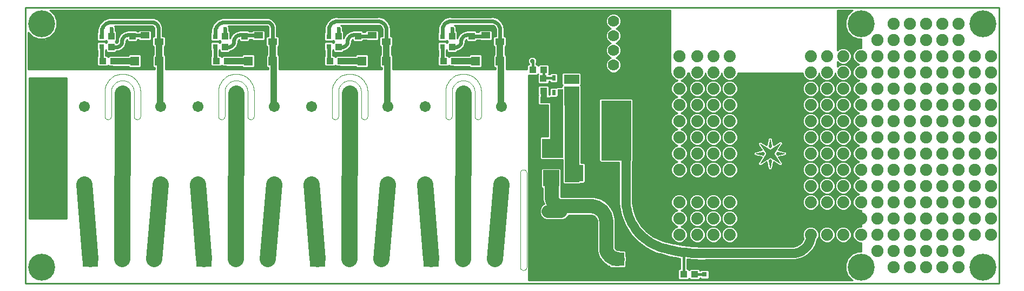
<source format=gtl>
G75*
%MOIN*%
%OFA0B0*%
%FSLAX24Y24*%
%IPPOS*%
%LPD*%
%AMOC8*
5,1,8,0,0,1.08239X$1,22.5*
%
%ADD10C,0.0000*%
%ADD11C,0.0100*%
%ADD12C,0.0010*%
%ADD13C,0.0673*%
%ADD14R,0.0950X0.0950*%
%ADD15C,0.0950*%
%ADD16R,0.0315X0.0315*%
%ADD17R,0.0433X0.0394*%
%ADD18R,0.0394X0.0433*%
%ADD19R,0.0800X0.0800*%
%ADD20C,0.0800*%
%ADD21C,0.0787*%
%ADD22R,0.0551X0.0394*%
%ADD23R,0.0551X0.0551*%
%ADD24R,0.1000X0.1000*%
%ADD25C,0.0740*%
%ADD26R,0.0236X0.0354*%
%ADD27R,0.0709X0.2953*%
%ADD28R,0.0630X0.0709*%
%ADD29C,0.0240*%
%ADD30C,0.0240*%
%ADD31C,0.0280*%
%ADD32C,0.0748*%
%ADD33C,0.0400*%
%ADD34C,0.0020*%
%ADD35C,0.0560*%
%ADD36C,0.0160*%
%ADD37C,0.0360*%
%ADD38C,0.1000*%
%ADD39C,0.0860*%
%ADD40C,0.1660*%
%ADD41C,0.0700*%
D10*
X030650Y002500D02*
X030650Y008300D01*
X030850Y008500D02*
X030876Y008498D01*
X030902Y008493D01*
X030927Y008485D01*
X030950Y008473D01*
X030972Y008459D01*
X030991Y008441D01*
X031009Y008422D01*
X031023Y008400D01*
X031035Y008377D01*
X031043Y008352D01*
X031048Y008326D01*
X031050Y008300D01*
X031050Y002500D01*
X030850Y002300D02*
X030824Y002302D01*
X030798Y002307D01*
X030773Y002315D01*
X030750Y002327D01*
X030728Y002341D01*
X030709Y002359D01*
X030691Y002378D01*
X030677Y002400D01*
X030665Y002423D01*
X030657Y002448D01*
X030652Y002474D01*
X030650Y002500D01*
X030850Y002300D02*
X030876Y002302D01*
X030902Y002307D01*
X030927Y002315D01*
X030950Y002327D01*
X030972Y002341D01*
X030991Y002359D01*
X031009Y002378D01*
X031023Y002400D01*
X031035Y002423D01*
X031043Y002448D01*
X031048Y002474D01*
X031050Y002500D01*
X030650Y008300D02*
X030652Y008326D01*
X030657Y008352D01*
X030665Y008377D01*
X030677Y008400D01*
X030691Y008422D01*
X030709Y008441D01*
X030728Y008459D01*
X030750Y008473D01*
X030773Y008485D01*
X030798Y008493D01*
X030824Y008498D01*
X030850Y008500D01*
X028250Y011800D02*
X028250Y013300D01*
X027850Y013300D02*
X027850Y011800D01*
X027852Y011773D01*
X027857Y011746D01*
X027867Y011720D01*
X027879Y011696D01*
X027895Y011674D01*
X027913Y011654D01*
X027935Y011637D01*
X027958Y011622D01*
X027983Y011612D01*
X028009Y011604D01*
X028036Y011600D01*
X028064Y011600D01*
X028091Y011604D01*
X028117Y011612D01*
X028142Y011622D01*
X028165Y011637D01*
X028187Y011654D01*
X028205Y011674D01*
X028221Y011696D01*
X028233Y011720D01*
X028243Y011746D01*
X028248Y011773D01*
X028250Y011800D01*
X026450Y011800D02*
X026450Y013300D01*
X026050Y013400D02*
X026050Y011800D01*
X026052Y011773D01*
X026057Y011746D01*
X026067Y011720D01*
X026079Y011696D01*
X026095Y011674D01*
X026113Y011654D01*
X026135Y011637D01*
X026158Y011622D01*
X026183Y011612D01*
X026209Y011604D01*
X026236Y011600D01*
X026264Y011600D01*
X026291Y011604D01*
X026317Y011612D01*
X026342Y011622D01*
X026365Y011637D01*
X026387Y011654D01*
X026405Y011674D01*
X026421Y011696D01*
X026433Y011720D01*
X026443Y011746D01*
X026448Y011773D01*
X026450Y011800D01*
X026050Y013400D02*
X026058Y013465D01*
X026070Y013529D01*
X026086Y013592D01*
X026105Y013654D01*
X026128Y013715D01*
X026155Y013775D01*
X026185Y013833D01*
X026218Y013889D01*
X026255Y013943D01*
X026295Y013994D01*
X026337Y014044D01*
X026383Y014090D01*
X026431Y014134D01*
X026482Y014175D01*
X026535Y014213D01*
X026590Y014248D01*
X026647Y014279D01*
X026706Y014307D01*
X026767Y014331D01*
X026829Y014352D01*
X026892Y014369D01*
X026955Y014383D01*
X027020Y014392D01*
X027085Y014398D01*
X027150Y014400D01*
X027214Y014398D01*
X027278Y014393D01*
X027341Y014383D01*
X027404Y014370D01*
X027465Y014354D01*
X027526Y014334D01*
X027586Y014310D01*
X027644Y014283D01*
X027700Y014253D01*
X027754Y014219D01*
X027807Y014182D01*
X027857Y014143D01*
X027905Y014100D01*
X027950Y014055D01*
X027993Y014007D01*
X028032Y013957D01*
X028069Y013904D01*
X028103Y013850D01*
X028133Y013794D01*
X028160Y013736D01*
X028184Y013676D01*
X028204Y013615D01*
X028220Y013554D01*
X028233Y013491D01*
X028243Y013428D01*
X028248Y013364D01*
X028250Y013300D01*
X027850Y013300D02*
X027848Y013350D01*
X027843Y013400D01*
X027834Y013449D01*
X027822Y013497D01*
X027806Y013545D01*
X027787Y013591D01*
X027764Y013635D01*
X027739Y013678D01*
X027710Y013719D01*
X027679Y013758D01*
X027645Y013795D01*
X027608Y013829D01*
X027569Y013860D01*
X027528Y013889D01*
X027485Y013914D01*
X027441Y013937D01*
X027395Y013956D01*
X027347Y013972D01*
X027299Y013984D01*
X027250Y013993D01*
X027200Y013998D01*
X027150Y014000D01*
X027100Y013998D01*
X027050Y013993D01*
X027001Y013984D01*
X026953Y013972D01*
X026905Y013956D01*
X026859Y013937D01*
X026815Y013914D01*
X026772Y013889D01*
X026731Y013860D01*
X026692Y013829D01*
X026655Y013795D01*
X026621Y013758D01*
X026590Y013719D01*
X026561Y013678D01*
X026536Y013635D01*
X026513Y013591D01*
X026494Y013545D01*
X026478Y013497D01*
X026466Y013449D01*
X026457Y013400D01*
X026452Y013350D01*
X026450Y013300D01*
X021250Y013300D02*
X021250Y011800D01*
X021248Y011773D01*
X021243Y011746D01*
X021233Y011720D01*
X021221Y011696D01*
X021205Y011674D01*
X021187Y011654D01*
X021165Y011637D01*
X021142Y011622D01*
X021117Y011612D01*
X021091Y011604D01*
X021064Y011600D01*
X021036Y011600D01*
X021009Y011604D01*
X020983Y011612D01*
X020958Y011622D01*
X020935Y011637D01*
X020913Y011654D01*
X020895Y011674D01*
X020879Y011696D01*
X020867Y011720D01*
X020857Y011746D01*
X020852Y011773D01*
X020850Y011800D01*
X020850Y013300D01*
X021250Y013300D02*
X021248Y013364D01*
X021243Y013428D01*
X021233Y013491D01*
X021220Y013554D01*
X021204Y013615D01*
X021184Y013676D01*
X021160Y013736D01*
X021133Y013794D01*
X021103Y013850D01*
X021069Y013904D01*
X021032Y013957D01*
X020993Y014007D01*
X020950Y014055D01*
X020905Y014100D01*
X020857Y014143D01*
X020807Y014182D01*
X020754Y014219D01*
X020700Y014253D01*
X020644Y014283D01*
X020586Y014310D01*
X020526Y014334D01*
X020465Y014354D01*
X020404Y014370D01*
X020341Y014383D01*
X020278Y014393D01*
X020214Y014398D01*
X020150Y014400D01*
X020150Y014000D02*
X020200Y013998D01*
X020250Y013993D01*
X020299Y013984D01*
X020347Y013972D01*
X020395Y013956D01*
X020441Y013937D01*
X020485Y013914D01*
X020528Y013889D01*
X020569Y013860D01*
X020608Y013829D01*
X020645Y013795D01*
X020679Y013758D01*
X020710Y013719D01*
X020739Y013678D01*
X020764Y013635D01*
X020787Y013591D01*
X020806Y013545D01*
X020822Y013497D01*
X020834Y013449D01*
X020843Y013400D01*
X020848Y013350D01*
X020850Y013300D01*
X020150Y014000D02*
X020100Y013998D01*
X020050Y013993D01*
X020001Y013984D01*
X019953Y013972D01*
X019905Y013956D01*
X019859Y013937D01*
X019815Y013914D01*
X019772Y013889D01*
X019731Y013860D01*
X019692Y013829D01*
X019655Y013795D01*
X019621Y013758D01*
X019590Y013719D01*
X019561Y013678D01*
X019536Y013635D01*
X019513Y013591D01*
X019494Y013545D01*
X019478Y013497D01*
X019466Y013449D01*
X019457Y013400D01*
X019452Y013350D01*
X019450Y013300D01*
X019450Y011800D01*
X019448Y011773D01*
X019443Y011746D01*
X019433Y011720D01*
X019421Y011696D01*
X019405Y011674D01*
X019387Y011654D01*
X019365Y011637D01*
X019342Y011622D01*
X019317Y011612D01*
X019291Y011604D01*
X019264Y011600D01*
X019236Y011600D01*
X019209Y011604D01*
X019183Y011612D01*
X019158Y011622D01*
X019135Y011637D01*
X019113Y011654D01*
X019095Y011674D01*
X019079Y011696D01*
X019067Y011720D01*
X019057Y011746D01*
X019052Y011773D01*
X019050Y011800D01*
X019050Y013400D01*
X019058Y013465D01*
X019070Y013529D01*
X019086Y013592D01*
X019105Y013654D01*
X019128Y013715D01*
X019155Y013775D01*
X019185Y013833D01*
X019218Y013889D01*
X019255Y013943D01*
X019295Y013994D01*
X019337Y014044D01*
X019383Y014090D01*
X019431Y014134D01*
X019482Y014175D01*
X019535Y014213D01*
X019590Y014248D01*
X019647Y014279D01*
X019706Y014307D01*
X019767Y014331D01*
X019829Y014352D01*
X019892Y014369D01*
X019955Y014383D01*
X020020Y014392D01*
X020085Y014398D01*
X020150Y014400D01*
X014250Y013300D02*
X014250Y011800D01*
X014248Y011773D01*
X014243Y011746D01*
X014233Y011720D01*
X014221Y011696D01*
X014205Y011674D01*
X014187Y011654D01*
X014165Y011637D01*
X014142Y011622D01*
X014117Y011612D01*
X014091Y011604D01*
X014064Y011600D01*
X014036Y011600D01*
X014009Y011604D01*
X013983Y011612D01*
X013958Y011622D01*
X013935Y011637D01*
X013913Y011654D01*
X013895Y011674D01*
X013879Y011696D01*
X013867Y011720D01*
X013857Y011746D01*
X013852Y011773D01*
X013850Y011800D01*
X013850Y013300D01*
X014250Y013300D02*
X014248Y013364D01*
X014243Y013428D01*
X014233Y013491D01*
X014220Y013554D01*
X014204Y013615D01*
X014184Y013676D01*
X014160Y013736D01*
X014133Y013794D01*
X014103Y013850D01*
X014069Y013904D01*
X014032Y013957D01*
X013993Y014007D01*
X013950Y014055D01*
X013905Y014100D01*
X013857Y014143D01*
X013807Y014182D01*
X013754Y014219D01*
X013700Y014253D01*
X013644Y014283D01*
X013586Y014310D01*
X013526Y014334D01*
X013465Y014354D01*
X013404Y014370D01*
X013341Y014383D01*
X013278Y014393D01*
X013214Y014398D01*
X013150Y014400D01*
X013150Y014000D02*
X013200Y013998D01*
X013250Y013993D01*
X013299Y013984D01*
X013347Y013972D01*
X013395Y013956D01*
X013441Y013937D01*
X013485Y013914D01*
X013528Y013889D01*
X013569Y013860D01*
X013608Y013829D01*
X013645Y013795D01*
X013679Y013758D01*
X013710Y013719D01*
X013739Y013678D01*
X013764Y013635D01*
X013787Y013591D01*
X013806Y013545D01*
X013822Y013497D01*
X013834Y013449D01*
X013843Y013400D01*
X013848Y013350D01*
X013850Y013300D01*
X013150Y014000D02*
X013100Y013998D01*
X013050Y013993D01*
X013001Y013984D01*
X012953Y013972D01*
X012905Y013956D01*
X012859Y013937D01*
X012815Y013914D01*
X012772Y013889D01*
X012731Y013860D01*
X012692Y013829D01*
X012655Y013795D01*
X012621Y013758D01*
X012590Y013719D01*
X012561Y013678D01*
X012536Y013635D01*
X012513Y013591D01*
X012494Y013545D01*
X012478Y013497D01*
X012466Y013449D01*
X012457Y013400D01*
X012452Y013350D01*
X012450Y013300D01*
X012450Y011800D01*
X012448Y011773D01*
X012443Y011746D01*
X012433Y011720D01*
X012421Y011696D01*
X012405Y011674D01*
X012387Y011654D01*
X012365Y011637D01*
X012342Y011622D01*
X012317Y011612D01*
X012291Y011604D01*
X012264Y011600D01*
X012236Y011600D01*
X012209Y011604D01*
X012183Y011612D01*
X012158Y011622D01*
X012135Y011637D01*
X012113Y011654D01*
X012095Y011674D01*
X012079Y011696D01*
X012067Y011720D01*
X012057Y011746D01*
X012052Y011773D01*
X012050Y011800D01*
X012050Y013400D01*
X012058Y013465D01*
X012070Y013529D01*
X012086Y013592D01*
X012105Y013654D01*
X012128Y013715D01*
X012155Y013775D01*
X012185Y013833D01*
X012218Y013889D01*
X012255Y013943D01*
X012295Y013994D01*
X012337Y014044D01*
X012383Y014090D01*
X012431Y014134D01*
X012482Y014175D01*
X012535Y014213D01*
X012590Y014248D01*
X012647Y014279D01*
X012706Y014307D01*
X012767Y014331D01*
X012829Y014352D01*
X012892Y014369D01*
X012955Y014383D01*
X013020Y014392D01*
X013085Y014398D01*
X013150Y014400D01*
X007250Y013300D02*
X007250Y011800D01*
X007248Y011773D01*
X007243Y011746D01*
X007233Y011720D01*
X007221Y011696D01*
X007205Y011674D01*
X007187Y011654D01*
X007165Y011637D01*
X007142Y011622D01*
X007117Y011612D01*
X007091Y011604D01*
X007064Y011600D01*
X007036Y011600D01*
X007009Y011604D01*
X006983Y011612D01*
X006958Y011622D01*
X006935Y011637D01*
X006913Y011654D01*
X006895Y011674D01*
X006879Y011696D01*
X006867Y011720D01*
X006857Y011746D01*
X006852Y011773D01*
X006850Y011800D01*
X006850Y013300D01*
X007250Y013300D02*
X007248Y013364D01*
X007243Y013428D01*
X007233Y013491D01*
X007220Y013554D01*
X007204Y013615D01*
X007184Y013676D01*
X007160Y013736D01*
X007133Y013794D01*
X007103Y013850D01*
X007069Y013904D01*
X007032Y013957D01*
X006993Y014007D01*
X006950Y014055D01*
X006905Y014100D01*
X006857Y014143D01*
X006807Y014182D01*
X006754Y014219D01*
X006700Y014253D01*
X006644Y014283D01*
X006586Y014310D01*
X006526Y014334D01*
X006465Y014354D01*
X006404Y014370D01*
X006341Y014383D01*
X006278Y014393D01*
X006214Y014398D01*
X006150Y014400D01*
X006150Y014000D02*
X006200Y013998D01*
X006250Y013993D01*
X006299Y013984D01*
X006347Y013972D01*
X006395Y013956D01*
X006441Y013937D01*
X006485Y013914D01*
X006528Y013889D01*
X006569Y013860D01*
X006608Y013829D01*
X006645Y013795D01*
X006679Y013758D01*
X006710Y013719D01*
X006739Y013678D01*
X006764Y013635D01*
X006787Y013591D01*
X006806Y013545D01*
X006822Y013497D01*
X006834Y013449D01*
X006843Y013400D01*
X006848Y013350D01*
X006850Y013300D01*
X006150Y014000D02*
X006100Y013998D01*
X006050Y013993D01*
X006001Y013984D01*
X005953Y013972D01*
X005905Y013956D01*
X005859Y013937D01*
X005815Y013914D01*
X005772Y013889D01*
X005731Y013860D01*
X005692Y013829D01*
X005655Y013795D01*
X005621Y013758D01*
X005590Y013719D01*
X005561Y013678D01*
X005536Y013635D01*
X005513Y013591D01*
X005494Y013545D01*
X005478Y013497D01*
X005466Y013449D01*
X005457Y013400D01*
X005452Y013350D01*
X005450Y013300D01*
X005450Y011800D01*
X005448Y011773D01*
X005443Y011746D01*
X005433Y011720D01*
X005421Y011696D01*
X005405Y011674D01*
X005387Y011654D01*
X005365Y011637D01*
X005342Y011622D01*
X005317Y011612D01*
X005291Y011604D01*
X005264Y011600D01*
X005236Y011600D01*
X005209Y011604D01*
X005183Y011612D01*
X005158Y011622D01*
X005135Y011637D01*
X005113Y011654D01*
X005095Y011674D01*
X005079Y011696D01*
X005067Y011720D01*
X005057Y011746D01*
X005052Y011773D01*
X005050Y011800D01*
X005050Y013400D01*
X005058Y013465D01*
X005070Y013529D01*
X005086Y013592D01*
X005105Y013654D01*
X005128Y013715D01*
X005155Y013775D01*
X005185Y013833D01*
X005218Y013889D01*
X005255Y013943D01*
X005295Y013994D01*
X005337Y014044D01*
X005383Y014090D01*
X005431Y014134D01*
X005482Y014175D01*
X005535Y014213D01*
X005590Y014248D01*
X005647Y014279D01*
X005706Y014307D01*
X005767Y014331D01*
X005829Y014352D01*
X005892Y014369D01*
X005955Y014383D01*
X006020Y014392D01*
X006085Y014398D01*
X006150Y014400D01*
D11*
X000150Y001500D02*
X060150Y001500D01*
X060150Y018500D01*
X000150Y018500D01*
X000150Y001500D01*
X000400Y005500D02*
X000400Y014150D01*
X002700Y014150D01*
X002700Y005500D01*
X000400Y005500D01*
X000400Y005539D02*
X002700Y005539D01*
X002700Y005637D02*
X000400Y005637D01*
X000400Y005736D02*
X002700Y005736D01*
X002700Y005834D02*
X000400Y005834D01*
X000400Y005933D02*
X002700Y005933D01*
X002700Y006031D02*
X000400Y006031D01*
X000400Y006130D02*
X002700Y006130D01*
X002700Y006228D02*
X000400Y006228D01*
X000400Y006327D02*
X002700Y006327D01*
X002700Y006425D02*
X000400Y006425D01*
X000400Y006524D02*
X002700Y006524D01*
X002700Y006622D02*
X000400Y006622D01*
X000400Y006721D02*
X002700Y006721D01*
X002700Y006819D02*
X000400Y006819D01*
X000400Y006918D02*
X002700Y006918D01*
X002700Y007016D02*
X000400Y007016D01*
X000400Y007115D02*
X002700Y007115D01*
X002700Y007213D02*
X000400Y007213D01*
X000400Y007312D02*
X002700Y007312D01*
X002700Y007410D02*
X000400Y007410D01*
X000400Y007509D02*
X002700Y007509D01*
X002700Y007607D02*
X000400Y007607D01*
X000400Y007706D02*
X002700Y007706D01*
X002700Y007804D02*
X000400Y007804D01*
X000400Y007903D02*
X002700Y007903D01*
X002700Y008001D02*
X000400Y008001D01*
X000400Y008100D02*
X002700Y008100D01*
X002700Y008198D02*
X000400Y008198D01*
X000400Y008297D02*
X002700Y008297D01*
X002700Y008395D02*
X000400Y008395D01*
X000400Y008494D02*
X002700Y008494D01*
X002700Y008592D02*
X000400Y008592D01*
X000400Y008691D02*
X002700Y008691D01*
X002700Y008789D02*
X000400Y008789D01*
X000400Y008888D02*
X002700Y008888D01*
X002700Y008986D02*
X000400Y008986D01*
X000400Y009085D02*
X002700Y009085D01*
X002700Y009183D02*
X000400Y009183D01*
X000400Y009282D02*
X002700Y009282D01*
X002700Y009380D02*
X000400Y009380D01*
X000400Y009479D02*
X002700Y009479D01*
X002700Y009577D02*
X000400Y009577D01*
X000400Y009676D02*
X002700Y009676D01*
X002700Y009774D02*
X000400Y009774D01*
X000400Y009873D02*
X002700Y009873D01*
X002700Y009971D02*
X000400Y009971D01*
X000400Y010070D02*
X002700Y010070D01*
X002700Y010168D02*
X000400Y010168D01*
X000400Y010267D02*
X002700Y010267D01*
X002700Y010365D02*
X000400Y010365D01*
X000400Y010464D02*
X002700Y010464D01*
X002700Y010562D02*
X000400Y010562D01*
X000400Y010661D02*
X002700Y010661D01*
X002700Y010759D02*
X000400Y010759D01*
X000400Y010858D02*
X002700Y010858D01*
X002700Y010956D02*
X000400Y010956D01*
X000400Y011055D02*
X002700Y011055D01*
X002700Y011153D02*
X000400Y011153D01*
X000400Y011252D02*
X002700Y011252D01*
X002700Y011350D02*
X000400Y011350D01*
X000400Y011449D02*
X002700Y011449D01*
X002700Y011547D02*
X000400Y011547D01*
X000400Y011646D02*
X002700Y011646D01*
X002700Y011744D02*
X000400Y011744D01*
X000400Y011843D02*
X002700Y011843D01*
X002700Y011941D02*
X000400Y011941D01*
X000400Y012040D02*
X002700Y012040D01*
X002700Y012138D02*
X000400Y012138D01*
X000400Y012237D02*
X002700Y012237D01*
X002700Y012335D02*
X000400Y012335D01*
X000400Y012434D02*
X002700Y012434D01*
X002700Y012532D02*
X000400Y012532D01*
X000400Y012631D02*
X002700Y012631D01*
X002700Y012729D02*
X000400Y012729D01*
X000400Y012828D02*
X002700Y012828D01*
X002700Y012926D02*
X000400Y012926D01*
X000400Y013025D02*
X002700Y013025D01*
X002700Y013123D02*
X000400Y013123D01*
X000400Y013222D02*
X002700Y013222D01*
X002700Y013320D02*
X000400Y013320D01*
X000400Y013419D02*
X002700Y013419D01*
X002700Y013517D02*
X000400Y013517D01*
X000400Y013616D02*
X002700Y013616D01*
X002700Y013714D02*
X000400Y013714D01*
X000400Y013813D02*
X002700Y013813D01*
X002700Y013911D02*
X000400Y013911D01*
X000400Y014010D02*
X002700Y014010D01*
X002700Y014108D02*
X000400Y014108D01*
X000330Y014700D02*
X000330Y016971D01*
X000336Y016956D01*
X000606Y016686D01*
X000959Y016540D01*
X001341Y016540D01*
X001694Y016686D01*
X001964Y016956D01*
X002110Y017309D01*
X002110Y017691D01*
X001964Y018044D01*
X001694Y018314D01*
X001679Y018320D01*
X039900Y018320D01*
X039900Y014479D01*
X039929Y014450D01*
X039946Y014450D01*
X039946Y014400D01*
X040023Y014214D01*
X040164Y014073D01*
X040340Y014000D01*
X040164Y013927D01*
X040023Y013786D01*
X039946Y013600D01*
X039946Y013400D01*
X040023Y013214D01*
X040164Y013073D01*
X040340Y013000D01*
X040164Y012927D01*
X040023Y012786D01*
X039946Y012600D01*
X039946Y012400D01*
X040023Y012214D01*
X040164Y012073D01*
X040340Y012000D01*
X040164Y011927D01*
X040023Y011786D01*
X039946Y011600D01*
X039946Y011400D01*
X040023Y011214D01*
X040164Y011073D01*
X040340Y011000D01*
X040164Y010927D01*
X040023Y010786D01*
X039946Y010600D01*
X039946Y010400D01*
X040023Y010214D01*
X040164Y010073D01*
X040340Y010000D01*
X040164Y009927D01*
X040023Y009786D01*
X039946Y009600D01*
X039946Y009400D01*
X040023Y009214D01*
X040164Y009073D01*
X040340Y009000D01*
X040164Y008927D01*
X040023Y008786D01*
X039946Y008600D01*
X039946Y008400D01*
X040023Y008214D01*
X040164Y008073D01*
X040350Y007996D01*
X040550Y007996D01*
X040736Y008073D01*
X040877Y008214D01*
X040954Y008400D01*
X040954Y008600D01*
X040877Y008786D01*
X040736Y008927D01*
X040560Y009000D01*
X040736Y009073D01*
X040877Y009214D01*
X040954Y009400D01*
X040954Y009600D01*
X040877Y009786D01*
X040736Y009927D01*
X040560Y010000D01*
X040736Y010073D01*
X040877Y010214D01*
X040954Y010400D01*
X040954Y010600D01*
X040877Y010786D01*
X040736Y010927D01*
X040560Y011000D01*
X040736Y011073D01*
X040877Y011214D01*
X040954Y011400D01*
X040954Y011600D01*
X040877Y011786D01*
X040736Y011927D01*
X040560Y012000D01*
X040736Y012073D01*
X040877Y012214D01*
X040954Y012400D01*
X040954Y012600D01*
X040877Y012786D01*
X040736Y012927D01*
X040560Y013000D01*
X040736Y013073D01*
X040877Y013214D01*
X040954Y013400D01*
X040954Y013600D01*
X040877Y013786D01*
X040736Y013927D01*
X040560Y014000D01*
X040736Y014073D01*
X040877Y014214D01*
X040954Y014400D01*
X040954Y014450D01*
X041050Y014450D01*
X041050Y014401D01*
X041126Y014217D01*
X041267Y014076D01*
X041451Y014000D01*
X041267Y013924D01*
X041126Y013783D01*
X041050Y013599D01*
X041050Y013401D01*
X041126Y013217D01*
X041267Y013076D01*
X041451Y013000D01*
X041267Y012924D01*
X041126Y012783D01*
X041050Y012599D01*
X041050Y012401D01*
X041126Y012217D01*
X041267Y012076D01*
X041451Y012000D01*
X041267Y011924D01*
X041126Y011783D01*
X041050Y011599D01*
X041050Y011401D01*
X041126Y011217D01*
X041267Y011076D01*
X041451Y011000D01*
X041267Y010924D01*
X041126Y010783D01*
X041050Y010599D01*
X041050Y010401D01*
X041126Y010217D01*
X041267Y010076D01*
X041451Y010000D01*
X041267Y009924D01*
X041126Y009783D01*
X041050Y009599D01*
X041050Y009401D01*
X041126Y009217D01*
X041267Y009076D01*
X041451Y009000D01*
X041267Y008924D01*
X041126Y008783D01*
X041050Y008599D01*
X041050Y008401D01*
X041126Y008217D01*
X041267Y008076D01*
X041451Y008000D01*
X041649Y008000D01*
X041833Y008076D01*
X041974Y008217D01*
X042050Y008401D01*
X042050Y008599D01*
X041974Y008783D01*
X041833Y008924D01*
X041649Y009000D01*
X041451Y009000D01*
X041649Y009000D01*
X041833Y009076D01*
X041974Y009217D01*
X042050Y009401D01*
X042050Y009599D01*
X041974Y009783D01*
X041833Y009924D01*
X041649Y010000D01*
X041451Y010000D01*
X041649Y010000D01*
X041833Y010076D01*
X041974Y010217D01*
X042050Y010401D01*
X042050Y010599D01*
X041974Y010783D01*
X041833Y010924D01*
X041649Y011000D01*
X041451Y011000D01*
X041649Y011000D01*
X041833Y011076D01*
X041974Y011217D01*
X042050Y011401D01*
X042050Y011599D01*
X041974Y011783D01*
X041833Y011924D01*
X041649Y012000D01*
X041451Y012000D01*
X041649Y012000D01*
X041833Y012076D01*
X041974Y012217D01*
X042050Y012401D01*
X042050Y012599D01*
X041974Y012783D01*
X041833Y012924D01*
X041649Y013000D01*
X041451Y013000D01*
X041649Y013000D01*
X041833Y013076D01*
X041974Y013217D01*
X042050Y013401D01*
X042050Y013599D01*
X041974Y013783D01*
X041833Y013924D01*
X041649Y014000D01*
X041451Y014000D01*
X041649Y014000D01*
X041833Y014076D01*
X041974Y014217D01*
X042050Y014401D01*
X042126Y014217D01*
X042267Y014076D01*
X042451Y014000D01*
X042267Y013924D01*
X042126Y013783D01*
X042050Y013599D01*
X042050Y013401D01*
X042126Y013217D01*
X042267Y013076D01*
X042451Y013000D01*
X042649Y013000D01*
X042833Y013076D01*
X042974Y013217D01*
X043050Y013401D01*
X043126Y013217D01*
X043267Y013076D01*
X043451Y013000D01*
X043267Y012924D01*
X043126Y012783D01*
X043050Y012599D01*
X043050Y012401D01*
X043126Y012217D01*
X043267Y012076D01*
X043451Y012000D01*
X043267Y011924D01*
X043126Y011783D01*
X043050Y011599D01*
X043050Y011401D01*
X043126Y011217D01*
X043267Y011076D01*
X043451Y011000D01*
X043267Y010924D01*
X043126Y010783D01*
X043050Y010599D01*
X043050Y010401D01*
X043126Y010217D01*
X043267Y010076D01*
X043451Y010000D01*
X043267Y009924D01*
X043126Y009783D01*
X043050Y009599D01*
X043050Y009401D01*
X043126Y009217D01*
X043267Y009076D01*
X043451Y009000D01*
X043267Y008924D01*
X043126Y008783D01*
X043050Y008599D01*
X043050Y008401D01*
X043126Y008217D01*
X043267Y008076D01*
X043451Y008000D01*
X043649Y008000D01*
X043833Y008076D01*
X043974Y008217D01*
X044050Y008401D01*
X044050Y008599D01*
X043974Y008783D01*
X043833Y008924D01*
X043649Y009000D01*
X043451Y009000D01*
X043649Y009000D01*
X043833Y009076D01*
X043974Y009217D01*
X044050Y009401D01*
X044050Y009599D01*
X043974Y009783D01*
X043833Y009924D01*
X043649Y010000D01*
X043451Y010000D01*
X043649Y010000D01*
X043833Y010076D01*
X043974Y010217D01*
X044050Y010401D01*
X044050Y010599D01*
X043974Y010783D01*
X043833Y010924D01*
X043649Y011000D01*
X043451Y011000D01*
X043649Y011000D01*
X043833Y011076D01*
X043974Y011217D01*
X044050Y011401D01*
X044050Y011599D01*
X043974Y011783D01*
X043833Y011924D01*
X043649Y012000D01*
X043451Y012000D01*
X043649Y012000D01*
X043833Y012076D01*
X043974Y012217D01*
X044050Y012401D01*
X044050Y012599D01*
X043974Y012783D01*
X043833Y012924D01*
X043649Y013000D01*
X043451Y013000D01*
X043649Y013000D01*
X043833Y013076D01*
X043974Y013217D01*
X044050Y013401D01*
X044050Y013599D01*
X043974Y013783D01*
X043833Y013924D01*
X043649Y014000D01*
X043451Y014000D01*
X043267Y013924D01*
X043126Y013783D01*
X043050Y013599D01*
X043050Y013401D01*
X043050Y013599D01*
X042974Y013783D01*
X042833Y013924D01*
X042649Y014000D01*
X042451Y014000D01*
X042649Y014000D01*
X042833Y014076D01*
X042974Y014217D01*
X043050Y014401D01*
X043126Y014217D01*
X043267Y014076D01*
X043451Y014000D01*
X043649Y014000D01*
X043833Y014076D01*
X043974Y014217D01*
X044050Y014401D01*
X044050Y014450D01*
X048050Y014450D01*
X048050Y014401D01*
X048126Y014217D01*
X048267Y014076D01*
X048451Y014000D01*
X048267Y013924D01*
X048126Y013783D01*
X048050Y013599D01*
X048050Y013401D01*
X048126Y013217D01*
X048267Y013076D01*
X048451Y013000D01*
X048649Y013000D01*
X048833Y013076D01*
X048974Y013217D01*
X049050Y013401D01*
X049050Y013599D01*
X048974Y013783D01*
X048833Y013924D01*
X048649Y014000D01*
X048451Y014000D01*
X048649Y014000D01*
X048833Y014076D01*
X048974Y014217D01*
X049050Y014401D01*
X049126Y014217D01*
X049267Y014076D01*
X049451Y014000D01*
X049267Y013924D01*
X049126Y013783D01*
X049050Y013599D01*
X049050Y013401D01*
X049126Y013217D01*
X049267Y013076D01*
X049451Y013000D01*
X049267Y012924D01*
X049126Y012783D01*
X049050Y012599D01*
X048974Y012783D01*
X048833Y012924D01*
X048649Y013000D01*
X048451Y013000D01*
X048267Y012924D01*
X048126Y012783D01*
X048050Y012599D01*
X048050Y012401D01*
X048126Y012217D01*
X048267Y012076D01*
X048451Y012000D01*
X048649Y012000D01*
X048833Y012076D01*
X048974Y012217D01*
X049050Y012401D01*
X049050Y012599D01*
X049050Y012401D01*
X049126Y012217D01*
X049267Y012076D01*
X049451Y012000D01*
X049267Y011924D01*
X049126Y011783D01*
X049050Y011599D01*
X048974Y011783D01*
X048833Y011924D01*
X048649Y012000D01*
X048451Y012000D01*
X048267Y011924D01*
X048126Y011783D01*
X048050Y011599D01*
X048050Y011401D01*
X048126Y011217D01*
X048267Y011076D01*
X048451Y011000D01*
X048649Y011000D01*
X048833Y011076D01*
X048974Y011217D01*
X049050Y011401D01*
X049050Y011599D01*
X049050Y011401D01*
X049126Y011217D01*
X049267Y011076D01*
X049451Y011000D01*
X049267Y010924D01*
X049126Y010783D01*
X049050Y010599D01*
X048974Y010783D01*
X048833Y010924D01*
X048649Y011000D01*
X048451Y011000D01*
X048267Y010924D01*
X048126Y010783D01*
X048050Y010599D01*
X048050Y010401D01*
X048126Y010217D01*
X048267Y010076D01*
X048451Y010000D01*
X048649Y010000D01*
X048833Y010076D01*
X048974Y010217D01*
X049050Y010401D01*
X049050Y010599D01*
X049050Y010401D01*
X049126Y010217D01*
X049267Y010076D01*
X049451Y010000D01*
X049267Y009924D01*
X049126Y009783D01*
X049050Y009599D01*
X048974Y009783D01*
X048833Y009924D01*
X048649Y010000D01*
X048451Y010000D01*
X048267Y009924D01*
X048126Y009783D01*
X048050Y009599D01*
X048050Y009401D01*
X048126Y009217D01*
X048267Y009076D01*
X048451Y009000D01*
X048649Y009000D01*
X048833Y009076D01*
X048974Y009217D01*
X049050Y009401D01*
X049050Y009599D01*
X049050Y009401D01*
X049126Y009217D01*
X049267Y009076D01*
X049451Y009000D01*
X049267Y008924D01*
X049126Y008783D01*
X049050Y008599D01*
X048974Y008783D01*
X048833Y008924D01*
X048649Y009000D01*
X048451Y009000D01*
X048267Y008924D01*
X048126Y008783D01*
X048050Y008599D01*
X048050Y008401D01*
X048126Y008217D01*
X048267Y008076D01*
X048451Y008000D01*
X048649Y008000D01*
X048833Y008076D01*
X048974Y008217D01*
X049050Y008401D01*
X049050Y008599D01*
X049050Y008401D01*
X049126Y008217D01*
X049267Y008076D01*
X049451Y008000D01*
X049267Y007924D01*
X049126Y007783D01*
X049050Y007599D01*
X048974Y007783D01*
X048833Y007924D01*
X048649Y008000D01*
X048451Y008000D01*
X048267Y007924D01*
X048126Y007783D01*
X048050Y007599D01*
X048050Y007401D01*
X048126Y007217D01*
X048267Y007076D01*
X048451Y007000D01*
X048649Y007000D01*
X048833Y007076D01*
X048974Y007217D01*
X049050Y007401D01*
X049050Y007599D01*
X049050Y007401D01*
X049126Y007217D01*
X049267Y007076D01*
X049451Y007000D01*
X049267Y006924D01*
X049126Y006783D01*
X049050Y006599D01*
X048974Y006783D01*
X048833Y006924D01*
X048649Y007000D01*
X048451Y007000D01*
X048267Y006924D01*
X048126Y006783D01*
X048050Y006599D01*
X048050Y006401D01*
X048126Y006217D01*
X048267Y006076D01*
X048451Y006000D01*
X048649Y006000D01*
X048833Y006076D01*
X048974Y006217D01*
X049050Y006401D01*
X049050Y006599D01*
X049050Y006401D01*
X049126Y006217D01*
X049267Y006076D01*
X049451Y006000D01*
X049649Y006000D01*
X049833Y006076D01*
X049974Y006217D01*
X050050Y006401D01*
X050050Y006599D01*
X049974Y006783D01*
X049833Y006924D01*
X049649Y007000D01*
X049451Y007000D01*
X049649Y007000D01*
X049833Y007076D01*
X049974Y007217D01*
X050050Y007401D01*
X050050Y007599D01*
X049974Y007783D01*
X049833Y007924D01*
X049649Y008000D01*
X049451Y008000D01*
X049649Y008000D01*
X049833Y008076D01*
X049974Y008217D01*
X050050Y008401D01*
X050050Y008599D01*
X049974Y008783D01*
X049833Y008924D01*
X049649Y009000D01*
X049451Y009000D01*
X049649Y009000D01*
X049833Y009076D01*
X049974Y009217D01*
X050050Y009401D01*
X050050Y009599D01*
X049974Y009783D01*
X049833Y009924D01*
X049649Y010000D01*
X049451Y010000D01*
X049649Y010000D01*
X049833Y010076D01*
X049974Y010217D01*
X050050Y010401D01*
X050050Y010599D01*
X049974Y010783D01*
X049833Y010924D01*
X049649Y011000D01*
X049451Y011000D01*
X049649Y011000D01*
X049833Y011076D01*
X049974Y011217D01*
X050050Y011401D01*
X050050Y011599D01*
X049974Y011783D01*
X049833Y011924D01*
X049649Y012000D01*
X049451Y012000D01*
X049649Y012000D01*
X049833Y012076D01*
X049974Y012217D01*
X050050Y012401D01*
X050050Y012599D01*
X049974Y012783D01*
X049833Y012924D01*
X049649Y013000D01*
X049451Y013000D01*
X049649Y013000D01*
X049833Y013076D01*
X049974Y013217D01*
X050050Y013401D01*
X050050Y013599D01*
X049974Y013783D01*
X049833Y013924D01*
X049649Y014000D01*
X049451Y014000D01*
X049649Y014000D01*
X049833Y014076D01*
X049974Y014217D01*
X050050Y014401D01*
X050126Y014217D01*
X050267Y014076D01*
X050451Y014000D01*
X050267Y013924D01*
X050126Y013783D01*
X050050Y013599D01*
X050050Y013401D01*
X050126Y013217D01*
X050267Y013076D01*
X050451Y013000D01*
X050267Y012924D01*
X050126Y012783D01*
X050050Y012599D01*
X050050Y012401D01*
X050126Y012217D01*
X050267Y012076D01*
X050451Y012000D01*
X050267Y011924D01*
X050126Y011783D01*
X050050Y011599D01*
X050050Y011401D01*
X050126Y011217D01*
X050267Y011076D01*
X050451Y011000D01*
X050267Y010924D01*
X050126Y010783D01*
X050050Y010599D01*
X050050Y010401D01*
X050126Y010217D01*
X050267Y010076D01*
X050451Y010000D01*
X050267Y009924D01*
X050126Y009783D01*
X050050Y009599D01*
X050050Y009401D01*
X050126Y009217D01*
X050267Y009076D01*
X050451Y009000D01*
X050267Y008924D01*
X050126Y008783D01*
X050050Y008599D01*
X050050Y008401D01*
X050126Y008217D01*
X050267Y008076D01*
X050451Y008000D01*
X050267Y007924D01*
X050126Y007783D01*
X050050Y007599D01*
X050050Y007401D01*
X050126Y007217D01*
X050267Y007076D01*
X050451Y007000D01*
X050267Y006924D01*
X050126Y006783D01*
X050050Y006599D01*
X050050Y006401D01*
X050126Y006217D01*
X050267Y006076D01*
X050451Y006000D01*
X050649Y006000D01*
X050833Y006076D01*
X050974Y006217D01*
X051050Y006401D01*
X051050Y006599D01*
X050974Y006783D01*
X050833Y006924D01*
X050649Y007000D01*
X050451Y007000D01*
X050649Y007000D01*
X050833Y007076D01*
X050974Y007217D01*
X051050Y007401D01*
X051050Y007599D01*
X050974Y007783D01*
X050833Y007924D01*
X050649Y008000D01*
X050451Y008000D01*
X050649Y008000D01*
X050833Y008076D01*
X050974Y008217D01*
X051050Y008401D01*
X051050Y008599D01*
X050974Y008783D01*
X050833Y008924D01*
X050649Y009000D01*
X050451Y009000D01*
X050649Y009000D01*
X050833Y009076D01*
X050974Y009217D01*
X051050Y009401D01*
X051050Y009599D01*
X050974Y009783D01*
X050833Y009924D01*
X050649Y010000D01*
X050451Y010000D01*
X050649Y010000D01*
X050833Y010076D01*
X050974Y010217D01*
X051050Y010401D01*
X051050Y010599D01*
X050974Y010783D01*
X050833Y010924D01*
X050649Y011000D01*
X050451Y011000D01*
X050649Y011000D01*
X050833Y011076D01*
X050974Y011217D01*
X051050Y011401D01*
X051050Y011599D01*
X050974Y011783D01*
X050833Y011924D01*
X050649Y012000D01*
X050451Y012000D01*
X050649Y012000D01*
X050833Y012076D01*
X050974Y012217D01*
X051050Y012401D01*
X051050Y012599D01*
X050974Y012783D01*
X050833Y012924D01*
X050649Y013000D01*
X050451Y013000D01*
X050649Y013000D01*
X050833Y013076D01*
X050974Y013217D01*
X051050Y013401D01*
X051050Y013599D01*
X050974Y013783D01*
X050833Y013924D01*
X050649Y014000D01*
X050451Y014000D01*
X050649Y014000D01*
X050833Y014076D01*
X050974Y014217D01*
X051050Y014401D01*
X051050Y014599D01*
X050974Y014783D01*
X050833Y014924D01*
X050649Y015000D01*
X050833Y015076D01*
X050974Y015217D01*
X051050Y015401D01*
X051050Y015599D01*
X050974Y015783D01*
X050833Y015924D01*
X050649Y016000D01*
X050451Y016000D01*
X050267Y015924D01*
X050200Y015857D01*
X050200Y018320D01*
X051121Y018320D01*
X051106Y018314D01*
X050836Y018044D01*
X050690Y017691D01*
X050690Y017309D01*
X050836Y016956D01*
X051106Y016686D01*
X051459Y016540D01*
X051650Y016540D01*
X051650Y016004D01*
X051550Y016004D01*
X051364Y015927D01*
X051223Y015786D01*
X051146Y015600D01*
X051146Y015400D01*
X051223Y015214D01*
X051364Y015073D01*
X051540Y015000D01*
X051364Y014927D01*
X051223Y014786D01*
X051146Y014600D01*
X051146Y014400D01*
X051223Y014214D01*
X051364Y014073D01*
X051540Y014000D01*
X051364Y013927D01*
X051223Y013786D01*
X051146Y013600D01*
X051146Y013400D01*
X051223Y013214D01*
X051364Y013073D01*
X051540Y013000D01*
X051364Y012927D01*
X051223Y012786D01*
X051146Y012600D01*
X051146Y012400D01*
X051223Y012214D01*
X051364Y012073D01*
X051540Y012000D01*
X051364Y011927D01*
X051223Y011786D01*
X051146Y011600D01*
X051146Y011400D01*
X051223Y011214D01*
X051364Y011073D01*
X051540Y011000D01*
X051364Y010927D01*
X051223Y010786D01*
X051146Y010600D01*
X051146Y010400D01*
X051223Y010214D01*
X051364Y010073D01*
X051540Y010000D01*
X051364Y009927D01*
X051223Y009786D01*
X051146Y009600D01*
X051146Y009400D01*
X051223Y009214D01*
X051364Y009073D01*
X051540Y009000D01*
X051364Y008927D01*
X051223Y008786D01*
X051146Y008600D01*
X051146Y008400D01*
X051223Y008214D01*
X051364Y008073D01*
X051540Y008000D01*
X051364Y007927D01*
X051223Y007786D01*
X051146Y007600D01*
X051146Y007400D01*
X051223Y007214D01*
X051364Y007073D01*
X051540Y007000D01*
X051364Y006927D01*
X051223Y006786D01*
X051146Y006600D01*
X051146Y006400D01*
X051223Y006214D01*
X051364Y006073D01*
X051550Y005996D01*
X051650Y005996D01*
X051650Y005004D01*
X051550Y005004D01*
X051364Y004927D01*
X051223Y004786D01*
X051146Y004600D01*
X051146Y004400D01*
X051223Y004214D01*
X051364Y004073D01*
X051550Y003996D01*
X051650Y003996D01*
X051650Y003460D01*
X051459Y003460D01*
X051106Y003314D01*
X050836Y003044D01*
X050690Y002691D01*
X050690Y002309D01*
X050836Y001956D01*
X051106Y001686D01*
X051121Y001680D01*
X031150Y001680D01*
X031150Y002360D01*
X031180Y002412D01*
X031180Y008388D01*
X031150Y008440D01*
X031150Y014333D01*
X031686Y014333D01*
X031750Y014397D01*
X031757Y014390D01*
X031728Y014361D01*
X031728Y013859D01*
X031804Y013783D01*
X032345Y013783D01*
X032421Y013859D01*
X032421Y013953D01*
X032478Y013953D01*
X032478Y013932D01*
X032554Y013856D01*
X032898Y013856D01*
X032974Y013932D01*
X032974Y014394D01*
X032898Y014470D01*
X032554Y014470D01*
X032478Y014394D01*
X032478Y014373D01*
X032409Y014373D01*
X032402Y014380D01*
X032431Y014409D01*
X032431Y014911D01*
X032355Y014987D01*
X031814Y014987D01*
X031750Y014923D01*
X031686Y014987D01*
X031625Y014987D01*
X031625Y015044D01*
X031629Y015047D01*
X031670Y015146D01*
X031670Y015254D01*
X031629Y015353D01*
X031553Y015429D01*
X031454Y015470D01*
X031346Y015470D01*
X031247Y015429D01*
X031171Y015353D01*
X031130Y015254D01*
X031130Y015146D01*
X031171Y015047D01*
X031205Y015013D01*
X031205Y014987D01*
X031145Y014987D01*
X031069Y014911D01*
X031069Y014700D01*
X029793Y014700D01*
X029793Y014860D01*
X029804Y014871D01*
X029804Y015529D01*
X029728Y015605D01*
X029728Y016089D01*
X029789Y016149D01*
X029789Y016651D01*
X029713Y016727D01*
X029650Y016727D01*
X029650Y017168D01*
X029655Y017186D01*
X029650Y017218D01*
X029650Y017250D01*
X029643Y017267D01*
X029626Y017389D01*
X029467Y017656D01*
X029219Y017842D01*
X028918Y017919D01*
X028782Y017900D01*
X026468Y017900D01*
X026332Y017919D01*
X026332Y017919D01*
X026031Y017842D01*
X025783Y017656D01*
X025783Y017656D01*
X025624Y017389D01*
X025607Y017267D01*
X025600Y017250D01*
X025600Y017218D01*
X025595Y017186D01*
X025600Y017168D01*
X025600Y016944D01*
X025563Y016907D01*
X025563Y016484D01*
X025639Y016408D01*
X026061Y016408D01*
X026123Y016470D01*
X026123Y016464D01*
X026187Y016400D01*
X026123Y016336D01*
X026123Y016330D01*
X026061Y016392D01*
X025639Y016392D01*
X025563Y016316D01*
X025563Y015893D01*
X025600Y015856D01*
X025600Y015482D01*
X025569Y015451D01*
X025569Y014949D01*
X025645Y014873D01*
X026186Y014873D01*
X026250Y014937D01*
X026314Y014873D01*
X026511Y014873D01*
X026519Y014870D01*
X027497Y014870D01*
X027573Y014794D01*
X028231Y014794D01*
X028308Y014871D01*
X028308Y015529D01*
X028231Y015606D01*
X027573Y015606D01*
X027497Y015530D01*
X026519Y015530D01*
X026511Y015527D01*
X026314Y015527D01*
X026250Y015463D01*
X026186Y015527D01*
X026100Y015527D01*
X026100Y015856D01*
X026123Y015879D01*
X026123Y015795D01*
X026199Y015719D01*
X026701Y015719D01*
X026777Y015795D01*
X026777Y015815D01*
X026782Y015815D01*
X026997Y015904D01*
X027161Y016069D01*
X027250Y016284D01*
X027250Y016400D01*
X027254Y016435D01*
X027284Y016498D01*
X027323Y016531D01*
X027323Y016464D01*
X027399Y016388D01*
X027901Y016388D01*
X027977Y016464D01*
X027977Y016485D01*
X028150Y016485D01*
X028187Y016447D01*
X028846Y016447D01*
X028923Y016523D01*
X028923Y017025D01*
X028846Y017101D01*
X028187Y017101D01*
X028111Y017025D01*
X028111Y016985D01*
X027977Y016985D01*
X027977Y017005D01*
X027901Y017081D01*
X027399Y017081D01*
X027394Y017075D01*
X027386Y017077D01*
X027101Y017002D01*
X026875Y016814D01*
X026875Y016814D01*
X026875Y016814D01*
X026777Y016605D01*
X026777Y017005D01*
X026701Y017081D01*
X026700Y017081D01*
X026700Y017250D01*
X026662Y017342D01*
X026604Y017400D01*
X028768Y017400D01*
X028786Y017395D01*
X028818Y017400D01*
X028850Y017400D01*
X028858Y017404D01*
X028890Y017405D01*
X028996Y017378D01*
X028996Y017378D01*
X029084Y017312D01*
X029139Y017218D01*
X029150Y017175D01*
X029150Y016727D01*
X029054Y016727D01*
X028977Y016651D01*
X028977Y016149D01*
X029054Y016073D01*
X029068Y016073D01*
X029068Y015605D01*
X028992Y015529D01*
X028992Y014871D01*
X029069Y014794D01*
X029133Y014794D01*
X029133Y014700D01*
X022793Y014700D01*
X022793Y014860D01*
X022804Y014871D01*
X022804Y015529D01*
X022728Y015605D01*
X022728Y016089D01*
X022789Y016149D01*
X022789Y016651D01*
X022713Y016727D01*
X022650Y016727D01*
X022650Y017168D01*
X022655Y017186D01*
X022650Y017218D01*
X022650Y017250D01*
X022643Y017267D01*
X022626Y017389D01*
X022467Y017656D01*
X022219Y017842D01*
X021918Y017919D01*
X021782Y017900D01*
X019468Y017900D01*
X019332Y017919D01*
X019332Y017919D01*
X019031Y017842D01*
X018783Y017656D01*
X018783Y017656D01*
X018624Y017389D01*
X018607Y017267D01*
X018600Y017250D01*
X018600Y017218D01*
X018595Y017186D01*
X018600Y017168D01*
X018600Y016944D01*
X018563Y016907D01*
X018563Y016484D01*
X018639Y016408D01*
X019061Y016408D01*
X019123Y016470D01*
X019123Y016464D01*
X019187Y016400D01*
X019123Y016336D01*
X019123Y016330D01*
X019061Y016392D01*
X018639Y016392D01*
X018563Y016316D01*
X018563Y015893D01*
X018600Y015856D01*
X018600Y015482D01*
X018569Y015451D01*
X018569Y014949D01*
X018645Y014873D01*
X019186Y014873D01*
X019250Y014937D01*
X019314Y014873D01*
X019511Y014873D01*
X019519Y014870D01*
X020497Y014870D01*
X020573Y014794D01*
X021231Y014794D01*
X021308Y014871D01*
X021308Y015529D01*
X021231Y015606D01*
X020573Y015606D01*
X020497Y015530D01*
X019519Y015530D01*
X019511Y015527D01*
X019314Y015527D01*
X019250Y015463D01*
X019186Y015527D01*
X019100Y015527D01*
X019100Y015856D01*
X019123Y015879D01*
X019123Y015795D01*
X019199Y015719D01*
X019701Y015719D01*
X019777Y015795D01*
X019777Y015815D01*
X019782Y015815D01*
X019997Y015904D01*
X020161Y016069D01*
X020250Y016284D01*
X020250Y016400D01*
X020254Y016435D01*
X020284Y016498D01*
X020323Y016531D01*
X020323Y016464D01*
X020399Y016388D01*
X020901Y016388D01*
X020977Y016464D01*
X020977Y016485D01*
X021150Y016485D01*
X021187Y016447D01*
X021846Y016447D01*
X021923Y016523D01*
X021923Y017025D01*
X021846Y017101D01*
X021187Y017101D01*
X021111Y017025D01*
X021111Y016985D01*
X020977Y016985D01*
X020977Y017005D01*
X020901Y017081D01*
X020399Y017081D01*
X020394Y017075D01*
X020386Y017077D01*
X020101Y017002D01*
X019875Y016814D01*
X019875Y016814D01*
X019777Y016605D01*
X019777Y017005D01*
X019701Y017081D01*
X019700Y017081D01*
X019700Y017250D01*
X019662Y017342D01*
X019604Y017400D01*
X021768Y017400D01*
X021786Y017395D01*
X021818Y017400D01*
X021850Y017400D01*
X021858Y017404D01*
X021890Y017405D01*
X021996Y017378D01*
X022084Y017312D01*
X022139Y017218D01*
X022150Y017175D01*
X022150Y016727D01*
X022054Y016727D01*
X021977Y016651D01*
X021977Y016149D01*
X022054Y016073D01*
X022068Y016073D01*
X022068Y015605D01*
X021992Y015529D01*
X021992Y014871D01*
X022069Y014794D01*
X022133Y014794D01*
X022133Y014700D01*
X015793Y014700D01*
X015793Y014860D01*
X015804Y014871D01*
X015804Y015529D01*
X015728Y015605D01*
X015728Y016089D01*
X015789Y016149D01*
X015789Y016651D01*
X015713Y016727D01*
X015633Y016727D01*
X015633Y017383D01*
X015544Y017597D01*
X015544Y017597D01*
X015380Y017761D01*
X015166Y017850D01*
X012281Y017850D01*
X011969Y017721D01*
X011969Y017721D01*
X011729Y017481D01*
X011600Y017169D01*
X011600Y016944D01*
X011563Y016907D01*
X011563Y016484D01*
X011639Y016408D01*
X012061Y016408D01*
X012123Y016470D01*
X012123Y016464D01*
X012187Y016400D01*
X012123Y016336D01*
X012123Y016330D01*
X012061Y016392D01*
X011639Y016392D01*
X011563Y016316D01*
X011563Y015893D01*
X011600Y015856D01*
X011600Y015482D01*
X011569Y015451D01*
X011569Y014949D01*
X011645Y014873D01*
X012186Y014873D01*
X012250Y014937D01*
X012314Y014873D01*
X012511Y014873D01*
X012519Y014870D01*
X013497Y014870D01*
X013573Y014794D01*
X014231Y014794D01*
X014308Y014871D01*
X014308Y015529D01*
X014231Y015606D01*
X013573Y015606D01*
X013497Y015530D01*
X012519Y015530D01*
X012511Y015527D01*
X012314Y015527D01*
X012250Y015463D01*
X012186Y015527D01*
X012100Y015527D01*
X012100Y015856D01*
X012123Y015879D01*
X012123Y015795D01*
X012199Y015719D01*
X012701Y015719D01*
X012777Y015795D01*
X012777Y015815D01*
X012782Y015815D01*
X012997Y015904D01*
X013161Y016069D01*
X013250Y016284D01*
X013250Y016400D01*
X013254Y016435D01*
X013284Y016498D01*
X013323Y016531D01*
X013323Y016464D01*
X013399Y016388D01*
X013901Y016388D01*
X013977Y016464D01*
X013977Y016524D01*
X014111Y016524D01*
X014111Y016523D01*
X014187Y016447D01*
X014846Y016447D01*
X014923Y016523D01*
X014923Y017025D01*
X014846Y017101D01*
X014187Y017101D01*
X014111Y017025D01*
X014111Y017024D01*
X013958Y017024D01*
X013901Y017081D01*
X013399Y017081D01*
X013394Y017075D01*
X013386Y017077D01*
X013101Y017002D01*
X012875Y016814D01*
X012875Y016814D01*
X012875Y016814D01*
X012777Y016605D01*
X012777Y017005D01*
X012701Y017081D01*
X012700Y017081D01*
X012700Y017250D01*
X012662Y017342D01*
X012654Y017350D01*
X015050Y017350D01*
X015066Y017348D01*
X015096Y017336D01*
X015119Y017313D01*
X015131Y017283D01*
X015133Y017267D01*
X015133Y016727D01*
X015054Y016727D01*
X014977Y016651D01*
X014977Y016149D01*
X015054Y016073D01*
X015068Y016073D01*
X015068Y015605D01*
X014992Y015529D01*
X014992Y014871D01*
X015069Y014794D01*
X015133Y014794D01*
X015133Y014700D01*
X008793Y014700D01*
X008793Y014860D01*
X008804Y014871D01*
X008804Y015529D01*
X008728Y015605D01*
X008728Y016089D01*
X008789Y016149D01*
X008789Y016651D01*
X008713Y016727D01*
X008600Y016727D01*
X008600Y017329D01*
X008501Y017568D01*
X008501Y017568D01*
X008318Y017751D01*
X008079Y017850D01*
X005281Y017850D01*
X004969Y017721D01*
X004969Y017721D01*
X004729Y017481D01*
X004600Y017169D01*
X004600Y016944D01*
X004563Y016907D01*
X004563Y016484D01*
X004639Y016408D01*
X005061Y016408D01*
X005123Y016470D01*
X005123Y016464D01*
X005187Y016400D01*
X005123Y016336D01*
X005123Y016330D01*
X005061Y016392D01*
X004639Y016392D01*
X004563Y016316D01*
X004563Y015893D01*
X004600Y015856D01*
X004600Y015482D01*
X004569Y015451D01*
X004569Y014949D01*
X004645Y014873D01*
X005186Y014873D01*
X005250Y014937D01*
X005314Y014873D01*
X005511Y014873D01*
X005519Y014870D01*
X006497Y014870D01*
X006573Y014794D01*
X007231Y014794D01*
X007308Y014871D01*
X007308Y015529D01*
X007231Y015606D01*
X006573Y015606D01*
X006497Y015530D01*
X005519Y015530D01*
X005511Y015527D01*
X005314Y015527D01*
X005250Y015463D01*
X005186Y015527D01*
X005100Y015527D01*
X005100Y015856D01*
X005123Y015879D01*
X005123Y015795D01*
X005199Y015719D01*
X005701Y015719D01*
X005777Y015795D01*
X005777Y015815D01*
X005882Y015815D01*
X006097Y015904D01*
X006261Y016069D01*
X006350Y016284D01*
X006350Y016400D01*
X006354Y016435D01*
X006384Y016498D01*
X006423Y016531D01*
X006423Y016464D01*
X006499Y016388D01*
X007001Y016388D01*
X007077Y016464D01*
X007077Y016524D01*
X007111Y016524D01*
X007111Y016523D01*
X007187Y016447D01*
X007846Y016447D01*
X007923Y016523D01*
X007923Y017025D01*
X007846Y017101D01*
X007187Y017101D01*
X007111Y017025D01*
X007111Y017024D01*
X007058Y017024D01*
X007001Y017081D01*
X006499Y017081D01*
X006494Y017075D01*
X006486Y017077D01*
X006201Y017002D01*
X005975Y016814D01*
X005975Y016814D01*
X005975Y016814D01*
X005850Y016547D01*
X005850Y016400D01*
X005848Y016383D01*
X005836Y016353D01*
X005812Y016330D01*
X005782Y016317D01*
X005777Y016316D01*
X005777Y016336D01*
X005713Y016400D01*
X005777Y016464D01*
X005777Y017005D01*
X005701Y017081D01*
X005700Y017081D01*
X005700Y017250D01*
X005662Y017342D01*
X005654Y017350D01*
X007950Y017350D01*
X007979Y017347D01*
X008033Y017325D01*
X008075Y017283D01*
X008097Y017229D01*
X008100Y017200D01*
X008100Y016727D01*
X008054Y016727D01*
X007977Y016651D01*
X007977Y016149D01*
X008054Y016073D01*
X008068Y016073D01*
X008068Y015605D01*
X007992Y015529D01*
X007992Y014871D01*
X008069Y014794D01*
X008133Y014794D01*
X008133Y014700D01*
X000330Y014700D01*
X000330Y014798D02*
X006569Y014798D01*
X007235Y014798D02*
X008065Y014798D01*
X007992Y014896D02*
X007308Y014896D01*
X007308Y014995D02*
X007992Y014995D01*
X007992Y015093D02*
X007308Y015093D01*
X007308Y015192D02*
X007992Y015192D01*
X007992Y015290D02*
X007308Y015290D01*
X007308Y015389D02*
X007992Y015389D01*
X007992Y015487D02*
X007308Y015487D01*
X007251Y015586D02*
X008049Y015586D01*
X008068Y015684D02*
X005100Y015684D01*
X005100Y015586D02*
X006552Y015586D01*
X005764Y015783D02*
X008068Y015783D01*
X008068Y015881D02*
X006040Y015881D01*
X006097Y015904D02*
X006097Y015904D01*
X006172Y015980D02*
X008068Y015980D01*
X008049Y016078D02*
X006265Y016078D01*
X006261Y016069D02*
X006261Y016069D01*
X006306Y016177D02*
X007977Y016177D01*
X007977Y016275D02*
X006346Y016275D01*
X006350Y016374D02*
X007977Y016374D01*
X007977Y016472D02*
X007871Y016472D01*
X007923Y016571D02*
X007977Y016571D01*
X007996Y016669D02*
X007923Y016669D01*
X007923Y016768D02*
X008100Y016768D01*
X008100Y016866D02*
X007923Y016866D01*
X007923Y016965D02*
X008100Y016965D01*
X008100Y017063D02*
X007884Y017063D01*
X008100Y017162D02*
X005700Y017162D01*
X005696Y017260D02*
X008084Y017260D01*
X008547Y017457D02*
X011719Y017457D01*
X011729Y017481D02*
X011729Y017481D01*
X011803Y017556D02*
X008506Y017556D01*
X008415Y017654D02*
X011902Y017654D01*
X012046Y017753D02*
X008315Y017753D01*
X008318Y017751D02*
X008318Y017751D01*
X008588Y017359D02*
X011678Y017359D01*
X011638Y017260D02*
X008600Y017260D01*
X008600Y017162D02*
X011600Y017162D01*
X011600Y017063D02*
X008600Y017063D01*
X008600Y016965D02*
X011600Y016965D01*
X011563Y016866D02*
X008600Y016866D01*
X008600Y016768D02*
X011563Y016768D01*
X011563Y016669D02*
X008770Y016669D01*
X008789Y016571D02*
X011563Y016571D01*
X011574Y016472D02*
X008789Y016472D01*
X008789Y016374D02*
X011620Y016374D01*
X011563Y016275D02*
X008789Y016275D01*
X008789Y016177D02*
X011563Y016177D01*
X011563Y016078D02*
X008728Y016078D01*
X008728Y015980D02*
X011563Y015980D01*
X011575Y015881D02*
X008728Y015881D01*
X008728Y015783D02*
X011600Y015783D01*
X011600Y015684D02*
X008728Y015684D01*
X008748Y015586D02*
X011600Y015586D01*
X011600Y015487D02*
X008804Y015487D01*
X008804Y015389D02*
X011569Y015389D01*
X011569Y015290D02*
X008804Y015290D01*
X008804Y015192D02*
X011569Y015192D01*
X011569Y015093D02*
X008804Y015093D01*
X008804Y014995D02*
X011569Y014995D01*
X011622Y014896D02*
X008804Y014896D01*
X008793Y014798D02*
X013569Y014798D01*
X014235Y014798D02*
X015065Y014798D01*
X014992Y014896D02*
X014308Y014896D01*
X014308Y014995D02*
X014992Y014995D01*
X014992Y015093D02*
X014308Y015093D01*
X014308Y015192D02*
X014992Y015192D01*
X014992Y015290D02*
X014308Y015290D01*
X014308Y015389D02*
X014992Y015389D01*
X014992Y015487D02*
X014308Y015487D01*
X014251Y015586D02*
X015049Y015586D01*
X015068Y015684D02*
X012100Y015684D01*
X012100Y015586D02*
X013552Y015586D01*
X012764Y015783D02*
X015068Y015783D01*
X015068Y015881D02*
X012940Y015881D01*
X012997Y015904D02*
X012997Y015904D01*
X013072Y015980D02*
X015068Y015980D01*
X015049Y016078D02*
X013165Y016078D01*
X013161Y016069D02*
X013161Y016069D01*
X013206Y016177D02*
X014977Y016177D01*
X014977Y016275D02*
X013246Y016275D01*
X013250Y016374D02*
X014977Y016374D01*
X014977Y016472D02*
X014871Y016472D01*
X014923Y016571D02*
X014977Y016571D01*
X014996Y016669D02*
X014923Y016669D01*
X014923Y016768D02*
X015133Y016768D01*
X015133Y016866D02*
X014923Y016866D01*
X014923Y016965D02*
X015133Y016965D01*
X015133Y017063D02*
X014884Y017063D01*
X015133Y017162D02*
X012700Y017162D01*
X012696Y017260D02*
X015133Y017260D01*
X015633Y017260D02*
X018604Y017260D01*
X018600Y017162D02*
X015633Y017162D01*
X015633Y017063D02*
X018600Y017063D01*
X018600Y016965D02*
X015633Y016965D01*
X015633Y016866D02*
X018563Y016866D01*
X018563Y016768D02*
X015633Y016768D01*
X015770Y016669D02*
X018563Y016669D01*
X018563Y016571D02*
X015789Y016571D01*
X015789Y016472D02*
X018574Y016472D01*
X018620Y016374D02*
X015789Y016374D01*
X015789Y016275D02*
X018563Y016275D01*
X018563Y016177D02*
X015789Y016177D01*
X015728Y016078D02*
X018563Y016078D01*
X018563Y015980D02*
X015728Y015980D01*
X015728Y015881D02*
X018575Y015881D01*
X018600Y015783D02*
X015728Y015783D01*
X015728Y015684D02*
X018600Y015684D01*
X018600Y015586D02*
X015748Y015586D01*
X015804Y015487D02*
X018600Y015487D01*
X018569Y015389D02*
X015804Y015389D01*
X015804Y015290D02*
X018569Y015290D01*
X018569Y015192D02*
X015804Y015192D01*
X015804Y015093D02*
X018569Y015093D01*
X018569Y014995D02*
X015804Y014995D01*
X015804Y014896D02*
X018622Y014896D01*
X019209Y014896D02*
X019291Y014896D01*
X020569Y014798D02*
X015793Y014798D01*
X019100Y015586D02*
X020552Y015586D01*
X021251Y015586D02*
X022049Y015586D01*
X022068Y015684D02*
X019100Y015684D01*
X019100Y015783D02*
X019136Y015783D01*
X019226Y015487D02*
X019274Y015487D01*
X019764Y015783D02*
X022068Y015783D01*
X022068Y015881D02*
X019940Y015881D01*
X019997Y015904D02*
X019997Y015904D01*
X020072Y015980D02*
X022068Y015980D01*
X022049Y016078D02*
X020165Y016078D01*
X020161Y016069D02*
X020161Y016069D01*
X020206Y016177D02*
X021977Y016177D01*
X021977Y016275D02*
X020246Y016275D01*
X020250Y016374D02*
X021977Y016374D01*
X021977Y016472D02*
X021871Y016472D01*
X021923Y016571D02*
X021977Y016571D01*
X021996Y016669D02*
X021923Y016669D01*
X021923Y016768D02*
X022150Y016768D01*
X022150Y016866D02*
X021923Y016866D01*
X021923Y016965D02*
X022150Y016965D01*
X022150Y017063D02*
X021884Y017063D01*
X022150Y017162D02*
X019700Y017162D01*
X019696Y017260D02*
X022115Y017260D01*
X022022Y017359D02*
X019645Y017359D01*
X018783Y017656D02*
X018783Y017656D01*
X018781Y017654D02*
X015487Y017654D01*
X015562Y017556D02*
X018723Y017556D01*
X018665Y017457D02*
X015602Y017457D01*
X015633Y017359D02*
X018620Y017359D01*
X018624Y017389D02*
X018624Y017389D01*
X018911Y017753D02*
X015389Y017753D01*
X015380Y017761D02*
X015380Y017761D01*
X014150Y017063D02*
X013919Y017063D01*
X013386Y017077D02*
X013386Y017077D01*
X013333Y017063D02*
X012719Y017063D01*
X012777Y016965D02*
X013056Y016965D01*
X013101Y017002D02*
X013101Y017002D01*
X012938Y016866D02*
X012777Y016866D01*
X012777Y016768D02*
X012853Y016768D01*
X012807Y016669D02*
X012777Y016669D01*
X013271Y016472D02*
X013323Y016472D01*
X013977Y016472D02*
X014163Y016472D01*
X012161Y016374D02*
X012080Y016374D01*
X012100Y015783D02*
X012136Y015783D01*
X012226Y015487D02*
X012274Y015487D01*
X012291Y014896D02*
X012209Y014896D01*
X007163Y016472D02*
X007077Y016472D01*
X006423Y016472D02*
X006371Y016472D01*
X005907Y016669D02*
X005777Y016669D01*
X005777Y016571D02*
X005861Y016571D01*
X005850Y016472D02*
X005777Y016472D01*
X005739Y016374D02*
X005844Y016374D01*
X005161Y016374D02*
X005080Y016374D01*
X004620Y016374D02*
X000330Y016374D01*
X000330Y016472D02*
X004574Y016472D01*
X004563Y016571D02*
X001415Y016571D01*
X001652Y016669D02*
X004563Y016669D01*
X004563Y016768D02*
X001775Y016768D01*
X001874Y016866D02*
X004563Y016866D01*
X004600Y016965D02*
X001967Y016965D01*
X002008Y017063D02*
X004600Y017063D01*
X004600Y017162D02*
X002049Y017162D01*
X002090Y017260D02*
X004638Y017260D01*
X004678Y017359D02*
X002110Y017359D01*
X002110Y017457D02*
X004719Y017457D01*
X004729Y017481D02*
X004729Y017481D01*
X004803Y017556D02*
X002110Y017556D01*
X002110Y017654D02*
X004902Y017654D01*
X005046Y017753D02*
X002084Y017753D01*
X002044Y017851D02*
X019065Y017851D01*
X019031Y017842D02*
X019031Y017842D01*
X019719Y017063D02*
X020333Y017063D01*
X020386Y017077D02*
X020386Y017077D01*
X020101Y017002D02*
X020101Y017002D01*
X020056Y016965D02*
X019777Y016965D01*
X019777Y016866D02*
X019938Y016866D01*
X019853Y016768D02*
X019777Y016768D01*
X019777Y016669D02*
X019807Y016669D01*
X020271Y016472D02*
X020323Y016472D01*
X020977Y016472D02*
X021163Y016472D01*
X022650Y016768D02*
X025563Y016768D01*
X025563Y016866D02*
X022650Y016866D01*
X022650Y016965D02*
X025600Y016965D01*
X025600Y017063D02*
X022650Y017063D01*
X022650Y017162D02*
X025600Y017162D01*
X025604Y017260D02*
X022646Y017260D01*
X022630Y017359D02*
X025620Y017359D01*
X025624Y017389D02*
X025624Y017389D01*
X025665Y017457D02*
X022585Y017457D01*
X022626Y017389D02*
X022626Y017389D01*
X022527Y017556D02*
X025723Y017556D01*
X025781Y017654D02*
X022469Y017654D01*
X022467Y017656D02*
X022467Y017656D01*
X022467Y017656D01*
X022339Y017753D02*
X025911Y017753D01*
X026031Y017842D02*
X026031Y017842D01*
X026065Y017851D02*
X022185Y017851D01*
X022219Y017842D02*
X022219Y017842D01*
X021918Y017919D02*
X021918Y017919D01*
X021150Y017063D02*
X020919Y017063D01*
X022770Y016669D02*
X025563Y016669D01*
X025563Y016571D02*
X022789Y016571D01*
X022789Y016472D02*
X025574Y016472D01*
X025620Y016374D02*
X022789Y016374D01*
X022789Y016275D02*
X025563Y016275D01*
X025563Y016177D02*
X022789Y016177D01*
X022728Y016078D02*
X025563Y016078D01*
X025563Y015980D02*
X022728Y015980D01*
X022728Y015881D02*
X025575Y015881D01*
X025600Y015783D02*
X022728Y015783D01*
X022728Y015684D02*
X025600Y015684D01*
X025600Y015586D02*
X022748Y015586D01*
X022804Y015487D02*
X025600Y015487D01*
X025569Y015389D02*
X022804Y015389D01*
X022804Y015290D02*
X025569Y015290D01*
X025569Y015192D02*
X022804Y015192D01*
X022804Y015093D02*
X025569Y015093D01*
X025569Y014995D02*
X022804Y014995D01*
X022804Y014896D02*
X025622Y014896D01*
X026209Y014896D02*
X026291Y014896D01*
X027569Y014798D02*
X022793Y014798D01*
X022065Y014798D02*
X021235Y014798D01*
X021308Y014896D02*
X021992Y014896D01*
X021992Y014995D02*
X021308Y014995D01*
X021308Y015093D02*
X021992Y015093D01*
X021992Y015192D02*
X021308Y015192D01*
X021308Y015290D02*
X021992Y015290D01*
X021992Y015389D02*
X021308Y015389D01*
X021308Y015487D02*
X021992Y015487D01*
X019161Y016374D02*
X019080Y016374D01*
X025783Y017656D02*
X025783Y017656D01*
X026645Y017359D02*
X029022Y017359D01*
X029115Y017260D02*
X026696Y017260D01*
X026700Y017162D02*
X029150Y017162D01*
X029150Y017063D02*
X028884Y017063D01*
X028923Y016965D02*
X029150Y016965D01*
X029150Y016866D02*
X028923Y016866D01*
X028923Y016768D02*
X029150Y016768D01*
X028996Y016669D02*
X028923Y016669D01*
X028923Y016571D02*
X028977Y016571D01*
X028977Y016472D02*
X028871Y016472D01*
X028977Y016374D02*
X027250Y016374D01*
X027246Y016275D02*
X028977Y016275D01*
X028977Y016177D02*
X027206Y016177D01*
X027165Y016078D02*
X029049Y016078D01*
X029068Y015980D02*
X027072Y015980D01*
X026997Y015904D02*
X026997Y015904D01*
X026940Y015881D02*
X029068Y015881D01*
X029068Y015783D02*
X026764Y015783D01*
X026274Y015487D02*
X026226Y015487D01*
X026100Y015586D02*
X027552Y015586D01*
X028251Y015586D02*
X029049Y015586D01*
X029068Y015684D02*
X026100Y015684D01*
X026100Y015783D02*
X026136Y015783D01*
X027161Y016069D02*
X027161Y016069D01*
X027271Y016472D02*
X027323Y016472D01*
X026807Y016669D02*
X026777Y016669D01*
X026777Y016768D02*
X026853Y016768D01*
X026777Y016866D02*
X026938Y016866D01*
X027056Y016965D02*
X026777Y016965D01*
X026719Y017063D02*
X027333Y017063D01*
X027386Y017077D02*
X027386Y017077D01*
X027101Y017002D02*
X027101Y017002D01*
X027919Y017063D02*
X028150Y017063D01*
X028163Y016472D02*
X027977Y016472D01*
X029650Y016768D02*
X035920Y016768D01*
X035920Y016845D02*
X035920Y016655D01*
X035993Y016478D01*
X036128Y016343D01*
X036232Y016300D01*
X036128Y016257D01*
X035993Y016122D01*
X035920Y015945D01*
X035920Y015755D01*
X035993Y015578D01*
X036128Y015443D01*
X036232Y015400D01*
X036128Y015357D01*
X035993Y015222D01*
X035920Y015045D01*
X035920Y014855D01*
X035993Y014678D01*
X036128Y014543D01*
X036305Y014470D01*
X036495Y014470D01*
X036672Y014543D01*
X036807Y014678D01*
X036880Y014855D01*
X036880Y015045D01*
X036807Y015222D01*
X036672Y015357D01*
X036568Y015400D01*
X036672Y015443D01*
X036807Y015578D01*
X036880Y015755D01*
X036880Y015945D01*
X036807Y016122D01*
X036672Y016257D01*
X036568Y016300D01*
X036672Y016343D01*
X036807Y016478D01*
X036880Y016655D01*
X036880Y016845D01*
X036807Y017022D01*
X036672Y017157D01*
X036568Y017200D01*
X036672Y017243D01*
X036807Y017378D01*
X036880Y017555D01*
X036880Y017745D01*
X036807Y017922D01*
X036672Y018057D01*
X036495Y018130D01*
X036305Y018130D01*
X036128Y018057D01*
X035993Y017922D01*
X035920Y017745D01*
X035920Y017555D01*
X035993Y017378D01*
X036128Y017243D01*
X036232Y017200D01*
X036128Y017157D01*
X035993Y017022D01*
X035920Y016845D01*
X035929Y016866D02*
X029650Y016866D01*
X029650Y016965D02*
X035969Y016965D01*
X036034Y017063D02*
X029650Y017063D01*
X029650Y017162D02*
X036139Y017162D01*
X036111Y017260D02*
X029646Y017260D01*
X029630Y017359D02*
X036013Y017359D01*
X035960Y017457D02*
X029585Y017457D01*
X029626Y017389D02*
X029626Y017389D01*
X029527Y017556D02*
X035920Y017556D01*
X035920Y017654D02*
X029469Y017654D01*
X029467Y017656D02*
X029467Y017656D01*
X029467Y017656D01*
X029339Y017753D02*
X035923Y017753D01*
X035964Y017851D02*
X029185Y017851D01*
X029770Y016669D02*
X035920Y016669D01*
X035955Y016571D02*
X029789Y016571D01*
X029789Y016472D02*
X035999Y016472D01*
X036098Y016374D02*
X029789Y016374D01*
X029789Y016275D02*
X036172Y016275D01*
X036048Y016177D02*
X029789Y016177D01*
X029728Y016078D02*
X035975Y016078D01*
X035934Y015980D02*
X029728Y015980D01*
X029728Y015881D02*
X035920Y015881D01*
X035920Y015783D02*
X029728Y015783D01*
X029728Y015684D02*
X035949Y015684D01*
X035990Y015586D02*
X029748Y015586D01*
X029804Y015487D02*
X036084Y015487D01*
X036204Y015389D02*
X031593Y015389D01*
X031655Y015290D02*
X036061Y015290D01*
X035980Y015192D02*
X031670Y015192D01*
X031648Y015093D02*
X035940Y015093D01*
X035920Y014995D02*
X031625Y014995D01*
X031205Y014995D02*
X029804Y014995D01*
X029804Y015093D02*
X031152Y015093D01*
X031130Y015192D02*
X029804Y015192D01*
X029804Y015290D02*
X031145Y015290D01*
X031207Y015389D02*
X029804Y015389D01*
X028992Y015389D02*
X028308Y015389D01*
X028308Y015487D02*
X028992Y015487D01*
X028992Y015290D02*
X028308Y015290D01*
X028308Y015192D02*
X028992Y015192D01*
X028992Y015093D02*
X028308Y015093D01*
X028308Y014995D02*
X028992Y014995D01*
X028992Y014896D02*
X028308Y014896D01*
X028235Y014798D02*
X029065Y014798D01*
X029793Y014798D02*
X031069Y014798D01*
X031069Y014896D02*
X029804Y014896D01*
X031150Y014305D02*
X031728Y014305D01*
X031728Y014207D02*
X031150Y014207D01*
X031150Y014108D02*
X031728Y014108D01*
X031728Y014010D02*
X031150Y014010D01*
X031150Y013911D02*
X031728Y013911D01*
X031775Y013813D02*
X031150Y013813D01*
X031150Y013714D02*
X033248Y013714D01*
X033252Y013710D02*
X033210Y013668D01*
X033210Y013600D01*
X032892Y013600D01*
X032856Y013564D01*
X032554Y013564D01*
X032478Y013488D01*
X032478Y013120D01*
X032442Y013120D01*
X032432Y013110D01*
X032431Y013110D01*
X032431Y013611D01*
X032355Y013687D01*
X031814Y013687D01*
X031738Y013611D01*
X031738Y013109D01*
X031767Y013080D01*
X031738Y013051D01*
X031738Y012549D01*
X031814Y012473D01*
X032355Y012473D01*
X032360Y012478D01*
X032360Y010540D01*
X031942Y010540D01*
X031860Y010458D01*
X031860Y009192D01*
X031942Y009110D01*
X033260Y009110D01*
X033260Y007692D01*
X033342Y007610D01*
X034308Y007610D01*
X034368Y007670D01*
X034579Y007670D01*
X034655Y007746D01*
X034655Y008854D01*
X034579Y008930D01*
X034390Y008930D01*
X034390Y013668D01*
X034348Y013710D01*
X034390Y013752D01*
X034390Y014418D01*
X034308Y014500D01*
X033292Y014500D01*
X033210Y014418D01*
X033210Y013752D01*
X033252Y013710D01*
X033210Y013616D02*
X032426Y013616D01*
X032431Y013517D02*
X032507Y013517D01*
X032478Y013419D02*
X032431Y013419D01*
X032431Y013320D02*
X032478Y013320D01*
X032478Y013222D02*
X032431Y013222D01*
X032431Y013123D02*
X032478Y013123D01*
X031738Y013123D02*
X031150Y013123D01*
X031150Y013025D02*
X031738Y013025D01*
X031738Y012926D02*
X031150Y012926D01*
X031150Y012828D02*
X031738Y012828D01*
X031738Y012729D02*
X031150Y012729D01*
X031150Y012631D02*
X031738Y012631D01*
X031755Y012532D02*
X031150Y012532D01*
X031150Y012434D02*
X032360Y012434D01*
X032360Y012335D02*
X031150Y012335D01*
X031150Y012237D02*
X032360Y012237D01*
X032360Y012138D02*
X031150Y012138D01*
X031150Y012040D02*
X032360Y012040D01*
X032360Y011941D02*
X031150Y011941D01*
X031150Y011843D02*
X032360Y011843D01*
X032360Y011744D02*
X031150Y011744D01*
X031150Y011646D02*
X032360Y011646D01*
X032360Y011547D02*
X031150Y011547D01*
X031150Y011449D02*
X032360Y011449D01*
X032360Y011350D02*
X031150Y011350D01*
X031150Y011252D02*
X032360Y011252D01*
X032360Y011153D02*
X031150Y011153D01*
X031150Y011055D02*
X032360Y011055D01*
X032360Y010956D02*
X031150Y010956D01*
X031150Y010858D02*
X032360Y010858D01*
X032360Y010759D02*
X031150Y010759D01*
X031150Y010661D02*
X032360Y010661D01*
X032360Y010562D02*
X031150Y010562D01*
X031150Y010464D02*
X031866Y010464D01*
X031860Y010365D02*
X031150Y010365D01*
X031150Y010267D02*
X031860Y010267D01*
X031860Y010168D02*
X031150Y010168D01*
X031150Y010070D02*
X031860Y010070D01*
X031860Y009971D02*
X031150Y009971D01*
X031150Y009873D02*
X031860Y009873D01*
X031860Y009774D02*
X031150Y009774D01*
X031150Y009676D02*
X031860Y009676D01*
X031860Y009577D02*
X031150Y009577D01*
X031150Y009479D02*
X031860Y009479D01*
X031860Y009380D02*
X031150Y009380D01*
X031150Y009282D02*
X031860Y009282D01*
X031869Y009183D02*
X031150Y009183D01*
X031150Y009085D02*
X033260Y009085D01*
X033260Y008986D02*
X031150Y008986D01*
X031150Y008888D02*
X033260Y008888D01*
X033260Y008789D02*
X031150Y008789D01*
X031150Y008691D02*
X033260Y008691D01*
X033260Y008592D02*
X033117Y008592D01*
X033104Y008605D02*
X031996Y008605D01*
X031920Y008529D01*
X031920Y007421D01*
X031996Y007345D01*
X032040Y007345D01*
X032040Y006624D01*
X032115Y006393D01*
X032075Y006377D01*
X031928Y006230D01*
X031848Y006037D01*
X031848Y005829D01*
X031928Y005636D01*
X032075Y005489D01*
X032268Y005409D01*
X033264Y005409D01*
X033456Y005489D01*
X033603Y005636D01*
X033626Y005690D01*
X035000Y005690D01*
X035051Y005687D01*
X035149Y005660D01*
X035237Y005609D01*
X035309Y005537D01*
X035360Y005449D01*
X035387Y005351D01*
X035390Y005300D01*
X035390Y003500D01*
X035513Y003121D01*
X035513Y003121D01*
X035748Y002798D01*
X036071Y002563D01*
X036120Y002547D01*
X036120Y002546D01*
X036196Y002470D01*
X036358Y002470D01*
X036450Y002440D01*
X036761Y002440D01*
X036834Y002470D01*
X037104Y002470D01*
X037180Y002546D01*
X037180Y002816D01*
X037210Y002889D01*
X037210Y003111D01*
X037180Y003184D01*
X037180Y003454D01*
X037104Y003530D01*
X036834Y003530D01*
X036761Y003560D01*
X036650Y003560D01*
X036628Y003562D01*
X036586Y003575D01*
X036551Y003601D01*
X036525Y003636D01*
X036512Y003678D01*
X036510Y003700D01*
X036510Y005499D01*
X036407Y005883D01*
X036208Y006227D01*
X035927Y006508D01*
X035927Y006508D01*
X035583Y006707D01*
X035583Y006707D01*
X035199Y006810D01*
X033160Y006810D01*
X033160Y007401D01*
X033180Y007421D01*
X033180Y008529D01*
X033104Y008605D01*
X033180Y008494D02*
X033260Y008494D01*
X033260Y008395D02*
X033180Y008395D01*
X033180Y008297D02*
X033260Y008297D01*
X033260Y008198D02*
X033180Y008198D01*
X033180Y008100D02*
X033260Y008100D01*
X033260Y008001D02*
X033180Y008001D01*
X033180Y007903D02*
X033260Y007903D01*
X033260Y007804D02*
X033180Y007804D01*
X033180Y007706D02*
X033260Y007706D01*
X033180Y007607D02*
X036740Y007607D01*
X036740Y007509D02*
X033180Y007509D01*
X033169Y007410D02*
X036740Y007410D01*
X036740Y007312D02*
X033160Y007312D01*
X033160Y007213D02*
X036740Y007213D01*
X036740Y007115D02*
X033160Y007115D01*
X033160Y007016D02*
X036740Y007016D01*
X036740Y006918D02*
X033160Y006918D01*
X033160Y006819D02*
X036740Y006819D01*
X036740Y006721D02*
X035533Y006721D01*
X035730Y006622D02*
X036740Y006622D01*
X036740Y006524D02*
X035901Y006524D01*
X035927Y006508D02*
X035927Y006508D01*
X036010Y006425D02*
X036740Y006425D01*
X036740Y006374D02*
X036859Y005733D01*
X037093Y005125D01*
X037435Y004570D01*
X037872Y004087D01*
X037872Y004087D01*
X038391Y003691D01*
X038972Y003398D01*
X038972Y003398D01*
X039207Y003329D01*
X039285Y003306D01*
X039777Y003163D01*
X040505Y003034D01*
X040505Y002377D01*
X040445Y002377D01*
X040369Y002301D01*
X040369Y001799D01*
X040445Y001723D01*
X040986Y001723D01*
X041050Y001787D01*
X041114Y001723D01*
X041655Y001723D01*
X041731Y001799D01*
X041731Y001825D01*
X041793Y001763D01*
X042216Y001763D01*
X042292Y001839D01*
X042292Y002261D01*
X042216Y002337D01*
X041793Y002337D01*
X041731Y002275D01*
X041731Y002301D01*
X041655Y002377D01*
X041114Y002377D01*
X041050Y002313D01*
X040986Y002377D01*
X040925Y002377D01*
X040925Y002976D01*
X041806Y002918D01*
X041806Y002918D01*
X042309Y002940D01*
X047605Y002940D01*
X048002Y003046D01*
X048002Y003046D01*
X048358Y003252D01*
X048648Y003542D01*
X048854Y003898D01*
X048926Y004169D01*
X048974Y004217D01*
X049050Y004401D01*
X049050Y004599D01*
X048974Y004783D01*
X048833Y004924D01*
X048649Y005000D01*
X048451Y005000D01*
X048267Y004924D01*
X048126Y004783D01*
X048050Y004599D01*
X048050Y004401D01*
X048100Y004279D01*
X048084Y004217D01*
X048084Y004217D01*
X047987Y004050D01*
X047850Y003913D01*
X047683Y003816D01*
X047497Y003766D01*
X047400Y003760D01*
X042372Y003760D01*
X042364Y003763D01*
X042291Y003760D01*
X042218Y003760D01*
X042215Y003759D01*
X041816Y003752D01*
X040885Y003813D01*
X039966Y003975D01*
X039515Y004094D01*
X039279Y004174D01*
X038834Y004399D01*
X038437Y004701D01*
X038103Y005071D01*
X037842Y005496D01*
X037663Y005961D01*
X037571Y006451D01*
X037560Y006700D01*
X037560Y007567D01*
X037562Y007569D01*
X037562Y008071D01*
X037560Y008073D01*
X037560Y008187D01*
X037562Y008189D01*
X037562Y008691D01*
X037560Y008693D01*
X037560Y009012D01*
X037590Y009042D01*
X037590Y012808D01*
X037508Y012890D01*
X035592Y012890D01*
X035510Y012808D01*
X035510Y009042D01*
X035592Y008960D01*
X036740Y008960D01*
X036740Y006374D01*
X036749Y006327D02*
X036109Y006327D01*
X036207Y006228D02*
X036767Y006228D01*
X036785Y006130D02*
X036265Y006130D01*
X036208Y006227D02*
X036208Y006227D01*
X036322Y006031D02*
X036804Y006031D01*
X036822Y005933D02*
X036378Y005933D01*
X036407Y005883D02*
X036407Y005883D01*
X036420Y005834D02*
X036840Y005834D01*
X036859Y005736D02*
X036447Y005736D01*
X036473Y005637D02*
X036896Y005637D01*
X036859Y005733D02*
X036859Y005733D01*
X036934Y005539D02*
X036499Y005539D01*
X036510Y005440D02*
X036972Y005440D01*
X037010Y005342D02*
X036510Y005342D01*
X036510Y005243D02*
X037048Y005243D01*
X037086Y005145D02*
X036510Y005145D01*
X036510Y005046D02*
X037142Y005046D01*
X037093Y005125D02*
X037093Y005125D01*
X037203Y004948D02*
X036510Y004948D01*
X036510Y004849D02*
X037263Y004849D01*
X037324Y004751D02*
X036510Y004751D01*
X036510Y004652D02*
X037385Y004652D01*
X037435Y004570D02*
X037435Y004570D01*
X037450Y004554D02*
X036510Y004554D01*
X036510Y004455D02*
X037539Y004455D01*
X037628Y004357D02*
X036510Y004357D01*
X036510Y004258D02*
X037717Y004258D01*
X037806Y004160D02*
X036510Y004160D01*
X036510Y004061D02*
X037906Y004061D01*
X037872Y004087D02*
X037872Y004087D01*
X038035Y003963D02*
X036510Y003963D01*
X036510Y003864D02*
X038164Y003864D01*
X038293Y003766D02*
X036510Y003766D01*
X036515Y003667D02*
X038439Y003667D01*
X038391Y003691D02*
X038391Y003691D01*
X038634Y003569D02*
X036607Y003569D01*
X037164Y003470D02*
X038829Y003470D01*
X039062Y003372D02*
X037180Y003372D01*
X037180Y003273D02*
X039400Y003273D01*
X039207Y003329D02*
X039207Y003329D01*
X039737Y003175D02*
X037184Y003175D01*
X037210Y003076D02*
X040270Y003076D01*
X040505Y002978D02*
X037210Y002978D01*
X037206Y002879D02*
X040505Y002879D01*
X040505Y002781D02*
X037180Y002781D01*
X037180Y002682D02*
X040505Y002682D01*
X040505Y002584D02*
X037180Y002584D01*
X037119Y002485D02*
X040505Y002485D01*
X040505Y002387D02*
X031166Y002387D01*
X031180Y002485D02*
X036181Y002485D01*
X036071Y002563D02*
X036071Y002563D01*
X036043Y002584D02*
X031180Y002584D01*
X031180Y002682D02*
X035908Y002682D01*
X035772Y002781D02*
X031180Y002781D01*
X031180Y002879D02*
X035689Y002879D01*
X035748Y002798D02*
X035748Y002798D01*
X035748Y002798D01*
X035617Y002978D02*
X031180Y002978D01*
X031180Y003076D02*
X035546Y003076D01*
X035496Y003175D02*
X031180Y003175D01*
X031180Y003273D02*
X035464Y003273D01*
X035432Y003372D02*
X031180Y003372D01*
X031180Y003470D02*
X035400Y003470D01*
X035390Y003569D02*
X031180Y003569D01*
X031180Y003667D02*
X035390Y003667D01*
X035390Y003766D02*
X031180Y003766D01*
X031180Y003864D02*
X035390Y003864D01*
X035390Y003963D02*
X031180Y003963D01*
X031180Y004061D02*
X035390Y004061D01*
X035390Y004160D02*
X031180Y004160D01*
X031180Y004258D02*
X035390Y004258D01*
X035390Y004357D02*
X031180Y004357D01*
X031180Y004455D02*
X035390Y004455D01*
X035390Y004554D02*
X031180Y004554D01*
X031180Y004652D02*
X035390Y004652D01*
X035390Y004751D02*
X031180Y004751D01*
X031180Y004849D02*
X035390Y004849D01*
X035390Y004948D02*
X031180Y004948D01*
X031180Y005046D02*
X035390Y005046D01*
X035390Y005145D02*
X031180Y005145D01*
X031180Y005243D02*
X035390Y005243D01*
X035387Y005342D02*
X031180Y005342D01*
X031180Y005440D02*
X032194Y005440D01*
X032026Y005539D02*
X031180Y005539D01*
X031180Y005637D02*
X031928Y005637D01*
X031887Y005736D02*
X031180Y005736D01*
X031180Y005834D02*
X031848Y005834D01*
X031848Y005933D02*
X031180Y005933D01*
X031180Y006031D02*
X031848Y006031D01*
X031887Y006130D02*
X031180Y006130D01*
X031180Y006228D02*
X031927Y006228D01*
X032025Y006327D02*
X031180Y006327D01*
X031180Y006425D02*
X032105Y006425D01*
X032073Y006524D02*
X031180Y006524D01*
X031180Y006622D02*
X032041Y006622D01*
X032040Y006721D02*
X031180Y006721D01*
X031180Y006819D02*
X032040Y006819D01*
X032040Y006918D02*
X031180Y006918D01*
X031180Y007016D02*
X032040Y007016D01*
X032040Y007115D02*
X031180Y007115D01*
X031180Y007213D02*
X032040Y007213D01*
X032040Y007312D02*
X031180Y007312D01*
X031180Y007410D02*
X031931Y007410D01*
X031920Y007509D02*
X031180Y007509D01*
X031180Y007607D02*
X031920Y007607D01*
X031920Y007706D02*
X031180Y007706D01*
X031180Y007804D02*
X031920Y007804D01*
X031920Y007903D02*
X031180Y007903D01*
X031180Y008001D02*
X031920Y008001D01*
X031920Y008100D02*
X031180Y008100D01*
X031180Y008198D02*
X031920Y008198D01*
X031920Y008297D02*
X031180Y008297D01*
X031176Y008395D02*
X031920Y008395D01*
X031920Y008494D02*
X031150Y008494D01*
X031150Y008592D02*
X031983Y008592D01*
X034390Y008986D02*
X035566Y008986D01*
X035510Y009085D02*
X034390Y009085D01*
X034390Y009183D02*
X035510Y009183D01*
X035510Y009282D02*
X034390Y009282D01*
X034390Y009380D02*
X035510Y009380D01*
X035510Y009479D02*
X034390Y009479D01*
X034390Y009577D02*
X035510Y009577D01*
X035510Y009676D02*
X034390Y009676D01*
X034390Y009774D02*
X035510Y009774D01*
X035510Y009873D02*
X034390Y009873D01*
X034390Y009971D02*
X035510Y009971D01*
X035510Y010070D02*
X034390Y010070D01*
X034390Y010168D02*
X035510Y010168D01*
X035510Y010267D02*
X034390Y010267D01*
X034390Y010365D02*
X035510Y010365D01*
X035510Y010464D02*
X034390Y010464D01*
X034390Y010562D02*
X035510Y010562D01*
X035510Y010661D02*
X034390Y010661D01*
X034390Y010759D02*
X035510Y010759D01*
X035510Y010858D02*
X034390Y010858D01*
X034390Y010956D02*
X035510Y010956D01*
X035510Y011055D02*
X034390Y011055D01*
X034390Y011153D02*
X035510Y011153D01*
X035510Y011252D02*
X034390Y011252D01*
X034390Y011350D02*
X035510Y011350D01*
X035510Y011449D02*
X034390Y011449D01*
X034390Y011547D02*
X035510Y011547D01*
X035510Y011646D02*
X034390Y011646D01*
X034390Y011744D02*
X035510Y011744D01*
X035510Y011843D02*
X034390Y011843D01*
X034390Y011941D02*
X035510Y011941D01*
X035510Y012040D02*
X034390Y012040D01*
X034390Y012138D02*
X035510Y012138D01*
X035510Y012237D02*
X034390Y012237D01*
X034390Y012335D02*
X035510Y012335D01*
X035510Y012434D02*
X034390Y012434D01*
X034390Y012532D02*
X035510Y012532D01*
X035510Y012631D02*
X034390Y012631D01*
X034390Y012729D02*
X035510Y012729D01*
X035530Y012828D02*
X034390Y012828D01*
X034390Y012926D02*
X040163Y012926D01*
X040065Y012828D02*
X037570Y012828D01*
X037590Y012729D02*
X039999Y012729D01*
X039959Y012631D02*
X037590Y012631D01*
X037590Y012532D02*
X039946Y012532D01*
X039946Y012434D02*
X037590Y012434D01*
X037590Y012335D02*
X039973Y012335D01*
X040014Y012237D02*
X037590Y012237D01*
X037590Y012138D02*
X040099Y012138D01*
X040245Y012040D02*
X037590Y012040D01*
X037590Y011941D02*
X040198Y011941D01*
X040080Y011843D02*
X037590Y011843D01*
X037590Y011744D02*
X040006Y011744D01*
X039965Y011646D02*
X037590Y011646D01*
X037590Y011547D02*
X039946Y011547D01*
X039946Y011449D02*
X037590Y011449D01*
X037590Y011350D02*
X039967Y011350D01*
X040007Y011252D02*
X037590Y011252D01*
X037590Y011153D02*
X040084Y011153D01*
X040208Y011055D02*
X037590Y011055D01*
X037590Y010956D02*
X040234Y010956D01*
X040095Y010858D02*
X037590Y010858D01*
X037590Y010759D02*
X040012Y010759D01*
X039971Y010661D02*
X037590Y010661D01*
X037590Y010562D02*
X039946Y010562D01*
X039946Y010464D02*
X037590Y010464D01*
X037590Y010365D02*
X039960Y010365D01*
X040001Y010267D02*
X037590Y010267D01*
X037590Y010168D02*
X040069Y010168D01*
X040172Y010070D02*
X037590Y010070D01*
X037590Y009971D02*
X040270Y009971D01*
X040110Y009873D02*
X037590Y009873D01*
X037590Y009774D02*
X040018Y009774D01*
X039977Y009676D02*
X037590Y009676D01*
X037590Y009577D02*
X039946Y009577D01*
X039946Y009479D02*
X037590Y009479D01*
X037590Y009380D02*
X039954Y009380D01*
X039995Y009282D02*
X037590Y009282D01*
X037590Y009183D02*
X040054Y009183D01*
X040153Y009085D02*
X037590Y009085D01*
X037560Y008986D02*
X040306Y008986D01*
X040125Y008888D02*
X037560Y008888D01*
X037560Y008789D02*
X040026Y008789D01*
X039983Y008691D02*
X037562Y008691D01*
X037562Y008592D02*
X039946Y008592D01*
X039946Y008494D02*
X037562Y008494D01*
X037562Y008395D02*
X039948Y008395D01*
X039989Y008297D02*
X037562Y008297D01*
X037562Y008198D02*
X040039Y008198D01*
X040138Y008100D02*
X037560Y008100D01*
X037562Y008001D02*
X040338Y008001D01*
X040562Y008001D02*
X041448Y008001D01*
X041652Y008001D02*
X042448Y008001D01*
X042451Y008000D02*
X042649Y008000D01*
X042833Y008076D01*
X042974Y008217D01*
X043050Y008401D01*
X043050Y008599D01*
X042974Y008783D01*
X042833Y008924D01*
X042649Y009000D01*
X042833Y009076D01*
X042974Y009217D01*
X043050Y009401D01*
X043050Y009599D01*
X042974Y009783D01*
X042833Y009924D01*
X042649Y010000D01*
X042833Y010076D01*
X042974Y010217D01*
X043050Y010401D01*
X043050Y010599D01*
X042974Y010783D01*
X042833Y010924D01*
X042649Y011000D01*
X042833Y011076D01*
X042974Y011217D01*
X043050Y011401D01*
X043050Y011599D01*
X042974Y011783D01*
X042833Y011924D01*
X042649Y012000D01*
X042833Y012076D01*
X042974Y012217D01*
X043050Y012401D01*
X043050Y012599D01*
X042974Y012783D01*
X042833Y012924D01*
X042649Y013000D01*
X042451Y013000D01*
X042267Y012924D01*
X042126Y012783D01*
X042050Y012599D01*
X042050Y012401D01*
X042126Y012217D01*
X042267Y012076D01*
X042451Y012000D01*
X042649Y012000D01*
X042451Y012000D01*
X042267Y011924D01*
X042126Y011783D01*
X042050Y011599D01*
X042050Y011401D01*
X042126Y011217D01*
X042267Y011076D01*
X042451Y011000D01*
X042649Y011000D01*
X042451Y011000D01*
X042267Y010924D01*
X042126Y010783D01*
X042050Y010599D01*
X042050Y010401D01*
X042126Y010217D01*
X042267Y010076D01*
X042451Y010000D01*
X042649Y010000D01*
X042451Y010000D01*
X042267Y009924D01*
X042126Y009783D01*
X042050Y009599D01*
X042050Y009401D01*
X042126Y009217D01*
X042267Y009076D01*
X042451Y009000D01*
X042649Y009000D01*
X042451Y009000D01*
X042267Y008924D01*
X042126Y008783D01*
X042050Y008599D01*
X042050Y008401D01*
X042126Y008217D01*
X042267Y008076D01*
X042451Y008000D01*
X042652Y008001D02*
X043448Y008001D01*
X043652Y008001D02*
X048448Y008001D01*
X048652Y008001D02*
X049448Y008001D01*
X049652Y008001D02*
X050448Y008001D01*
X050652Y008001D02*
X051538Y008001D01*
X051340Y007903D02*
X050855Y007903D01*
X050953Y007804D02*
X051241Y007804D01*
X051190Y007706D02*
X051006Y007706D01*
X051047Y007607D02*
X051149Y007607D01*
X051146Y007509D02*
X051050Y007509D01*
X051050Y007410D02*
X051146Y007410D01*
X051183Y007312D02*
X051013Y007312D01*
X050970Y007213D02*
X051224Y007213D01*
X051323Y007115D02*
X050872Y007115D01*
X050840Y006918D02*
X051355Y006918D01*
X051256Y006819D02*
X050938Y006819D01*
X051000Y006721D02*
X051196Y006721D01*
X051155Y006622D02*
X051041Y006622D01*
X051050Y006524D02*
X051146Y006524D01*
X051146Y006425D02*
X051050Y006425D01*
X051019Y006327D02*
X051176Y006327D01*
X051217Y006228D02*
X050979Y006228D01*
X050887Y006130D02*
X051308Y006130D01*
X051465Y006031D02*
X050724Y006031D01*
X050376Y006031D02*
X049724Y006031D01*
X049887Y006130D02*
X050213Y006130D01*
X050121Y006228D02*
X049979Y006228D01*
X050019Y006327D02*
X050081Y006327D01*
X050050Y006425D02*
X050050Y006425D01*
X050050Y006524D02*
X050050Y006524D01*
X050041Y006622D02*
X050059Y006622D01*
X050100Y006721D02*
X050000Y006721D01*
X049938Y006819D02*
X050162Y006819D01*
X050260Y006918D02*
X049840Y006918D01*
X049688Y007016D02*
X050412Y007016D01*
X050228Y007115D02*
X049872Y007115D01*
X049970Y007213D02*
X050130Y007213D01*
X050087Y007312D02*
X050013Y007312D01*
X050050Y007410D02*
X050050Y007410D01*
X050050Y007509D02*
X050050Y007509D01*
X050047Y007607D02*
X050053Y007607D01*
X050094Y007706D02*
X050006Y007706D01*
X049953Y007804D02*
X050147Y007804D01*
X050245Y007903D02*
X049855Y007903D01*
X049857Y008100D02*
X050243Y008100D01*
X050145Y008198D02*
X049955Y008198D01*
X050007Y008297D02*
X050093Y008297D01*
X050052Y008395D02*
X050048Y008395D01*
X050050Y008494D02*
X050050Y008494D01*
X050050Y008592D02*
X050050Y008592D01*
X050012Y008691D02*
X050088Y008691D01*
X050132Y008789D02*
X049968Y008789D01*
X049870Y008888D02*
X050230Y008888D01*
X050258Y009085D02*
X049842Y009085D01*
X049940Y009183D02*
X050160Y009183D01*
X050099Y009282D02*
X050001Y009282D01*
X050041Y009380D02*
X050059Y009380D01*
X050050Y009479D02*
X050050Y009479D01*
X050050Y009577D02*
X050050Y009577D01*
X050018Y009676D02*
X050082Y009676D01*
X050122Y009774D02*
X049978Y009774D01*
X049885Y009873D02*
X050215Y009873D01*
X050381Y009971D02*
X049719Y009971D01*
X049817Y010070D02*
X050283Y010070D01*
X050175Y010168D02*
X049925Y010168D01*
X049994Y010267D02*
X050106Y010267D01*
X050065Y010365D02*
X050035Y010365D01*
X050050Y010464D02*
X050050Y010464D01*
X050050Y010562D02*
X050050Y010562D01*
X050025Y010661D02*
X050075Y010661D01*
X050116Y010759D02*
X049984Y010759D01*
X049900Y010858D02*
X050200Y010858D01*
X050344Y010956D02*
X049756Y010956D01*
X049781Y011055D02*
X050319Y011055D01*
X050190Y011153D02*
X049910Y011153D01*
X049988Y011252D02*
X050112Y011252D01*
X050071Y011350D02*
X050029Y011350D01*
X050050Y011449D02*
X050050Y011449D01*
X050050Y011547D02*
X050050Y011547D01*
X050031Y011646D02*
X050069Y011646D01*
X050110Y011744D02*
X049990Y011744D01*
X049915Y011843D02*
X050185Y011843D01*
X050308Y011941D02*
X049792Y011941D01*
X049745Y012040D02*
X050355Y012040D01*
X050205Y012138D02*
X049895Y012138D01*
X049982Y012237D02*
X050118Y012237D01*
X050077Y012335D02*
X050023Y012335D01*
X050050Y012434D02*
X050050Y012434D01*
X050050Y012532D02*
X050050Y012532D01*
X050037Y012631D02*
X050063Y012631D01*
X050104Y012729D02*
X049996Y012729D01*
X049930Y012828D02*
X050170Y012828D01*
X050272Y012926D02*
X049828Y012926D01*
X049709Y013025D02*
X050391Y013025D01*
X050220Y013123D02*
X049880Y013123D01*
X049976Y013222D02*
X050124Y013222D01*
X050083Y013320D02*
X050017Y013320D01*
X050050Y013419D02*
X050050Y013419D01*
X050050Y013517D02*
X050050Y013517D01*
X050043Y013616D02*
X050057Y013616D01*
X050097Y013714D02*
X050003Y013714D01*
X049945Y013813D02*
X050155Y013813D01*
X050254Y013911D02*
X049846Y013911D01*
X049865Y014108D02*
X050235Y014108D01*
X050136Y014207D02*
X049964Y014207D01*
X050010Y014305D02*
X050090Y014305D01*
X050050Y014401D02*
X050050Y014450D01*
X050050Y014450D01*
X050050Y014401D01*
X050050Y014404D02*
X050050Y014404D01*
X050964Y014207D02*
X051231Y014207D01*
X051185Y014305D02*
X051010Y014305D01*
X051050Y014404D02*
X051146Y014404D01*
X051146Y014502D02*
X051050Y014502D01*
X051050Y014601D02*
X051146Y014601D01*
X051187Y014699D02*
X051009Y014699D01*
X050960Y014798D02*
X051235Y014798D01*
X051333Y014896D02*
X050861Y014896D01*
X050850Y015093D02*
X051344Y015093D01*
X051246Y015192D02*
X050949Y015192D01*
X051004Y015290D02*
X051191Y015290D01*
X051151Y015389D02*
X051045Y015389D01*
X051050Y015487D02*
X051146Y015487D01*
X051146Y015586D02*
X051050Y015586D01*
X051015Y015684D02*
X051181Y015684D01*
X051221Y015783D02*
X050974Y015783D01*
X050876Y015881D02*
X051318Y015881D01*
X051491Y015980D02*
X050699Y015980D01*
X050401Y015980D02*
X050200Y015980D01*
X050200Y016078D02*
X051650Y016078D01*
X051650Y016177D02*
X050200Y016177D01*
X050200Y016275D02*
X051650Y016275D01*
X051650Y016374D02*
X050200Y016374D01*
X050200Y016472D02*
X051650Y016472D01*
X051385Y016571D02*
X050200Y016571D01*
X050200Y016669D02*
X051148Y016669D01*
X051025Y016768D02*
X050200Y016768D01*
X050200Y016866D02*
X050926Y016866D01*
X050833Y016965D02*
X050200Y016965D01*
X050200Y017063D02*
X050792Y017063D01*
X050751Y017162D02*
X050200Y017162D01*
X050200Y017260D02*
X050710Y017260D01*
X050690Y017359D02*
X050200Y017359D01*
X050200Y017457D02*
X050690Y017457D01*
X050690Y017556D02*
X050200Y017556D01*
X050200Y017654D02*
X050690Y017654D01*
X050716Y017753D02*
X050200Y017753D01*
X050200Y017851D02*
X050756Y017851D01*
X050797Y017950D02*
X050200Y017950D01*
X050200Y018048D02*
X050840Y018048D01*
X050939Y018147D02*
X050200Y018147D01*
X050200Y018245D02*
X051037Y018245D01*
X050224Y015881D02*
X050200Y015881D01*
X050200Y015143D02*
X050267Y015076D01*
X050451Y015000D01*
X050649Y015000D01*
X050451Y015000D01*
X050267Y014924D01*
X050200Y014857D01*
X050200Y015143D01*
X050200Y015093D02*
X050250Y015093D01*
X050200Y014995D02*
X050437Y014995D01*
X050239Y014896D02*
X050200Y014896D01*
X050663Y014995D02*
X051527Y014995D01*
X049136Y014207D02*
X048964Y014207D01*
X049010Y014305D02*
X049090Y014305D01*
X049050Y014401D02*
X049050Y014450D01*
X049050Y014450D01*
X049050Y014401D01*
X049050Y014404D02*
X049050Y014404D01*
X048865Y014108D02*
X049235Y014108D01*
X049254Y013911D02*
X048846Y013911D01*
X048945Y013813D02*
X049155Y013813D01*
X049097Y013714D02*
X049003Y013714D01*
X049043Y013616D02*
X049057Y013616D01*
X049050Y013517D02*
X049050Y013517D01*
X049050Y013419D02*
X049050Y013419D01*
X049017Y013320D02*
X049083Y013320D01*
X049124Y013222D02*
X048976Y013222D01*
X048880Y013123D02*
X049220Y013123D01*
X049391Y013025D02*
X048709Y013025D01*
X048828Y012926D02*
X049272Y012926D01*
X049170Y012828D02*
X048930Y012828D01*
X048996Y012729D02*
X049104Y012729D01*
X049063Y012631D02*
X049037Y012631D01*
X049050Y012532D02*
X049050Y012532D01*
X049050Y012434D02*
X049050Y012434D01*
X049023Y012335D02*
X049077Y012335D01*
X049118Y012237D02*
X048982Y012237D01*
X048895Y012138D02*
X049205Y012138D01*
X049355Y012040D02*
X048745Y012040D01*
X048792Y011941D02*
X049308Y011941D01*
X049185Y011843D02*
X048915Y011843D01*
X048990Y011744D02*
X049110Y011744D01*
X049069Y011646D02*
X049031Y011646D01*
X049050Y011547D02*
X049050Y011547D01*
X049050Y011449D02*
X049050Y011449D01*
X049029Y011350D02*
X049071Y011350D01*
X049112Y011252D02*
X048988Y011252D01*
X048910Y011153D02*
X049190Y011153D01*
X049319Y011055D02*
X048781Y011055D01*
X048756Y010956D02*
X049344Y010956D01*
X049200Y010858D02*
X048900Y010858D01*
X048984Y010759D02*
X049116Y010759D01*
X049075Y010661D02*
X049025Y010661D01*
X049050Y010562D02*
X049050Y010562D01*
X049050Y010464D02*
X049050Y010464D01*
X049035Y010365D02*
X049065Y010365D01*
X049106Y010267D02*
X048994Y010267D01*
X048925Y010168D02*
X049175Y010168D01*
X049283Y010070D02*
X048817Y010070D01*
X048719Y009971D02*
X049381Y009971D01*
X049215Y009873D02*
X048885Y009873D01*
X048978Y009774D02*
X049122Y009774D01*
X049082Y009676D02*
X049018Y009676D01*
X049050Y009577D02*
X049050Y009577D01*
X049050Y009479D02*
X049050Y009479D01*
X049041Y009380D02*
X049059Y009380D01*
X049099Y009282D02*
X049001Y009282D01*
X048940Y009183D02*
X049160Y009183D01*
X049258Y009085D02*
X048842Y009085D01*
X048683Y008986D02*
X049417Y008986D01*
X049230Y008888D02*
X048870Y008888D01*
X048968Y008789D02*
X049132Y008789D01*
X049088Y008691D02*
X049012Y008691D01*
X049050Y008592D02*
X049050Y008592D01*
X049050Y008494D02*
X049050Y008494D01*
X049048Y008395D02*
X049052Y008395D01*
X049093Y008297D02*
X049007Y008297D01*
X048955Y008198D02*
X049145Y008198D01*
X049243Y008100D02*
X048857Y008100D01*
X048855Y007903D02*
X049245Y007903D01*
X049147Y007804D02*
X048953Y007804D01*
X049006Y007706D02*
X049094Y007706D01*
X049053Y007607D02*
X049047Y007607D01*
X049050Y007509D02*
X049050Y007509D01*
X049050Y007410D02*
X049050Y007410D01*
X049013Y007312D02*
X049087Y007312D01*
X049130Y007213D02*
X048970Y007213D01*
X048872Y007115D02*
X049228Y007115D01*
X049260Y006918D02*
X048840Y006918D01*
X048938Y006819D02*
X049162Y006819D01*
X049100Y006721D02*
X049000Y006721D01*
X049041Y006622D02*
X049059Y006622D01*
X049050Y006524D02*
X049050Y006524D01*
X049050Y006425D02*
X049050Y006425D01*
X049019Y006327D02*
X049081Y006327D01*
X049121Y006228D02*
X048979Y006228D01*
X048887Y006130D02*
X049213Y006130D01*
X049376Y006031D02*
X048724Y006031D01*
X048376Y006031D02*
X043724Y006031D01*
X043649Y006000D02*
X043451Y006000D01*
X043267Y005924D01*
X043126Y005783D01*
X043050Y005599D01*
X043050Y005401D01*
X043126Y005217D01*
X043267Y005076D01*
X043451Y005000D01*
X043267Y004924D01*
X043126Y004783D01*
X043050Y004599D01*
X043050Y004401D01*
X043126Y004217D01*
X043267Y004076D01*
X043451Y004000D01*
X043649Y004000D01*
X043833Y004076D01*
X043974Y004217D01*
X044050Y004401D01*
X044050Y004599D01*
X043974Y004783D01*
X043833Y004924D01*
X043649Y005000D01*
X043451Y005000D01*
X043649Y005000D01*
X043833Y005076D01*
X043974Y005217D01*
X044050Y005401D01*
X044050Y005599D01*
X043974Y005783D01*
X043833Y005924D01*
X043649Y006000D01*
X043833Y006076D01*
X043974Y006217D01*
X044050Y006401D01*
X044050Y006599D01*
X043974Y006783D01*
X043833Y006924D01*
X043649Y007000D01*
X043451Y007000D01*
X043267Y006924D01*
X043126Y006783D01*
X043050Y006599D01*
X043050Y006401D01*
X043126Y006217D01*
X043267Y006076D01*
X043451Y006000D01*
X043649Y006000D01*
X043812Y005933D02*
X051650Y005933D01*
X051650Y005834D02*
X043923Y005834D01*
X043994Y005736D02*
X051650Y005736D01*
X051650Y005637D02*
X044034Y005637D01*
X044050Y005539D02*
X051650Y005539D01*
X051650Y005440D02*
X044050Y005440D01*
X044026Y005342D02*
X051650Y005342D01*
X051650Y005243D02*
X043985Y005243D01*
X043902Y005145D02*
X051650Y005145D01*
X051650Y005046D02*
X043761Y005046D01*
X043776Y004948D02*
X048324Y004948D01*
X048192Y004849D02*
X043908Y004849D01*
X043987Y004751D02*
X048113Y004751D01*
X048072Y004652D02*
X044028Y004652D01*
X044050Y004554D02*
X048050Y004554D01*
X048050Y004455D02*
X044050Y004455D01*
X044032Y004357D02*
X048068Y004357D01*
X048095Y004258D02*
X043991Y004258D01*
X043917Y004160D02*
X048051Y004160D01*
X047994Y004061D02*
X043797Y004061D01*
X043303Y004061D02*
X042797Y004061D01*
X042833Y004076D02*
X042649Y004000D01*
X042451Y004000D01*
X042267Y004076D01*
X042126Y004217D01*
X042050Y004401D01*
X041974Y004217D01*
X041833Y004076D01*
X041649Y004000D01*
X041451Y004000D01*
X041267Y004076D01*
X041126Y004217D01*
X041050Y004401D01*
X041050Y004599D01*
X041126Y004783D01*
X041267Y004924D01*
X041451Y005000D01*
X041649Y005000D01*
X041833Y004924D01*
X041974Y004783D01*
X042050Y004599D01*
X042050Y004401D01*
X042050Y004599D01*
X042126Y004783D01*
X042267Y004924D01*
X042451Y005000D01*
X042649Y005000D01*
X042833Y005076D01*
X042974Y005217D01*
X043050Y005401D01*
X043050Y005599D01*
X042974Y005783D01*
X042833Y005924D01*
X042649Y006000D01*
X042833Y006076D01*
X042974Y006217D01*
X043050Y006401D01*
X043050Y006599D01*
X042974Y006783D01*
X042833Y006924D01*
X042649Y007000D01*
X042451Y007000D01*
X042267Y006924D01*
X042126Y006783D01*
X042050Y006599D01*
X041974Y006783D01*
X041833Y006924D01*
X041649Y007000D01*
X041451Y007000D01*
X041267Y006924D01*
X041126Y006783D01*
X041050Y006599D01*
X041050Y006401D01*
X041126Y006217D01*
X041267Y006076D01*
X041451Y006000D01*
X041267Y005924D01*
X041126Y005783D01*
X041050Y005599D01*
X041050Y005401D01*
X041126Y005217D01*
X041267Y005076D01*
X041451Y005000D01*
X041649Y005000D01*
X041833Y005076D01*
X041974Y005217D01*
X042050Y005401D01*
X042050Y005599D01*
X041974Y005783D01*
X041833Y005924D01*
X041649Y006000D01*
X041451Y006000D01*
X041649Y006000D01*
X041833Y006076D01*
X041974Y006217D01*
X042050Y006401D01*
X042050Y006599D01*
X042050Y006401D01*
X042126Y006217D01*
X042267Y006076D01*
X042451Y006000D01*
X042649Y006000D01*
X042451Y006000D01*
X042267Y005924D01*
X042126Y005783D01*
X042050Y005599D01*
X042050Y005401D01*
X042126Y005217D01*
X042267Y005076D01*
X042451Y005000D01*
X042649Y005000D01*
X042833Y004924D01*
X042974Y004783D01*
X043050Y004599D01*
X043050Y004401D01*
X042974Y004217D01*
X042833Y004076D01*
X042917Y004160D02*
X043183Y004160D01*
X043109Y004258D02*
X042991Y004258D01*
X043032Y004357D02*
X043068Y004357D01*
X043050Y004455D02*
X043050Y004455D01*
X043050Y004554D02*
X043050Y004554D01*
X043028Y004652D02*
X043072Y004652D01*
X043113Y004751D02*
X042987Y004751D01*
X042908Y004849D02*
X043192Y004849D01*
X043324Y004948D02*
X042776Y004948D01*
X042761Y005046D02*
X043339Y005046D01*
X043198Y005145D02*
X042902Y005145D01*
X042985Y005243D02*
X043115Y005243D01*
X043074Y005342D02*
X043026Y005342D01*
X043050Y005440D02*
X043050Y005440D01*
X043050Y005539D02*
X043050Y005539D01*
X043034Y005637D02*
X043066Y005637D01*
X043106Y005736D02*
X042994Y005736D01*
X042923Y005834D02*
X043177Y005834D01*
X043288Y005933D02*
X042812Y005933D01*
X042724Y006031D02*
X043376Y006031D01*
X043213Y006130D02*
X042887Y006130D01*
X042979Y006228D02*
X043121Y006228D01*
X043081Y006327D02*
X043019Y006327D01*
X043050Y006425D02*
X043050Y006425D01*
X043050Y006524D02*
X043050Y006524D01*
X043041Y006622D02*
X043059Y006622D01*
X043100Y006721D02*
X043000Y006721D01*
X042938Y006819D02*
X043162Y006819D01*
X043260Y006918D02*
X042840Y006918D01*
X042260Y006918D02*
X041840Y006918D01*
X041938Y006819D02*
X042162Y006819D01*
X042100Y006721D02*
X042000Y006721D01*
X042041Y006622D02*
X042059Y006622D01*
X042050Y006524D02*
X042050Y006524D01*
X042050Y006425D02*
X042050Y006425D01*
X042019Y006327D02*
X042081Y006327D01*
X042121Y006228D02*
X041979Y006228D01*
X041887Y006130D02*
X042213Y006130D01*
X042376Y006031D02*
X041724Y006031D01*
X041812Y005933D02*
X042288Y005933D01*
X042177Y005834D02*
X041923Y005834D01*
X041994Y005736D02*
X042106Y005736D01*
X042066Y005637D02*
X042034Y005637D01*
X042050Y005539D02*
X042050Y005539D01*
X042050Y005440D02*
X042050Y005440D01*
X042026Y005342D02*
X042074Y005342D01*
X042115Y005243D02*
X041985Y005243D01*
X041902Y005145D02*
X042198Y005145D01*
X042339Y005046D02*
X041761Y005046D01*
X041776Y004948D02*
X042324Y004948D01*
X042192Y004849D02*
X041908Y004849D01*
X041987Y004751D02*
X042113Y004751D01*
X042072Y004652D02*
X042028Y004652D01*
X042050Y004554D02*
X042050Y004554D01*
X042050Y004455D02*
X042050Y004455D01*
X042032Y004357D02*
X042068Y004357D01*
X042109Y004258D02*
X041991Y004258D01*
X041917Y004160D02*
X042183Y004160D01*
X042303Y004061D02*
X041797Y004061D01*
X041610Y003766D02*
X047484Y003766D01*
X047766Y003864D02*
X040596Y003864D01*
X040550Y003996D02*
X040350Y003996D01*
X040164Y004073D01*
X040023Y004214D01*
X039946Y004400D01*
X039946Y004600D01*
X040023Y004786D01*
X040164Y004927D01*
X040340Y005000D01*
X040164Y005073D01*
X040023Y005214D01*
X039946Y005400D01*
X039946Y005600D01*
X040023Y005786D01*
X040164Y005927D01*
X040340Y006000D01*
X040164Y006073D01*
X040023Y006214D01*
X039946Y006400D01*
X039946Y006600D01*
X040023Y006786D01*
X040164Y006927D01*
X040350Y007004D01*
X040550Y007004D01*
X040736Y006927D01*
X040877Y006786D01*
X040954Y006600D01*
X040954Y006400D01*
X040877Y006214D01*
X040736Y006073D01*
X040560Y006000D01*
X040736Y005927D01*
X040877Y005786D01*
X040954Y005600D01*
X040954Y005400D01*
X040877Y005214D01*
X040736Y005073D01*
X040560Y005000D01*
X040736Y004927D01*
X040877Y004786D01*
X040954Y004600D01*
X040954Y004400D01*
X040877Y004214D01*
X040736Y004073D01*
X040550Y003996D01*
X040707Y004061D02*
X041303Y004061D01*
X041183Y004160D02*
X040822Y004160D01*
X040895Y004258D02*
X041109Y004258D01*
X041068Y004357D02*
X040936Y004357D01*
X040954Y004455D02*
X041050Y004455D01*
X041050Y004554D02*
X040954Y004554D01*
X040933Y004652D02*
X041072Y004652D01*
X041113Y004751D02*
X040892Y004751D01*
X040814Y004849D02*
X041192Y004849D01*
X041324Y004948D02*
X040687Y004948D01*
X040671Y005046D02*
X041339Y005046D01*
X041198Y005145D02*
X040807Y005145D01*
X040889Y005243D02*
X041115Y005243D01*
X041074Y005342D02*
X040930Y005342D01*
X040954Y005440D02*
X041050Y005440D01*
X041050Y005539D02*
X040954Y005539D01*
X040939Y005637D02*
X041066Y005637D01*
X041106Y005736D02*
X040898Y005736D01*
X040829Y005834D02*
X041177Y005834D01*
X041288Y005933D02*
X040723Y005933D01*
X040635Y006031D02*
X041376Y006031D01*
X041213Y006130D02*
X040792Y006130D01*
X040883Y006228D02*
X041121Y006228D01*
X041081Y006327D02*
X040924Y006327D01*
X040954Y006425D02*
X041050Y006425D01*
X041050Y006524D02*
X040954Y006524D01*
X040945Y006622D02*
X041059Y006622D01*
X041100Y006721D02*
X040904Y006721D01*
X040844Y006819D02*
X041162Y006819D01*
X041260Y006918D02*
X040745Y006918D01*
X040155Y006918D02*
X037560Y006918D01*
X037560Y007016D02*
X048412Y007016D01*
X048260Y006918D02*
X043840Y006918D01*
X043938Y006819D02*
X048162Y006819D01*
X048100Y006721D02*
X044000Y006721D01*
X044041Y006622D02*
X048059Y006622D01*
X048050Y006524D02*
X044050Y006524D01*
X044050Y006425D02*
X048050Y006425D01*
X048081Y006327D02*
X044019Y006327D01*
X043979Y006228D02*
X048121Y006228D01*
X048213Y006130D02*
X043887Y006130D01*
X040265Y006031D02*
X037650Y006031D01*
X037631Y006130D02*
X040108Y006130D01*
X040017Y006228D02*
X037613Y006228D01*
X037595Y006327D02*
X039976Y006327D01*
X039946Y006425D02*
X037576Y006425D01*
X037568Y006524D02*
X039946Y006524D01*
X039955Y006622D02*
X037564Y006622D01*
X037560Y006721D02*
X039996Y006721D01*
X040056Y006819D02*
X037560Y006819D01*
X037560Y007115D02*
X048228Y007115D01*
X048130Y007213D02*
X037560Y007213D01*
X037560Y007312D02*
X048087Y007312D01*
X048050Y007410D02*
X037560Y007410D01*
X037560Y007509D02*
X048050Y007509D01*
X048053Y007607D02*
X037562Y007607D01*
X037562Y007706D02*
X048094Y007706D01*
X048147Y007804D02*
X037562Y007804D01*
X037562Y007903D02*
X048245Y007903D01*
X048243Y008100D02*
X043857Y008100D01*
X043955Y008198D02*
X048145Y008198D01*
X048093Y008297D02*
X044007Y008297D01*
X044048Y008395D02*
X048052Y008395D01*
X048050Y008494D02*
X046107Y008494D01*
X046103Y008493D02*
X046131Y008498D01*
X046147Y008523D01*
X046172Y008539D01*
X046177Y008567D01*
X046193Y008591D01*
X046188Y008620D01*
X046259Y008984D01*
X046574Y008791D01*
X046588Y008769D01*
X046619Y008763D01*
X046647Y008746D01*
X046672Y008752D01*
X046697Y008746D01*
X046724Y008764D01*
X046756Y008772D01*
X046769Y008794D01*
X046791Y008808D01*
X046797Y008839D01*
X046814Y008867D01*
X046808Y008892D01*
X046814Y008917D01*
X046796Y008944D01*
X046788Y008976D01*
X046766Y008989D01*
X046575Y009281D01*
X046930Y009362D01*
X046955Y009356D01*
X046982Y009373D01*
X047014Y009381D01*
X047028Y009402D01*
X047049Y009416D01*
X047057Y009448D01*
X047074Y009475D01*
X047068Y009500D01*
X047074Y009525D01*
X047057Y009552D01*
X047049Y009584D01*
X047028Y009598D01*
X047014Y009619D01*
X046982Y009627D01*
X046955Y009644D01*
X046930Y009638D01*
X046577Y009719D01*
X046777Y010021D01*
X046800Y010036D01*
X046806Y010066D01*
X046823Y010092D01*
X046818Y010119D01*
X046824Y010145D01*
X046807Y010171D01*
X046801Y010202D01*
X046779Y010217D01*
X046764Y010240D01*
X046734Y010246D01*
X046708Y010263D01*
X046681Y010258D01*
X046655Y010264D01*
X046629Y010247D01*
X046598Y010241D01*
X046583Y010219D01*
X046259Y010013D01*
X046188Y010360D01*
X046193Y010388D01*
X046177Y010413D01*
X046171Y010442D01*
X046147Y010457D01*
X046132Y010481D01*
X046103Y010487D01*
X046078Y010503D01*
X046050Y010498D01*
X046022Y010503D01*
X045997Y010487D01*
X045968Y010481D01*
X045953Y010457D01*
X045929Y010442D01*
X045923Y010413D01*
X045907Y010388D01*
X045912Y010360D01*
X045841Y010010D01*
X045537Y010199D01*
X045523Y010220D01*
X045491Y010227D01*
X045464Y010244D01*
X045439Y010238D01*
X045413Y010244D01*
X045386Y010226D01*
X045355Y010219D01*
X045341Y010197D01*
X045320Y010183D01*
X045313Y010151D01*
X045296Y010124D01*
X045302Y010099D01*
X045296Y010073D01*
X045314Y010046D01*
X045321Y010015D01*
X045343Y010001D01*
X045529Y009716D01*
X045170Y009638D01*
X045144Y009644D01*
X045118Y009627D01*
X045087Y009620D01*
X045072Y009598D01*
X045050Y009583D01*
X045043Y009552D01*
X045026Y009526D01*
X045032Y009500D01*
X045026Y009474D01*
X045043Y009448D01*
X045050Y009417D01*
X045072Y009402D01*
X045087Y009380D01*
X045118Y009373D01*
X045144Y009356D01*
X045170Y009362D01*
X045535Y009282D01*
X044001Y009282D01*
X044041Y009380D02*
X045087Y009380D01*
X045027Y009479D02*
X044050Y009479D01*
X044050Y009577D02*
X045049Y009577D01*
X045342Y009676D02*
X044018Y009676D01*
X043978Y009774D02*
X045491Y009774D01*
X045427Y009873D02*
X043885Y009873D01*
X043719Y009971D02*
X045363Y009971D01*
X045299Y010070D02*
X043817Y010070D01*
X043925Y010168D02*
X045316Y010168D01*
X045586Y010168D02*
X045873Y010168D01*
X045853Y010070D02*
X045744Y010070D01*
X046227Y010168D02*
X046504Y010168D01*
X046349Y010070D02*
X046247Y010070D01*
X046613Y009774D02*
X048122Y009774D01*
X048082Y009676D02*
X046767Y009676D01*
X046678Y009873D02*
X048215Y009873D01*
X048381Y009971D02*
X046743Y009971D01*
X046808Y010070D02*
X048283Y010070D01*
X048175Y010168D02*
X046809Y010168D01*
X046207Y010267D02*
X048106Y010267D01*
X048065Y010365D02*
X046189Y010365D01*
X046143Y010464D02*
X048050Y010464D01*
X048050Y010562D02*
X044050Y010562D01*
X044050Y010464D02*
X045957Y010464D01*
X045911Y010365D02*
X044035Y010365D01*
X043994Y010267D02*
X045893Y010267D01*
X044025Y010661D02*
X048075Y010661D01*
X048116Y010759D02*
X043984Y010759D01*
X043900Y010858D02*
X048200Y010858D01*
X048344Y010956D02*
X043756Y010956D01*
X043781Y011055D02*
X048319Y011055D01*
X048190Y011153D02*
X043910Y011153D01*
X043988Y011252D02*
X048112Y011252D01*
X048071Y011350D02*
X044029Y011350D01*
X044050Y011449D02*
X048050Y011449D01*
X048050Y011547D02*
X044050Y011547D01*
X044031Y011646D02*
X048069Y011646D01*
X048110Y011744D02*
X043990Y011744D01*
X043915Y011843D02*
X048185Y011843D01*
X048308Y011941D02*
X043792Y011941D01*
X043745Y012040D02*
X048355Y012040D01*
X048205Y012138D02*
X043895Y012138D01*
X043982Y012237D02*
X048118Y012237D01*
X048077Y012335D02*
X044023Y012335D01*
X044050Y012434D02*
X048050Y012434D01*
X048050Y012532D02*
X044050Y012532D01*
X044037Y012631D02*
X048063Y012631D01*
X048104Y012729D02*
X043996Y012729D01*
X043930Y012828D02*
X048170Y012828D01*
X048272Y012926D02*
X043828Y012926D01*
X043709Y013025D02*
X048391Y013025D01*
X048220Y013123D02*
X043880Y013123D01*
X043976Y013222D02*
X048124Y013222D01*
X048083Y013320D02*
X044017Y013320D01*
X044050Y013419D02*
X048050Y013419D01*
X048050Y013517D02*
X044050Y013517D01*
X044043Y013616D02*
X048057Y013616D01*
X048097Y013714D02*
X044003Y013714D01*
X043945Y013813D02*
X048155Y013813D01*
X048254Y013911D02*
X043846Y013911D01*
X043865Y014108D02*
X048235Y014108D01*
X048136Y014207D02*
X043964Y014207D01*
X044010Y014305D02*
X048090Y014305D01*
X048050Y014404D02*
X044050Y014404D01*
X043672Y014010D02*
X048428Y014010D01*
X048672Y014010D02*
X049428Y014010D01*
X049672Y014010D02*
X050428Y014010D01*
X050672Y014010D02*
X051517Y014010D01*
X051348Y013911D02*
X050846Y013911D01*
X050945Y013813D02*
X051250Y013813D01*
X051193Y013714D02*
X051003Y013714D01*
X051043Y013616D02*
X051152Y013616D01*
X051146Y013517D02*
X051050Y013517D01*
X051050Y013419D02*
X051146Y013419D01*
X051179Y013320D02*
X051017Y013320D01*
X050976Y013222D02*
X051220Y013222D01*
X051314Y013123D02*
X050880Y013123D01*
X050709Y013025D02*
X051481Y013025D01*
X051363Y012926D02*
X050828Y012926D01*
X050930Y012828D02*
X051265Y012828D01*
X051199Y012729D02*
X050996Y012729D01*
X051037Y012631D02*
X051159Y012631D01*
X051146Y012532D02*
X051050Y012532D01*
X051050Y012434D02*
X051146Y012434D01*
X051173Y012335D02*
X051023Y012335D01*
X050982Y012237D02*
X051214Y012237D01*
X051299Y012138D02*
X050895Y012138D01*
X050745Y012040D02*
X051445Y012040D01*
X051398Y011941D02*
X050792Y011941D01*
X050915Y011843D02*
X051280Y011843D01*
X051206Y011744D02*
X050990Y011744D01*
X051031Y011646D02*
X051165Y011646D01*
X051146Y011547D02*
X051050Y011547D01*
X051050Y011449D02*
X051146Y011449D01*
X051167Y011350D02*
X051029Y011350D01*
X050988Y011252D02*
X051207Y011252D01*
X051284Y011153D02*
X050910Y011153D01*
X050781Y011055D02*
X051408Y011055D01*
X051434Y010956D02*
X050756Y010956D01*
X050900Y010858D02*
X051295Y010858D01*
X051212Y010759D02*
X050984Y010759D01*
X051025Y010661D02*
X051171Y010661D01*
X051146Y010562D02*
X051050Y010562D01*
X051050Y010464D02*
X051146Y010464D01*
X051160Y010365D02*
X051035Y010365D01*
X050994Y010267D02*
X051201Y010267D01*
X051269Y010168D02*
X050925Y010168D01*
X050817Y010070D02*
X051372Y010070D01*
X051470Y009971D02*
X050719Y009971D01*
X050885Y009873D02*
X051310Y009873D01*
X051218Y009774D02*
X050978Y009774D01*
X051018Y009676D02*
X051177Y009676D01*
X051146Y009577D02*
X051050Y009577D01*
X051050Y009479D02*
X051146Y009479D01*
X051154Y009380D02*
X051041Y009380D01*
X051001Y009282D02*
X051195Y009282D01*
X051254Y009183D02*
X050940Y009183D01*
X050842Y009085D02*
X051353Y009085D01*
X051506Y008986D02*
X050683Y008986D01*
X050870Y008888D02*
X051325Y008888D01*
X051226Y008789D02*
X050968Y008789D01*
X051012Y008691D02*
X051183Y008691D01*
X051146Y008592D02*
X051050Y008592D01*
X051050Y008494D02*
X051146Y008494D01*
X051148Y008395D02*
X051048Y008395D01*
X051007Y008297D02*
X051189Y008297D01*
X051239Y008198D02*
X050955Y008198D01*
X050857Y008100D02*
X051338Y008100D01*
X050417Y008986D02*
X049683Y008986D01*
X048417Y008986D02*
X046772Y008986D01*
X046809Y008888D02*
X048230Y008888D01*
X048132Y008789D02*
X046766Y008789D01*
X046575Y008789D02*
X046221Y008789D01*
X046240Y008888D02*
X046416Y008888D01*
X046201Y008691D02*
X048088Y008691D01*
X048050Y008592D02*
X046193Y008592D01*
X046103Y008493D02*
X046079Y008477D01*
X046050Y008482D01*
X046021Y008477D01*
X045997Y008493D01*
X045969Y008498D01*
X045953Y008523D01*
X045928Y008539D01*
X045923Y008567D01*
X045907Y008591D01*
X045912Y008620D01*
X045842Y008979D01*
X045548Y008792D01*
X045535Y008771D01*
X045503Y008764D01*
X045475Y008746D01*
X045451Y008752D01*
X045426Y008746D01*
X045398Y008763D01*
X045366Y008771D01*
X045352Y008792D01*
X045331Y008805D01*
X045324Y008837D01*
X045306Y008865D01*
X045312Y008889D01*
X045306Y008914D01*
X045323Y008942D01*
X045331Y008974D01*
X045352Y008988D01*
X045535Y009282D01*
X045473Y009183D02*
X043940Y009183D01*
X043842Y009085D02*
X045412Y009085D01*
X045349Y008986D02*
X043683Y008986D01*
X043870Y008888D02*
X045311Y008888D01*
X045354Y008789D02*
X043968Y008789D01*
X044012Y008691D02*
X045899Y008691D01*
X045907Y008592D02*
X044050Y008592D01*
X044050Y008494D02*
X045993Y008494D01*
X045879Y008789D02*
X045546Y008789D01*
X045698Y008888D02*
X045860Y008888D01*
X046704Y009085D02*
X048258Y009085D01*
X048160Y009183D02*
X046639Y009183D01*
X046578Y009282D02*
X048099Y009282D01*
X048059Y009380D02*
X047011Y009380D01*
X047073Y009479D02*
X048050Y009479D01*
X048050Y009577D02*
X047051Y009577D01*
X043417Y008986D02*
X042683Y008986D01*
X042842Y009085D02*
X043258Y009085D01*
X043160Y009183D02*
X042940Y009183D01*
X043001Y009282D02*
X043099Y009282D01*
X043059Y009380D02*
X043041Y009380D01*
X043050Y009479D02*
X043050Y009479D01*
X043050Y009577D02*
X043050Y009577D01*
X043018Y009676D02*
X043082Y009676D01*
X043122Y009774D02*
X042978Y009774D01*
X042885Y009873D02*
X043215Y009873D01*
X043381Y009971D02*
X042719Y009971D01*
X042817Y010070D02*
X043283Y010070D01*
X043175Y010168D02*
X042925Y010168D01*
X042994Y010267D02*
X043106Y010267D01*
X043065Y010365D02*
X043035Y010365D01*
X043050Y010464D02*
X043050Y010464D01*
X043050Y010562D02*
X043050Y010562D01*
X043025Y010661D02*
X043075Y010661D01*
X043116Y010759D02*
X042984Y010759D01*
X042900Y010858D02*
X043200Y010858D01*
X043344Y010956D02*
X042756Y010956D01*
X042781Y011055D02*
X043319Y011055D01*
X043190Y011153D02*
X042910Y011153D01*
X042988Y011252D02*
X043112Y011252D01*
X043071Y011350D02*
X043029Y011350D01*
X043050Y011449D02*
X043050Y011449D01*
X043050Y011547D02*
X043050Y011547D01*
X043031Y011646D02*
X043069Y011646D01*
X043110Y011744D02*
X042990Y011744D01*
X042915Y011843D02*
X043185Y011843D01*
X043308Y011941D02*
X042792Y011941D01*
X042745Y012040D02*
X043355Y012040D01*
X043205Y012138D02*
X042895Y012138D01*
X042982Y012237D02*
X043118Y012237D01*
X043077Y012335D02*
X043023Y012335D01*
X043050Y012434D02*
X043050Y012434D01*
X043050Y012532D02*
X043050Y012532D01*
X043037Y012631D02*
X043063Y012631D01*
X043104Y012729D02*
X042996Y012729D01*
X042930Y012828D02*
X043170Y012828D01*
X043272Y012926D02*
X042828Y012926D01*
X042709Y013025D02*
X043391Y013025D01*
X043220Y013123D02*
X042880Y013123D01*
X042976Y013222D02*
X043124Y013222D01*
X043083Y013320D02*
X043017Y013320D01*
X043050Y013419D02*
X043050Y013419D01*
X043050Y013517D02*
X043050Y013517D01*
X043043Y013616D02*
X043057Y013616D01*
X043097Y013714D02*
X043003Y013714D01*
X042945Y013813D02*
X043155Y013813D01*
X043254Y013911D02*
X042846Y013911D01*
X042865Y014108D02*
X043235Y014108D01*
X043136Y014207D02*
X042964Y014207D01*
X043010Y014305D02*
X043090Y014305D01*
X043050Y014401D02*
X043050Y014450D01*
X043050Y014450D01*
X043050Y014401D01*
X043050Y014404D02*
X043050Y014404D01*
X042672Y014010D02*
X043428Y014010D01*
X042428Y014010D02*
X041672Y014010D01*
X041846Y013911D02*
X042254Y013911D01*
X042155Y013813D02*
X041945Y013813D01*
X042003Y013714D02*
X042097Y013714D01*
X042057Y013616D02*
X042043Y013616D01*
X042050Y013517D02*
X042050Y013517D01*
X042050Y013419D02*
X042050Y013419D01*
X042017Y013320D02*
X042083Y013320D01*
X042124Y013222D02*
X041976Y013222D01*
X041880Y013123D02*
X042220Y013123D01*
X042391Y013025D02*
X041709Y013025D01*
X041828Y012926D02*
X042272Y012926D01*
X042170Y012828D02*
X041930Y012828D01*
X041996Y012729D02*
X042104Y012729D01*
X042063Y012631D02*
X042037Y012631D01*
X042050Y012532D02*
X042050Y012532D01*
X042050Y012434D02*
X042050Y012434D01*
X042023Y012335D02*
X042077Y012335D01*
X042118Y012237D02*
X041982Y012237D01*
X041895Y012138D02*
X042205Y012138D01*
X042355Y012040D02*
X041745Y012040D01*
X041792Y011941D02*
X042308Y011941D01*
X042185Y011843D02*
X041915Y011843D01*
X041990Y011744D02*
X042110Y011744D01*
X042069Y011646D02*
X042031Y011646D01*
X042050Y011547D02*
X042050Y011547D01*
X042050Y011449D02*
X042050Y011449D01*
X042029Y011350D02*
X042071Y011350D01*
X042112Y011252D02*
X041988Y011252D01*
X041910Y011153D02*
X042190Y011153D01*
X042319Y011055D02*
X041781Y011055D01*
X041756Y010956D02*
X042344Y010956D01*
X042200Y010858D02*
X041900Y010858D01*
X041984Y010759D02*
X042116Y010759D01*
X042075Y010661D02*
X042025Y010661D01*
X042050Y010562D02*
X042050Y010562D01*
X042050Y010464D02*
X042050Y010464D01*
X042035Y010365D02*
X042065Y010365D01*
X042106Y010267D02*
X041994Y010267D01*
X041925Y010168D02*
X042175Y010168D01*
X042283Y010070D02*
X041817Y010070D01*
X041719Y009971D02*
X042381Y009971D01*
X042215Y009873D02*
X041885Y009873D01*
X041978Y009774D02*
X042122Y009774D01*
X042082Y009676D02*
X042018Y009676D01*
X042050Y009577D02*
X042050Y009577D01*
X042050Y009479D02*
X042050Y009479D01*
X042041Y009380D02*
X042059Y009380D01*
X042099Y009282D02*
X042001Y009282D01*
X041940Y009183D02*
X042160Y009183D01*
X042258Y009085D02*
X041842Y009085D01*
X041683Y008986D02*
X042417Y008986D01*
X042230Y008888D02*
X041870Y008888D01*
X041968Y008789D02*
X042132Y008789D01*
X042088Y008691D02*
X042012Y008691D01*
X042050Y008592D02*
X042050Y008592D01*
X042050Y008494D02*
X042050Y008494D01*
X042048Y008395D02*
X042052Y008395D01*
X042093Y008297D02*
X042007Y008297D01*
X041955Y008198D02*
X042145Y008198D01*
X042243Y008100D02*
X041857Y008100D01*
X041243Y008100D02*
X040762Y008100D01*
X040861Y008198D02*
X041145Y008198D01*
X041093Y008297D02*
X040911Y008297D01*
X040952Y008395D02*
X041052Y008395D01*
X041050Y008494D02*
X040954Y008494D01*
X040954Y008592D02*
X041050Y008592D01*
X041088Y008691D02*
X040917Y008691D01*
X040874Y008789D02*
X041132Y008789D01*
X041230Y008888D02*
X040775Y008888D01*
X040747Y009085D02*
X041258Y009085D01*
X041160Y009183D02*
X040846Y009183D01*
X040905Y009282D02*
X041099Y009282D01*
X041059Y009380D02*
X040946Y009380D01*
X040954Y009479D02*
X041050Y009479D01*
X041050Y009577D02*
X040954Y009577D01*
X040923Y009676D02*
X041082Y009676D01*
X041122Y009774D02*
X040882Y009774D01*
X040790Y009873D02*
X041215Y009873D01*
X041381Y009971D02*
X040630Y009971D01*
X040728Y010070D02*
X041283Y010070D01*
X041175Y010168D02*
X040831Y010168D01*
X040899Y010267D02*
X041106Y010267D01*
X041065Y010365D02*
X040940Y010365D01*
X040954Y010464D02*
X041050Y010464D01*
X041050Y010562D02*
X040954Y010562D01*
X040929Y010661D02*
X041075Y010661D01*
X041116Y010759D02*
X040888Y010759D01*
X040805Y010858D02*
X041200Y010858D01*
X041344Y010956D02*
X040666Y010956D01*
X040692Y011055D02*
X041319Y011055D01*
X041190Y011153D02*
X040816Y011153D01*
X040893Y011252D02*
X041112Y011252D01*
X041071Y011350D02*
X040933Y011350D01*
X040954Y011449D02*
X041050Y011449D01*
X041050Y011547D02*
X040954Y011547D01*
X040935Y011646D02*
X041069Y011646D01*
X041110Y011744D02*
X040894Y011744D01*
X040820Y011843D02*
X041185Y011843D01*
X041308Y011941D02*
X040702Y011941D01*
X040655Y012040D02*
X041355Y012040D01*
X041205Y012138D02*
X040801Y012138D01*
X040886Y012237D02*
X041118Y012237D01*
X041077Y012335D02*
X040927Y012335D01*
X040954Y012434D02*
X041050Y012434D01*
X041050Y012532D02*
X040954Y012532D01*
X040941Y012631D02*
X041063Y012631D01*
X041104Y012729D02*
X040901Y012729D01*
X040835Y012828D02*
X041170Y012828D01*
X041272Y012926D02*
X040737Y012926D01*
X040619Y013025D02*
X041391Y013025D01*
X041220Y013123D02*
X040786Y013123D01*
X040880Y013222D02*
X041124Y013222D01*
X041083Y013320D02*
X040921Y013320D01*
X040954Y013419D02*
X041050Y013419D01*
X041050Y013517D02*
X040954Y013517D01*
X040948Y013616D02*
X041057Y013616D01*
X041097Y013714D02*
X040907Y013714D01*
X040850Y013813D02*
X041155Y013813D01*
X041254Y013911D02*
X040752Y013911D01*
X040583Y014010D02*
X041428Y014010D01*
X041235Y014108D02*
X040771Y014108D01*
X040869Y014207D02*
X041136Y014207D01*
X041090Y014305D02*
X040915Y014305D01*
X040954Y014404D02*
X041050Y014404D01*
X041964Y014207D02*
X042136Y014207D01*
X042090Y014305D02*
X042010Y014305D01*
X042050Y014401D02*
X042050Y014450D01*
X042050Y014401D01*
X042050Y014404D02*
X042050Y014404D01*
X042050Y014450D02*
X042050Y014450D01*
X041865Y014108D02*
X042235Y014108D01*
X040317Y014010D02*
X034390Y014010D01*
X034390Y014108D02*
X040129Y014108D01*
X040031Y014207D02*
X034390Y014207D01*
X034390Y014305D02*
X039985Y014305D01*
X039946Y014404D02*
X034390Y014404D01*
X033210Y014404D02*
X032964Y014404D01*
X032974Y014305D02*
X033210Y014305D01*
X033210Y014207D02*
X032974Y014207D01*
X032974Y014108D02*
X033210Y014108D01*
X033210Y014010D02*
X032974Y014010D01*
X032953Y013911D02*
X033210Y013911D01*
X033210Y013813D02*
X032374Y013813D01*
X032421Y013911D02*
X032499Y013911D01*
X031743Y013616D02*
X031150Y013616D01*
X031150Y013517D02*
X031738Y013517D01*
X031738Y013419D02*
X031150Y013419D01*
X031150Y013320D02*
X031738Y013320D01*
X031738Y013222D02*
X031150Y013222D01*
X034352Y013714D02*
X039993Y013714D01*
X039952Y013616D02*
X034390Y013616D01*
X034390Y013517D02*
X039946Y013517D01*
X039946Y013419D02*
X034390Y013419D01*
X034390Y013320D02*
X039979Y013320D01*
X040020Y013222D02*
X034390Y013222D01*
X034390Y013123D02*
X040114Y013123D01*
X040281Y013025D02*
X034390Y013025D01*
X034390Y013813D02*
X040050Y013813D01*
X040148Y013911D02*
X034390Y013911D01*
X036227Y014502D02*
X032431Y014502D01*
X032431Y014601D02*
X036071Y014601D01*
X035984Y014699D02*
X032431Y014699D01*
X032431Y014798D02*
X035944Y014798D01*
X035920Y014896D02*
X032431Y014896D01*
X032425Y014404D02*
X032488Y014404D01*
X036573Y014502D02*
X039900Y014502D01*
X039900Y014601D02*
X036729Y014601D01*
X036816Y014699D02*
X039900Y014699D01*
X039900Y014798D02*
X036856Y014798D01*
X036880Y014896D02*
X039900Y014896D01*
X039900Y014995D02*
X036880Y014995D01*
X036860Y015093D02*
X039900Y015093D01*
X039900Y015192D02*
X036820Y015192D01*
X036739Y015290D02*
X039900Y015290D01*
X039900Y015389D02*
X036596Y015389D01*
X036716Y015487D02*
X039900Y015487D01*
X039900Y015586D02*
X036810Y015586D01*
X036851Y015684D02*
X039900Y015684D01*
X039900Y015783D02*
X036880Y015783D01*
X036880Y015881D02*
X039900Y015881D01*
X039900Y015980D02*
X036866Y015980D01*
X036825Y016078D02*
X039900Y016078D01*
X039900Y016177D02*
X036752Y016177D01*
X036628Y016275D02*
X039900Y016275D01*
X039900Y016374D02*
X036702Y016374D01*
X036801Y016472D02*
X039900Y016472D01*
X039900Y016571D02*
X036845Y016571D01*
X036880Y016669D02*
X039900Y016669D01*
X039900Y016768D02*
X036880Y016768D01*
X036871Y016866D02*
X039900Y016866D01*
X039900Y016965D02*
X036831Y016965D01*
X036766Y017063D02*
X039900Y017063D01*
X039900Y017162D02*
X036661Y017162D01*
X036689Y017260D02*
X039900Y017260D01*
X039900Y017359D02*
X036787Y017359D01*
X036840Y017457D02*
X039900Y017457D01*
X039900Y017556D02*
X036880Y017556D01*
X036880Y017654D02*
X039900Y017654D01*
X039900Y017753D02*
X036877Y017753D01*
X036836Y017851D02*
X039900Y017851D01*
X039900Y017950D02*
X036779Y017950D01*
X036681Y018048D02*
X039900Y018048D01*
X039900Y018147D02*
X001861Y018147D01*
X001763Y018245D02*
X039900Y018245D01*
X036119Y018048D02*
X001960Y018048D01*
X002003Y017950D02*
X036021Y017950D01*
X026161Y016374D02*
X026080Y016374D01*
X007150Y017063D02*
X007019Y017063D01*
X006486Y017077D02*
X006486Y017077D01*
X006433Y017063D02*
X005719Y017063D01*
X005777Y016965D02*
X006156Y016965D01*
X006201Y017002D02*
X006201Y017002D01*
X006038Y016866D02*
X005777Y016866D01*
X005777Y016768D02*
X005953Y016768D01*
X004563Y016275D02*
X000330Y016275D01*
X000330Y016177D02*
X004563Y016177D01*
X004563Y016078D02*
X000330Y016078D01*
X000330Y015980D02*
X004563Y015980D01*
X004575Y015881D02*
X000330Y015881D01*
X000330Y015783D02*
X004600Y015783D01*
X004600Y015684D02*
X000330Y015684D01*
X000330Y015586D02*
X004600Y015586D01*
X004600Y015487D02*
X000330Y015487D01*
X000330Y015389D02*
X004569Y015389D01*
X004569Y015290D02*
X000330Y015290D01*
X000330Y015192D02*
X004569Y015192D01*
X004569Y015093D02*
X000330Y015093D01*
X000330Y014995D02*
X004569Y014995D01*
X004622Y014896D02*
X000330Y014896D01*
X005100Y015783D02*
X005136Y015783D01*
X005226Y015487D02*
X005274Y015487D01*
X005291Y014896D02*
X005209Y014896D01*
X000885Y016571D02*
X000330Y016571D01*
X000330Y016669D02*
X000648Y016669D01*
X000525Y016768D02*
X000330Y016768D01*
X000330Y016866D02*
X000426Y016866D01*
X000333Y016965D02*
X000330Y016965D01*
X034621Y008888D02*
X036740Y008888D01*
X036740Y008789D02*
X034655Y008789D01*
X034655Y008691D02*
X036740Y008691D01*
X036740Y008592D02*
X034655Y008592D01*
X034655Y008494D02*
X036740Y008494D01*
X036740Y008395D02*
X034655Y008395D01*
X034655Y008297D02*
X036740Y008297D01*
X036740Y008198D02*
X034655Y008198D01*
X034655Y008100D02*
X036740Y008100D01*
X036740Y008001D02*
X034655Y008001D01*
X034655Y007903D02*
X036740Y007903D01*
X036740Y007804D02*
X034655Y007804D01*
X034614Y007706D02*
X036740Y007706D01*
X040594Y008986D02*
X041417Y008986D01*
X042870Y008888D02*
X043230Y008888D01*
X043132Y008789D02*
X042968Y008789D01*
X043012Y008691D02*
X043088Y008691D01*
X043050Y008592D02*
X043050Y008592D01*
X043050Y008494D02*
X043050Y008494D01*
X043048Y008395D02*
X043052Y008395D01*
X043093Y008297D02*
X043007Y008297D01*
X042955Y008198D02*
X043145Y008198D01*
X043243Y008100D02*
X042857Y008100D01*
X048688Y007016D02*
X049412Y007016D01*
X050688Y007016D02*
X051501Y007016D01*
X051413Y004948D02*
X050776Y004948D01*
X050833Y004924D02*
X050649Y005000D01*
X050451Y005000D01*
X050267Y004924D01*
X050126Y004783D01*
X050050Y004599D01*
X049974Y004783D01*
X049833Y004924D01*
X049649Y005000D01*
X049451Y005000D01*
X049267Y004924D01*
X049126Y004783D01*
X049050Y004599D01*
X049050Y004401D01*
X049126Y004217D01*
X049267Y004076D01*
X049451Y004000D01*
X049649Y004000D01*
X049833Y004076D01*
X049974Y004217D01*
X050050Y004401D01*
X050050Y004599D01*
X050050Y004401D01*
X050126Y004217D01*
X050267Y004076D01*
X050451Y004000D01*
X050649Y004000D01*
X050833Y004076D01*
X050974Y004217D01*
X051050Y004401D01*
X051050Y004599D01*
X050974Y004783D01*
X050833Y004924D01*
X050908Y004849D02*
X051286Y004849D01*
X051208Y004751D02*
X050987Y004751D01*
X051028Y004652D02*
X051167Y004652D01*
X051146Y004554D02*
X051050Y004554D01*
X051050Y004455D02*
X051146Y004455D01*
X051164Y004357D02*
X051032Y004357D01*
X050991Y004258D02*
X051205Y004258D01*
X051278Y004160D02*
X050917Y004160D01*
X050797Y004061D02*
X051393Y004061D01*
X051650Y003963D02*
X048871Y003963D01*
X048897Y004061D02*
X049303Y004061D01*
X049183Y004160D02*
X048924Y004160D01*
X048991Y004258D02*
X049109Y004258D01*
X049068Y004357D02*
X049032Y004357D01*
X049050Y004455D02*
X049050Y004455D01*
X049050Y004554D02*
X049050Y004554D01*
X049028Y004652D02*
X049072Y004652D01*
X049113Y004751D02*
X048987Y004751D01*
X048908Y004849D02*
X049192Y004849D01*
X049324Y004948D02*
X048776Y004948D01*
X049776Y004948D02*
X050324Y004948D01*
X050192Y004849D02*
X049908Y004849D01*
X049987Y004751D02*
X050113Y004751D01*
X050072Y004652D02*
X050028Y004652D01*
X050050Y004554D02*
X050050Y004554D01*
X050050Y004455D02*
X050050Y004455D01*
X050032Y004357D02*
X050068Y004357D01*
X050109Y004258D02*
X049991Y004258D01*
X049917Y004160D02*
X050183Y004160D01*
X050303Y004061D02*
X049797Y004061D01*
X048834Y003864D02*
X051650Y003864D01*
X051650Y003766D02*
X048777Y003766D01*
X048720Y003667D02*
X051650Y003667D01*
X051650Y003569D02*
X048664Y003569D01*
X048648Y003542D02*
X048648Y003542D01*
X048576Y003470D02*
X051650Y003470D01*
X051245Y003372D02*
X048478Y003372D01*
X048379Y003273D02*
X051065Y003273D01*
X050967Y003175D02*
X048224Y003175D01*
X048358Y003252D02*
X048358Y003252D01*
X048054Y003076D02*
X050868Y003076D01*
X050809Y002978D02*
X047745Y002978D01*
X050690Y002682D02*
X040925Y002682D01*
X040925Y002584D02*
X050690Y002584D01*
X050690Y002485D02*
X040925Y002485D01*
X040925Y002387D02*
X050690Y002387D01*
X050699Y002288D02*
X042266Y002288D01*
X042292Y002190D02*
X050740Y002190D01*
X050780Y002091D02*
X042292Y002091D01*
X042292Y001993D02*
X050821Y001993D01*
X050898Y001894D02*
X042292Y001894D01*
X042249Y001796D02*
X050997Y001796D01*
X051095Y001697D02*
X031150Y001697D01*
X031150Y001796D02*
X040373Y001796D01*
X040369Y001894D02*
X031150Y001894D01*
X031150Y001993D02*
X040369Y001993D01*
X040369Y002091D02*
X031150Y002091D01*
X031150Y002190D02*
X040369Y002190D01*
X040369Y002288D02*
X031150Y002288D01*
X038502Y004652D02*
X039967Y004652D01*
X039946Y004554D02*
X038631Y004554D01*
X038760Y004455D02*
X039946Y004455D01*
X039964Y004357D02*
X038918Y004357D01*
X039113Y004258D02*
X040005Y004258D01*
X040078Y004160D02*
X039322Y004160D01*
X039515Y004094D02*
X039515Y004094D01*
X039639Y004061D02*
X040193Y004061D01*
X040038Y003963D02*
X047900Y003963D01*
X050768Y002879D02*
X040925Y002879D01*
X040925Y002781D02*
X050727Y002781D01*
X041744Y002288D02*
X041731Y002288D01*
X041727Y001796D02*
X041760Y001796D01*
X039777Y003163D02*
X039777Y003163D01*
X040008Y004751D02*
X038393Y004751D01*
X038304Y004849D02*
X040086Y004849D01*
X040213Y004948D02*
X038215Y004948D01*
X038126Y005046D02*
X040229Y005046D01*
X040093Y005145D02*
X038058Y005145D01*
X037997Y005243D02*
X040011Y005243D01*
X039970Y005342D02*
X037937Y005342D01*
X037876Y005440D02*
X039946Y005440D01*
X039946Y005539D02*
X037825Y005539D01*
X037787Y005637D02*
X039961Y005637D01*
X040002Y005736D02*
X037749Y005736D01*
X037711Y005834D02*
X040071Y005834D01*
X040177Y005933D02*
X037673Y005933D01*
X035363Y005440D02*
X033338Y005440D01*
X033506Y005539D02*
X035308Y005539D01*
X035190Y005637D02*
X033604Y005637D01*
X050865Y014108D02*
X051329Y014108D01*
D12*
X046050Y010360D02*
X045960Y009920D01*
X046050Y009860D01*
X046140Y009920D01*
X046050Y010360D01*
X046049Y010357D02*
X046051Y010357D01*
X046048Y010349D02*
X046052Y010349D01*
X046054Y010340D02*
X046046Y010340D01*
X046044Y010332D02*
X046056Y010332D01*
X046058Y010323D02*
X046042Y010323D01*
X046041Y010315D02*
X046059Y010315D01*
X046061Y010306D02*
X046039Y010306D01*
X046037Y010298D02*
X046063Y010298D01*
X046064Y010289D02*
X046036Y010289D01*
X046034Y010281D02*
X046066Y010281D01*
X046068Y010272D02*
X046032Y010272D01*
X046030Y010264D02*
X046070Y010264D01*
X046071Y010255D02*
X046029Y010255D01*
X046027Y010247D02*
X046073Y010247D01*
X046075Y010238D02*
X046025Y010238D01*
X046023Y010230D02*
X046077Y010230D01*
X046078Y010221D02*
X046022Y010221D01*
X046020Y010213D02*
X046080Y010213D01*
X046082Y010204D02*
X046018Y010204D01*
X046016Y010196D02*
X046084Y010196D01*
X046085Y010187D02*
X046015Y010187D01*
X046013Y010179D02*
X046087Y010179D01*
X046089Y010170D02*
X046011Y010170D01*
X046009Y010162D02*
X046091Y010162D01*
X046092Y010153D02*
X046008Y010153D01*
X046006Y010145D02*
X046094Y010145D01*
X046096Y010136D02*
X046004Y010136D01*
X046002Y010128D02*
X046098Y010128D01*
X046099Y010119D02*
X046001Y010119D01*
X045999Y010111D02*
X046101Y010111D01*
X046103Y010102D02*
X045997Y010102D01*
X045996Y010094D02*
X046104Y010094D01*
X046106Y010085D02*
X045994Y010085D01*
X045992Y010077D02*
X046108Y010077D01*
X046110Y010068D02*
X045990Y010068D01*
X045989Y010060D02*
X046111Y010060D01*
X046113Y010051D02*
X045987Y010051D01*
X045985Y010043D02*
X046115Y010043D01*
X046117Y010034D02*
X045983Y010034D01*
X045982Y010026D02*
X046118Y010026D01*
X046120Y010017D02*
X045980Y010017D01*
X045978Y010009D02*
X046122Y010009D01*
X046124Y010000D02*
X045976Y010000D01*
X045975Y009992D02*
X046125Y009992D01*
X046127Y009983D02*
X045973Y009983D01*
X045971Y009975D02*
X046129Y009975D01*
X046131Y009966D02*
X045969Y009966D01*
X045968Y009958D02*
X046132Y009958D01*
X046134Y009949D02*
X045966Y009949D01*
X045964Y009941D02*
X046136Y009941D01*
X046137Y009932D02*
X045963Y009932D01*
X045961Y009924D02*
X046139Y009924D01*
X046133Y009915D02*
X045967Y009915D01*
X045980Y009907D02*
X046120Y009907D01*
X046107Y009898D02*
X045993Y009898D01*
X046005Y009890D02*
X046095Y009890D01*
X046082Y009881D02*
X046018Y009881D01*
X046031Y009873D02*
X046069Y009873D01*
X046056Y009864D02*
X046044Y009864D01*
X045982Y009762D02*
X045660Y009762D01*
X045665Y009754D02*
X045996Y009754D01*
X046009Y009745D02*
X045671Y009745D01*
X045676Y009737D02*
X046023Y009737D01*
X046037Y009728D02*
X045682Y009728D01*
X045687Y009720D02*
X046415Y009720D01*
X046421Y009728D02*
X046063Y009728D01*
X046050Y009720D02*
X045440Y010100D01*
X045830Y009500D01*
X045450Y008890D01*
X046050Y009270D01*
X046670Y008890D01*
X046270Y009500D01*
X046680Y010120D01*
X046050Y009720D01*
X046076Y009737D02*
X046427Y009737D01*
X046432Y009745D02*
X046090Y009745D01*
X046103Y009754D02*
X046438Y009754D01*
X046443Y009762D02*
X046117Y009762D01*
X046130Y009771D02*
X046449Y009771D01*
X046455Y009779D02*
X046143Y009779D01*
X046157Y009788D02*
X046460Y009788D01*
X046466Y009796D02*
X046170Y009796D01*
X046183Y009805D02*
X046472Y009805D01*
X046477Y009813D02*
X046197Y009813D01*
X046210Y009822D02*
X046483Y009822D01*
X046488Y009830D02*
X046224Y009830D01*
X046237Y009839D02*
X046494Y009839D01*
X046500Y009847D02*
X046250Y009847D01*
X046264Y009856D02*
X046505Y009856D01*
X046511Y009864D02*
X046277Y009864D01*
X046291Y009873D02*
X046516Y009873D01*
X046522Y009881D02*
X046304Y009881D01*
X046317Y009890D02*
X046528Y009890D01*
X046533Y009898D02*
X046331Y009898D01*
X046344Y009907D02*
X046539Y009907D01*
X046545Y009915D02*
X046358Y009915D01*
X046371Y009924D02*
X046550Y009924D01*
X046556Y009932D02*
X046384Y009932D01*
X046398Y009941D02*
X046561Y009941D01*
X046567Y009949D02*
X046411Y009949D01*
X046424Y009958D02*
X046573Y009958D01*
X046578Y009966D02*
X046438Y009966D01*
X046451Y009975D02*
X046584Y009975D01*
X046590Y009983D02*
X046465Y009983D01*
X046478Y009992D02*
X046595Y009992D01*
X046601Y010000D02*
X046491Y010000D01*
X046505Y010009D02*
X046606Y010009D01*
X046612Y010017D02*
X046518Y010017D01*
X046532Y010026D02*
X046618Y010026D01*
X046623Y010034D02*
X046545Y010034D01*
X046558Y010043D02*
X046629Y010043D01*
X046635Y010051D02*
X046572Y010051D01*
X046585Y010060D02*
X046640Y010060D01*
X046646Y010068D02*
X046598Y010068D01*
X046612Y010077D02*
X046651Y010077D01*
X046657Y010085D02*
X046625Y010085D01*
X046639Y010094D02*
X046663Y010094D01*
X046668Y010102D02*
X046652Y010102D01*
X046665Y010111D02*
X046674Y010111D01*
X046679Y010119D02*
X046680Y010119D01*
X046410Y009711D02*
X045693Y009711D01*
X045698Y009703D02*
X046404Y009703D01*
X046398Y009694D02*
X045704Y009694D01*
X045709Y009686D02*
X046393Y009686D01*
X046387Y009677D02*
X045715Y009677D01*
X045720Y009669D02*
X046382Y009669D01*
X046376Y009660D02*
X045726Y009660D01*
X045731Y009652D02*
X046370Y009652D01*
X046365Y009643D02*
X045737Y009643D01*
X045742Y009635D02*
X046359Y009635D01*
X046353Y009626D02*
X045748Y009626D01*
X045753Y009618D02*
X046348Y009618D01*
X046342Y009609D02*
X045759Y009609D01*
X045765Y009601D02*
X046337Y009601D01*
X046331Y009592D02*
X045770Y009592D01*
X045776Y009584D02*
X046325Y009584D01*
X046320Y009575D02*
X045781Y009575D01*
X045787Y009567D02*
X046314Y009567D01*
X046309Y009558D02*
X045792Y009558D01*
X045798Y009550D02*
X046303Y009550D01*
X046297Y009541D02*
X045803Y009541D01*
X045809Y009533D02*
X046292Y009533D01*
X046286Y009524D02*
X045814Y009524D01*
X045820Y009516D02*
X046280Y009516D01*
X046275Y009507D02*
X045825Y009507D01*
X045829Y009499D02*
X046271Y009499D01*
X046276Y009490D02*
X045824Y009490D01*
X045819Y009482D02*
X046282Y009482D01*
X046288Y009473D02*
X045813Y009473D01*
X045808Y009465D02*
X046293Y009465D01*
X046299Y009456D02*
X045803Y009456D01*
X045797Y009448D02*
X046304Y009448D01*
X046310Y009439D02*
X045792Y009439D01*
X045787Y009431D02*
X046315Y009431D01*
X046321Y009422D02*
X045782Y009422D01*
X045776Y009414D02*
X046327Y009414D01*
X046332Y009405D02*
X045771Y009405D01*
X045766Y009397D02*
X046338Y009397D01*
X046343Y009388D02*
X045760Y009388D01*
X045755Y009380D02*
X046349Y009380D01*
X046354Y009371D02*
X045750Y009371D01*
X045744Y009363D02*
X046360Y009363D01*
X046366Y009354D02*
X045739Y009354D01*
X045734Y009346D02*
X046371Y009346D01*
X046377Y009337D02*
X045729Y009337D01*
X045723Y009329D02*
X046382Y009329D01*
X046388Y009320D02*
X045718Y009320D01*
X045713Y009312D02*
X046393Y009312D01*
X046399Y009303D02*
X045707Y009303D01*
X045702Y009295D02*
X046405Y009295D01*
X046410Y009286D02*
X045697Y009286D01*
X045692Y009278D02*
X046416Y009278D01*
X046421Y009269D02*
X046051Y009269D01*
X046049Y009269D02*
X045686Y009269D01*
X045681Y009261D02*
X046035Y009261D01*
X046022Y009252D02*
X045676Y009252D01*
X045670Y009244D02*
X046009Y009244D01*
X045995Y009235D02*
X045665Y009235D01*
X045660Y009227D02*
X045982Y009227D01*
X045968Y009218D02*
X045654Y009218D01*
X045649Y009210D02*
X045955Y009210D01*
X045941Y009201D02*
X045644Y009201D01*
X045639Y009193D02*
X045928Y009193D01*
X045915Y009184D02*
X045633Y009184D01*
X045628Y009176D02*
X045901Y009176D01*
X045888Y009167D02*
X045623Y009167D01*
X045617Y009159D02*
X045874Y009159D01*
X045861Y009150D02*
X045612Y009150D01*
X045607Y009142D02*
X045847Y009142D01*
X045834Y009133D02*
X045602Y009133D01*
X045596Y009125D02*
X045821Y009125D01*
X045807Y009116D02*
X045591Y009116D01*
X045586Y009108D02*
X045794Y009108D01*
X045780Y009099D02*
X045580Y009099D01*
X045575Y009091D02*
X045767Y009091D01*
X045754Y009082D02*
X045570Y009082D01*
X045564Y009074D02*
X045740Y009074D01*
X045727Y009065D02*
X045559Y009065D01*
X045554Y009057D02*
X045713Y009057D01*
X045700Y009048D02*
X045549Y009048D01*
X045543Y009040D02*
X045686Y009040D01*
X045673Y009031D02*
X045538Y009031D01*
X045533Y009023D02*
X045660Y009023D01*
X045646Y009014D02*
X045527Y009014D01*
X045522Y009006D02*
X045633Y009006D01*
X045619Y008997D02*
X045517Y008997D01*
X045511Y008989D02*
X045606Y008989D01*
X045592Y008980D02*
X045506Y008980D01*
X045501Y008972D02*
X045579Y008972D01*
X045566Y008963D02*
X045496Y008963D01*
X045490Y008955D02*
X045552Y008955D01*
X045539Y008946D02*
X045485Y008946D01*
X045480Y008938D02*
X045525Y008938D01*
X045512Y008929D02*
X045474Y008929D01*
X045469Y008921D02*
X045498Y008921D01*
X045485Y008912D02*
X045464Y008912D01*
X045459Y008904D02*
X045472Y008904D01*
X045458Y008895D02*
X045453Y008895D01*
X045976Y008997D02*
X046124Y008997D01*
X046122Y008989D02*
X045978Y008989D01*
X045980Y008980D02*
X046120Y008980D01*
X046119Y008972D02*
X045981Y008972D01*
X045983Y008963D02*
X046117Y008963D01*
X046115Y008955D02*
X045985Y008955D01*
X045986Y008946D02*
X046114Y008946D01*
X046112Y008938D02*
X045988Y008938D01*
X045990Y008929D02*
X046110Y008929D01*
X046109Y008921D02*
X045991Y008921D01*
X045993Y008912D02*
X046107Y008912D01*
X046106Y008904D02*
X045994Y008904D01*
X045996Y008895D02*
X046104Y008895D01*
X046102Y008887D02*
X045998Y008887D01*
X045999Y008878D02*
X046101Y008878D01*
X046099Y008870D02*
X046001Y008870D01*
X046003Y008861D02*
X046097Y008861D01*
X046096Y008853D02*
X046004Y008853D01*
X046006Y008844D02*
X046094Y008844D01*
X046092Y008836D02*
X046008Y008836D01*
X046009Y008827D02*
X046091Y008827D01*
X046089Y008819D02*
X046011Y008819D01*
X046013Y008810D02*
X046087Y008810D01*
X046086Y008802D02*
X046014Y008802D01*
X046016Y008793D02*
X046084Y008793D01*
X046082Y008785D02*
X046018Y008785D01*
X046019Y008776D02*
X046081Y008776D01*
X046079Y008768D02*
X046021Y008768D01*
X046023Y008759D02*
X046077Y008759D01*
X046076Y008751D02*
X046024Y008751D01*
X046026Y008742D02*
X046074Y008742D01*
X046072Y008734D02*
X046028Y008734D01*
X046029Y008725D02*
X046071Y008725D01*
X046069Y008717D02*
X046031Y008717D01*
X046033Y008708D02*
X046067Y008708D01*
X046066Y008700D02*
X046034Y008700D01*
X046036Y008691D02*
X046064Y008691D01*
X046062Y008683D02*
X046038Y008683D01*
X046039Y008674D02*
X046061Y008674D01*
X046059Y008666D02*
X046041Y008666D01*
X046043Y008657D02*
X046057Y008657D01*
X046056Y008649D02*
X046044Y008649D01*
X046046Y008640D02*
X046054Y008640D01*
X046052Y008632D02*
X046048Y008632D01*
X046049Y008623D02*
X046051Y008623D01*
X046050Y008620D02*
X045960Y009080D01*
X046050Y009140D01*
X046140Y009080D01*
X046050Y008620D01*
X046578Y008946D02*
X046633Y008946D01*
X046639Y008938D02*
X046592Y008938D01*
X046606Y008929D02*
X046644Y008929D01*
X046650Y008921D02*
X046620Y008921D01*
X046634Y008912D02*
X046655Y008912D01*
X046648Y008904D02*
X046661Y008904D01*
X046661Y008895D02*
X046667Y008895D01*
X046628Y008955D02*
X046564Y008955D01*
X046551Y008963D02*
X046622Y008963D01*
X046616Y008972D02*
X046537Y008972D01*
X046523Y008980D02*
X046611Y008980D01*
X046605Y008989D02*
X046509Y008989D01*
X046495Y008997D02*
X046600Y008997D01*
X046594Y009006D02*
X046481Y009006D01*
X046467Y009014D02*
X046589Y009014D01*
X046583Y009023D02*
X046453Y009023D01*
X046440Y009031D02*
X046577Y009031D01*
X046572Y009040D02*
X046426Y009040D01*
X046412Y009048D02*
X046566Y009048D01*
X046561Y009057D02*
X046398Y009057D01*
X046384Y009065D02*
X046555Y009065D01*
X046550Y009074D02*
X046370Y009074D01*
X046356Y009082D02*
X046544Y009082D01*
X046538Y009091D02*
X046343Y009091D01*
X046329Y009099D02*
X046533Y009099D01*
X046527Y009108D02*
X046315Y009108D01*
X046301Y009116D02*
X046522Y009116D01*
X046516Y009125D02*
X046287Y009125D01*
X046273Y009133D02*
X046511Y009133D01*
X046505Y009142D02*
X046259Y009142D01*
X046245Y009150D02*
X046499Y009150D01*
X046494Y009159D02*
X046232Y009159D01*
X046218Y009167D02*
X046488Y009167D01*
X046483Y009176D02*
X046204Y009176D01*
X046190Y009184D02*
X046477Y009184D01*
X046471Y009193D02*
X046176Y009193D01*
X046162Y009201D02*
X046466Y009201D01*
X046460Y009210D02*
X046148Y009210D01*
X046134Y009218D02*
X046455Y009218D01*
X046449Y009227D02*
X046121Y009227D01*
X046107Y009235D02*
X046444Y009235D01*
X046438Y009244D02*
X046093Y009244D01*
X046079Y009252D02*
X046432Y009252D01*
X046427Y009261D02*
X046065Y009261D01*
X046060Y009133D02*
X046040Y009133D01*
X046027Y009125D02*
X046073Y009125D01*
X046086Y009116D02*
X046014Y009116D01*
X046002Y009108D02*
X046098Y009108D01*
X046111Y009099D02*
X045989Y009099D01*
X045976Y009091D02*
X046124Y009091D01*
X046137Y009082D02*
X045963Y009082D01*
X045961Y009074D02*
X046139Y009074D01*
X046137Y009065D02*
X045963Y009065D01*
X045965Y009057D02*
X046135Y009057D01*
X046134Y009048D02*
X045966Y009048D01*
X045968Y009040D02*
X046132Y009040D01*
X046130Y009031D02*
X045970Y009031D01*
X045971Y009023D02*
X046129Y009023D01*
X046127Y009014D02*
X045973Y009014D01*
X045975Y009006D02*
X046125Y009006D01*
X046490Y009400D02*
X046420Y009500D01*
X046490Y009600D01*
X046930Y009500D01*
X046490Y009400D01*
X046486Y009405D02*
X046513Y009405D01*
X046480Y009414D02*
X046550Y009414D01*
X046588Y009422D02*
X046474Y009422D01*
X046468Y009431D02*
X046625Y009431D01*
X046663Y009439D02*
X046463Y009439D01*
X046457Y009448D02*
X046700Y009448D01*
X046737Y009456D02*
X046451Y009456D01*
X046445Y009465D02*
X046775Y009465D01*
X046812Y009473D02*
X046439Y009473D01*
X046433Y009482D02*
X046850Y009482D01*
X046861Y009516D02*
X046431Y009516D01*
X046437Y009524D02*
X046823Y009524D01*
X046786Y009533D02*
X046443Y009533D01*
X046449Y009541D02*
X046749Y009541D01*
X046711Y009550D02*
X046455Y009550D01*
X046461Y009558D02*
X046674Y009558D01*
X046636Y009567D02*
X046467Y009567D01*
X046473Y009575D02*
X046599Y009575D01*
X046562Y009584D02*
X046479Y009584D01*
X046485Y009592D02*
X046524Y009592D01*
X046425Y009507D02*
X046898Y009507D01*
X046887Y009490D02*
X046427Y009490D01*
X046421Y009499D02*
X046924Y009499D01*
X045969Y009771D02*
X045654Y009771D01*
X045648Y009779D02*
X045955Y009779D01*
X045941Y009788D02*
X045643Y009788D01*
X045637Y009796D02*
X045928Y009796D01*
X045914Y009805D02*
X045632Y009805D01*
X045626Y009813D02*
X045900Y009813D01*
X045887Y009822D02*
X045621Y009822D01*
X045615Y009830D02*
X045873Y009830D01*
X045859Y009839D02*
X045610Y009839D01*
X045604Y009847D02*
X045846Y009847D01*
X045832Y009856D02*
X045599Y009856D01*
X045593Y009864D02*
X045818Y009864D01*
X045805Y009873D02*
X045588Y009873D01*
X045582Y009881D02*
X045791Y009881D01*
X045778Y009890D02*
X045577Y009890D01*
X045571Y009898D02*
X045764Y009898D01*
X045750Y009907D02*
X045566Y009907D01*
X045560Y009915D02*
X045737Y009915D01*
X045723Y009924D02*
X045555Y009924D01*
X045549Y009932D02*
X045709Y009932D01*
X045696Y009941D02*
X045544Y009941D01*
X045538Y009949D02*
X045682Y009949D01*
X045668Y009958D02*
X045532Y009958D01*
X045527Y009966D02*
X045655Y009966D01*
X045641Y009975D02*
X045521Y009975D01*
X045516Y009983D02*
X045627Y009983D01*
X045614Y009992D02*
X045510Y009992D01*
X045505Y010000D02*
X045600Y010000D01*
X045586Y010009D02*
X045499Y010009D01*
X045494Y010017D02*
X045573Y010017D01*
X045559Y010026D02*
X045488Y010026D01*
X045483Y010034D02*
X045546Y010034D01*
X045532Y010043D02*
X045477Y010043D01*
X045472Y010051D02*
X045518Y010051D01*
X045505Y010060D02*
X045466Y010060D01*
X045461Y010068D02*
X045491Y010068D01*
X045477Y010077D02*
X045455Y010077D01*
X045450Y010085D02*
X045464Y010085D01*
X045450Y010094D02*
X045444Y010094D01*
X045555Y009584D02*
X045640Y009584D01*
X045635Y009592D02*
X045594Y009592D01*
X045630Y009600D02*
X045170Y009500D01*
X045630Y009400D01*
X045690Y009500D01*
X045630Y009600D01*
X045645Y009575D02*
X045516Y009575D01*
X045477Y009567D02*
X045650Y009567D01*
X045655Y009558D02*
X045438Y009558D01*
X045399Y009550D02*
X045660Y009550D01*
X045665Y009541D02*
X045360Y009541D01*
X045321Y009533D02*
X045670Y009533D01*
X045675Y009524D02*
X045281Y009524D01*
X045242Y009516D02*
X045681Y009516D01*
X045686Y009507D02*
X045203Y009507D01*
X045215Y009490D02*
X045684Y009490D01*
X045679Y009482D02*
X045254Y009482D01*
X045293Y009473D02*
X045674Y009473D01*
X045669Y009465D02*
X045332Y009465D01*
X045371Y009456D02*
X045664Y009456D01*
X045659Y009448D02*
X045410Y009448D01*
X045450Y009439D02*
X045654Y009439D01*
X045648Y009431D02*
X045489Y009431D01*
X045528Y009422D02*
X045643Y009422D01*
X045638Y009414D02*
X045567Y009414D01*
X045606Y009405D02*
X045633Y009405D01*
X045689Y009499D02*
X045176Y009499D01*
D13*
X029510Y007600D03*
X024790Y007600D03*
X022510Y007600D03*
X017790Y007600D03*
X015510Y007600D03*
X010790Y007600D03*
X008510Y007600D03*
X003790Y007600D03*
X003790Y012400D03*
X006150Y013190D03*
X008510Y012400D03*
X010790Y012400D03*
X013150Y013190D03*
X015510Y012400D03*
X017790Y012400D03*
X020150Y013190D03*
X022510Y012400D03*
X024790Y012400D03*
X027150Y013190D03*
X029510Y012400D03*
D14*
X025150Y003000D03*
X018150Y003000D03*
X011150Y003000D03*
X004150Y003000D03*
D15*
X006119Y003000D03*
X008087Y003000D03*
X013119Y003000D03*
X015087Y003000D03*
X020119Y003000D03*
X022087Y003000D03*
X027119Y003000D03*
X029087Y003000D03*
D16*
X042005Y002050D03*
X042595Y002050D03*
X025850Y016105D03*
X025850Y016695D03*
X018850Y016695D03*
X018850Y016105D03*
X011850Y016105D03*
X011850Y016695D03*
X004850Y016695D03*
X004850Y016105D03*
D17*
X004915Y015200D03*
X005585Y015200D03*
X011915Y015200D03*
X012585Y015200D03*
X018915Y015200D03*
X019585Y015200D03*
X025915Y015200D03*
X026585Y015200D03*
X031415Y014660D03*
X032085Y014660D03*
X032075Y014110D03*
X031405Y014110D03*
X031415Y013360D03*
X032085Y013360D03*
X032085Y012800D03*
X031415Y012800D03*
X037215Y008440D03*
X037885Y008440D03*
X037885Y007820D03*
X037215Y007820D03*
X040715Y002050D03*
X041385Y002050D03*
D18*
X034000Y013375D03*
X034000Y014045D03*
X027650Y016065D03*
X026450Y016065D03*
X026450Y016735D03*
X027650Y016735D03*
X020650Y016735D03*
X019450Y016735D03*
X019450Y016065D03*
X020650Y016065D03*
X013650Y016065D03*
X012450Y016065D03*
X012450Y016735D03*
X013650Y016735D03*
X006750Y016735D03*
X005450Y016735D03*
X005450Y016065D03*
X006750Y016065D03*
D19*
X036650Y003000D03*
D20*
X038619Y003000D03*
D21*
X034734Y004358D02*
X034734Y005146D01*
X033159Y005933D02*
X032372Y005933D01*
X032372Y003453D02*
X033159Y003453D01*
D22*
X028517Y016026D03*
X029383Y016400D03*
X028517Y016774D03*
X022383Y016400D03*
X021517Y016026D03*
X021517Y016774D03*
X015383Y016400D03*
X014517Y016026D03*
X014517Y016774D03*
X008383Y016400D03*
X007517Y016026D03*
X007517Y016774D03*
D23*
X006902Y015200D03*
X008398Y015200D03*
X013902Y015200D03*
X015398Y015200D03*
X020902Y015200D03*
X022398Y015200D03*
X027902Y015200D03*
X029398Y015200D03*
D24*
X032550Y009825D03*
X034025Y008300D03*
X032550Y007975D03*
X035875Y008300D03*
D25*
X041550Y008500D03*
X042550Y008500D03*
X043550Y008500D03*
X043550Y007500D03*
X042550Y007500D03*
X041550Y007500D03*
X041550Y006500D03*
X042550Y006500D03*
X043550Y006500D03*
X043550Y005500D03*
X042550Y005500D03*
X041550Y005500D03*
X041550Y004500D03*
X042550Y004500D03*
X043550Y004500D03*
X048550Y004500D03*
X049550Y004500D03*
X050550Y004500D03*
X050550Y005500D03*
X049550Y005500D03*
X048550Y005500D03*
X048550Y006500D03*
X049550Y006500D03*
X050550Y006500D03*
X050550Y007500D03*
X049550Y007500D03*
X048550Y007500D03*
X048550Y008500D03*
X049550Y008500D03*
X050550Y008500D03*
X050550Y009500D03*
X049550Y009500D03*
X048550Y009500D03*
X048550Y010500D03*
X049550Y010500D03*
X050550Y010500D03*
X050550Y011500D03*
X049550Y011500D03*
X048550Y011500D03*
X048550Y012500D03*
X049550Y012500D03*
X050550Y012500D03*
X050550Y013500D03*
X049550Y013500D03*
X048550Y013500D03*
X048550Y014500D03*
X049550Y014500D03*
X050550Y014500D03*
X050550Y015500D03*
X049550Y015500D03*
X048550Y015500D03*
X043550Y015500D03*
X042550Y015500D03*
X041550Y015500D03*
X041550Y014500D03*
X042550Y014500D03*
X043550Y014500D03*
X043550Y013500D03*
X042550Y013500D03*
X041550Y013500D03*
X041550Y012500D03*
X042550Y012500D03*
X043550Y012500D03*
X043550Y011500D03*
X042550Y011500D03*
X041550Y011500D03*
X041550Y010500D03*
X042550Y010500D03*
X043550Y010500D03*
X043550Y009500D03*
X042550Y009500D03*
X041550Y009500D03*
D26*
X033474Y013257D03*
X033100Y013257D03*
X032726Y013257D03*
X032726Y014163D03*
X033100Y014163D03*
X033474Y014163D03*
D27*
X033848Y010700D03*
X036052Y010700D03*
D28*
X037049Y010700D03*
X038151Y010700D03*
X038151Y011900D03*
X037049Y011900D03*
X032851Y011850D03*
X031749Y011850D03*
X031749Y010950D03*
X032851Y010950D03*
X037049Y009500D03*
X038151Y009500D03*
D29*
X025915Y015200D02*
X025850Y015265D01*
X025850Y016105D01*
X026450Y016065D02*
X026665Y016065D01*
X026700Y016067D01*
X026735Y016072D01*
X026769Y016081D01*
X026801Y016094D01*
X026833Y016110D01*
X026862Y016129D01*
X026889Y016151D01*
X026914Y016176D01*
X026936Y016203D01*
X026955Y016232D01*
X026971Y016264D01*
X026984Y016296D01*
X026993Y016330D01*
X026998Y016365D01*
X027000Y016400D01*
X027002Y016439D01*
X027007Y016478D01*
X027017Y016516D01*
X027029Y016553D01*
X027046Y016588D01*
X027065Y016622D01*
X027088Y016654D01*
X027114Y016684D01*
X027142Y016711D01*
X027173Y016735D01*
X027206Y016756D01*
X027240Y016774D01*
X027277Y016788D01*
X027314Y016799D01*
X027353Y016807D01*
X027392Y016811D01*
X027431Y016811D01*
X027470Y016807D01*
X027508Y016799D01*
X027546Y016788D01*
X027582Y016774D01*
X027617Y016756D01*
X027650Y016735D01*
X028478Y016735D01*
X028517Y016774D01*
X029383Y016400D02*
X029390Y016401D01*
X029395Y016405D01*
X029399Y016410D01*
X029400Y016417D01*
X029400Y017200D01*
X029392Y017243D01*
X029380Y017285D01*
X029365Y017326D01*
X029347Y017366D01*
X029325Y017404D01*
X029301Y017441D01*
X029273Y017475D01*
X029243Y017506D01*
X029210Y017535D01*
X029175Y017562D01*
X029138Y017585D01*
X029099Y017605D01*
X029059Y017622D01*
X029017Y017636D01*
X028974Y017646D01*
X028931Y017652D01*
X028887Y017655D01*
X028844Y017654D01*
X028800Y017650D01*
X026450Y017650D01*
X026450Y017200D02*
X026450Y016735D01*
X025850Y016695D02*
X025850Y017200D01*
X025858Y017243D01*
X025870Y017285D01*
X025885Y017326D01*
X025903Y017366D01*
X025925Y017404D01*
X025949Y017441D01*
X025977Y017475D01*
X026007Y017506D01*
X026040Y017535D01*
X026075Y017562D01*
X026112Y017585D01*
X026151Y017605D01*
X026191Y017622D01*
X026233Y017636D01*
X026276Y017646D01*
X026319Y017652D01*
X026363Y017655D01*
X026406Y017654D01*
X026450Y017650D01*
X027615Y016700D02*
X027650Y016735D01*
X022400Y016417D02*
X022400Y017200D01*
X022392Y017243D01*
X022380Y017285D01*
X022365Y017326D01*
X022347Y017366D01*
X022325Y017404D01*
X022301Y017441D01*
X022273Y017475D01*
X022243Y017506D01*
X022210Y017535D01*
X022175Y017562D01*
X022138Y017585D01*
X022099Y017605D01*
X022059Y017622D01*
X022017Y017636D01*
X021974Y017646D01*
X021931Y017652D01*
X021887Y017655D01*
X021844Y017654D01*
X021800Y017650D01*
X019450Y017650D01*
X019450Y017200D02*
X019450Y016735D01*
X018850Y016695D02*
X018850Y017200D01*
X018858Y017243D01*
X018870Y017285D01*
X018885Y017326D01*
X018903Y017366D01*
X018925Y017404D01*
X018949Y017441D01*
X018977Y017475D01*
X019007Y017506D01*
X019040Y017535D01*
X019075Y017562D01*
X019112Y017585D01*
X019151Y017605D01*
X019191Y017622D01*
X019233Y017636D01*
X019276Y017646D01*
X019319Y017652D01*
X019363Y017655D01*
X019406Y017654D01*
X019450Y017650D01*
X020615Y016700D02*
X020650Y016735D01*
X021478Y016735D01*
X021517Y016774D01*
X022383Y016400D02*
X022390Y016401D01*
X022395Y016405D01*
X022399Y016410D01*
X022400Y016417D01*
X020650Y016735D02*
X020617Y016756D01*
X020582Y016774D01*
X020546Y016788D01*
X020508Y016799D01*
X020470Y016807D01*
X020431Y016811D01*
X020392Y016811D01*
X020353Y016807D01*
X020314Y016799D01*
X020277Y016788D01*
X020240Y016774D01*
X020206Y016756D01*
X020173Y016735D01*
X020142Y016711D01*
X020114Y016684D01*
X020088Y016654D01*
X020065Y016622D01*
X020046Y016588D01*
X020029Y016553D01*
X020017Y016516D01*
X020007Y016478D01*
X020002Y016439D01*
X020000Y016400D01*
X019998Y016365D01*
X019993Y016330D01*
X019984Y016296D01*
X019971Y016264D01*
X019955Y016232D01*
X019936Y016203D01*
X019914Y016176D01*
X019889Y016151D01*
X019862Y016129D01*
X019833Y016110D01*
X019801Y016094D01*
X019769Y016081D01*
X019735Y016072D01*
X019700Y016067D01*
X019665Y016065D01*
X019450Y016065D01*
X018850Y016105D02*
X018850Y015265D01*
X018915Y015200D01*
X015383Y016400D02*
X015383Y017267D01*
X015381Y017302D01*
X015376Y017336D01*
X015367Y017370D01*
X015354Y017402D01*
X015338Y017434D01*
X015319Y017463D01*
X015297Y017490D01*
X015273Y017514D01*
X015246Y017536D01*
X015217Y017555D01*
X015185Y017571D01*
X015153Y017584D01*
X015119Y017593D01*
X015085Y017598D01*
X015050Y017600D01*
X012450Y017600D01*
X012450Y017200D02*
X012450Y016735D01*
X011850Y016695D02*
X011850Y017000D01*
X011852Y017047D01*
X011857Y017094D01*
X011867Y017140D01*
X011879Y017185D01*
X011896Y017230D01*
X011915Y017272D01*
X011938Y017313D01*
X011965Y017353D01*
X011994Y017390D01*
X012026Y017424D01*
X012060Y017456D01*
X012097Y017485D01*
X012137Y017512D01*
X012178Y017535D01*
X012220Y017554D01*
X012265Y017571D01*
X012310Y017583D01*
X012356Y017593D01*
X012403Y017598D01*
X012450Y017600D01*
X013615Y016700D02*
X013650Y016735D01*
X013689Y016774D01*
X014517Y016774D01*
X015383Y016400D02*
X015398Y016402D01*
X015412Y016407D01*
X015425Y016415D01*
X015435Y016425D01*
X015443Y016438D01*
X015448Y016452D01*
X015450Y016467D01*
X014517Y016026D02*
X013689Y016026D01*
X013650Y016065D01*
X013650Y016735D02*
X013617Y016756D01*
X013582Y016774D01*
X013546Y016788D01*
X013508Y016799D01*
X013470Y016807D01*
X013431Y016811D01*
X013392Y016811D01*
X013353Y016807D01*
X013314Y016799D01*
X013277Y016788D01*
X013240Y016774D01*
X013206Y016756D01*
X013173Y016735D01*
X013142Y016711D01*
X013114Y016684D01*
X013088Y016654D01*
X013065Y016622D01*
X013046Y016588D01*
X013029Y016553D01*
X013017Y016516D01*
X013007Y016478D01*
X013002Y016439D01*
X013000Y016400D01*
X012998Y016365D01*
X012993Y016330D01*
X012984Y016296D01*
X012971Y016264D01*
X012955Y016232D01*
X012936Y016203D01*
X012914Y016176D01*
X012889Y016151D01*
X012862Y016129D01*
X012833Y016110D01*
X012801Y016094D01*
X012769Y016081D01*
X012735Y016072D01*
X012700Y016067D01*
X012665Y016065D01*
X012450Y016065D01*
X011850Y016105D02*
X011850Y015265D01*
X011915Y015200D01*
X008383Y016400D02*
X008373Y016402D01*
X008364Y016406D01*
X008356Y016414D01*
X008352Y016423D01*
X008350Y016433D01*
X008350Y017200D01*
X008348Y017239D01*
X008342Y017278D01*
X008333Y017316D01*
X008320Y017353D01*
X008303Y017389D01*
X008283Y017422D01*
X008259Y017454D01*
X008233Y017483D01*
X008204Y017509D01*
X008172Y017533D01*
X008139Y017553D01*
X008103Y017570D01*
X008066Y017583D01*
X008028Y017592D01*
X007989Y017598D01*
X007950Y017600D01*
X005450Y017600D01*
X005450Y017200D02*
X005450Y016735D01*
X004850Y016695D02*
X004850Y017000D01*
X004852Y017047D01*
X004857Y017094D01*
X004867Y017140D01*
X004879Y017185D01*
X004896Y017230D01*
X004915Y017272D01*
X004938Y017313D01*
X004965Y017353D01*
X004994Y017390D01*
X005026Y017424D01*
X005060Y017456D01*
X005097Y017485D01*
X005137Y017512D01*
X005178Y017535D01*
X005220Y017554D01*
X005265Y017571D01*
X005310Y017583D01*
X005356Y017593D01*
X005403Y017598D01*
X005450Y017600D01*
X006715Y016700D02*
X006750Y016735D01*
X006789Y016774D01*
X007517Y016774D01*
X006750Y016735D02*
X006717Y016756D01*
X006682Y016774D01*
X006646Y016788D01*
X006608Y016799D01*
X006570Y016807D01*
X006531Y016811D01*
X006492Y016811D01*
X006453Y016807D01*
X006414Y016799D01*
X006377Y016788D01*
X006340Y016774D01*
X006306Y016756D01*
X006273Y016735D01*
X006242Y016711D01*
X006214Y016684D01*
X006188Y016654D01*
X006165Y016622D01*
X006146Y016588D01*
X006129Y016553D01*
X006117Y016516D01*
X006107Y016478D01*
X006102Y016439D01*
X006100Y016400D01*
X006098Y016365D01*
X006093Y016330D01*
X006084Y016296D01*
X006071Y016264D01*
X006055Y016232D01*
X006036Y016203D01*
X006014Y016176D01*
X005989Y016151D01*
X005962Y016129D01*
X005932Y016110D01*
X005901Y016094D01*
X005869Y016081D01*
X005835Y016072D01*
X005800Y016067D01*
X005765Y016065D01*
X005450Y016065D01*
X004850Y016105D02*
X004850Y015265D01*
X004915Y015200D01*
X006750Y016065D02*
X006789Y016026D01*
X007517Y016026D01*
D30*
X006350Y016000D03*
X006250Y015700D03*
X005950Y015700D03*
X006250Y015200D03*
X002450Y015300D03*
X002000Y015300D03*
X001550Y015300D03*
X001100Y015300D03*
X000650Y015300D03*
X000650Y015700D03*
X000650Y016100D03*
X005450Y017200D03*
X012450Y017200D03*
X013250Y016000D03*
X013250Y015700D03*
X012950Y015700D03*
X013250Y015200D03*
X019450Y017200D03*
X020250Y016000D03*
X020250Y015700D03*
X019950Y015700D03*
X020250Y015200D03*
X026450Y017200D03*
X027250Y016000D03*
X027250Y015700D03*
X026950Y015700D03*
X027250Y015200D03*
X045350Y002000D03*
X045950Y002000D03*
X046550Y002000D03*
X047150Y002000D03*
X047750Y002000D03*
X048350Y002000D03*
X048950Y002000D03*
D31*
X038040Y007430D03*
X037720Y007430D03*
X038300Y007650D03*
X038300Y007950D03*
X038300Y008270D03*
X038300Y008570D03*
X038360Y008910D03*
X038060Y008910D03*
X037760Y008910D03*
X038650Y009150D03*
X038650Y009450D03*
X038650Y009750D03*
X038650Y010050D03*
X038350Y010100D03*
X038050Y010100D03*
X037750Y010100D03*
X038650Y010350D03*
X038650Y010650D03*
X038650Y010950D03*
X038650Y011250D03*
X038650Y011550D03*
X038350Y011310D03*
X038050Y011310D03*
X037750Y011310D03*
X038650Y011850D03*
X038650Y012150D03*
X038650Y012450D03*
X038350Y012490D03*
X038050Y012490D03*
X037730Y012490D03*
X037250Y012550D03*
X036950Y012550D03*
X036650Y012550D03*
X036350Y012550D03*
X036050Y012550D03*
X033100Y013710D03*
X032800Y013710D03*
X032500Y013710D03*
X031570Y013740D03*
X031270Y013740D03*
X032800Y014610D03*
X033150Y014610D03*
X033500Y014610D03*
X031400Y015200D03*
X031270Y012400D03*
X031590Y012400D03*
X031910Y012380D03*
X032250Y012200D03*
X032250Y011900D03*
X032250Y011600D03*
X032250Y011300D03*
X032250Y011000D03*
X032250Y010700D03*
X031750Y010400D03*
X031450Y010400D03*
X031250Y010600D03*
X031250Y010900D03*
X031250Y011200D03*
X031250Y011500D03*
X031250Y011800D03*
X031250Y012100D03*
X031950Y008850D03*
X032250Y008850D03*
X032550Y008850D03*
X032850Y008850D03*
X033150Y008850D03*
X035150Y008700D03*
X035150Y008400D03*
X035150Y008100D03*
X035150Y007800D03*
X035250Y007500D03*
X035550Y007500D03*
X035850Y007500D03*
X036150Y007500D03*
X036450Y007500D03*
X036600Y007800D03*
X036600Y008100D03*
X036600Y008400D03*
X036600Y008700D03*
D32*
X040450Y008500D03*
X040450Y007500D03*
X040450Y006500D03*
X040450Y005500D03*
X040450Y004500D03*
X051650Y004500D03*
X052650Y004500D03*
X053650Y004500D03*
X054650Y004500D03*
X055650Y004500D03*
X056650Y004500D03*
X057650Y004500D03*
X058650Y004500D03*
X059650Y004500D03*
X059650Y005500D03*
X058650Y005500D03*
X057650Y005500D03*
X056650Y005500D03*
X055650Y005500D03*
X054650Y005500D03*
X053650Y005500D03*
X052650Y005500D03*
X051650Y005500D03*
X051650Y006500D03*
X052650Y006500D03*
X053650Y006500D03*
X054650Y006500D03*
X055650Y006500D03*
X056650Y006500D03*
X057650Y006500D03*
X058650Y006500D03*
X059650Y006500D03*
X059650Y007500D03*
X058650Y007500D03*
X057650Y007500D03*
X056650Y007500D03*
X055650Y007500D03*
X054650Y007500D03*
X053650Y007500D03*
X052650Y007500D03*
X051650Y007500D03*
X051650Y008500D03*
X052650Y008500D03*
X053650Y008500D03*
X054650Y008500D03*
X055650Y008500D03*
X056650Y008500D03*
X057650Y008500D03*
X058650Y008500D03*
X059650Y008500D03*
X059650Y009500D03*
X058650Y009500D03*
X057650Y009500D03*
X056650Y009500D03*
X055650Y009500D03*
X054650Y009500D03*
X053650Y009500D03*
X052650Y009500D03*
X051650Y009500D03*
X051650Y010500D03*
X052650Y010500D03*
X053650Y010500D03*
X054650Y010500D03*
X055650Y010500D03*
X056650Y010500D03*
X057650Y010500D03*
X058650Y010500D03*
X059650Y010500D03*
X059650Y011500D03*
X058650Y011500D03*
X057650Y011500D03*
X056650Y011500D03*
X055650Y011500D03*
X054650Y011500D03*
X053650Y011500D03*
X052650Y011500D03*
X051650Y011500D03*
X051650Y012500D03*
X052650Y012500D03*
X053650Y012500D03*
X054650Y012500D03*
X055650Y012500D03*
X056650Y012500D03*
X057650Y012500D03*
X058650Y012500D03*
X059650Y012500D03*
X059650Y013500D03*
X058650Y013500D03*
X057650Y013500D03*
X056650Y013500D03*
X055650Y013500D03*
X054650Y013500D03*
X053650Y013500D03*
X052650Y013500D03*
X051650Y013500D03*
X051650Y014500D03*
X052650Y014500D03*
X053650Y014500D03*
X054650Y014500D03*
X055650Y014500D03*
X056650Y014500D03*
X057650Y014500D03*
X058650Y014500D03*
X059650Y014500D03*
X059650Y015500D03*
X058650Y015500D03*
X057650Y015500D03*
X056650Y015500D03*
X055650Y015500D03*
X054650Y015500D03*
X053650Y015500D03*
X052650Y015500D03*
X051650Y015500D03*
X052650Y016500D03*
X053650Y016500D03*
X054650Y016500D03*
X055650Y016500D03*
X056650Y016500D03*
X057650Y016500D03*
X057650Y017500D03*
X056650Y017500D03*
X055650Y017500D03*
X054650Y017500D03*
X053650Y017500D03*
X040450Y015500D03*
X040450Y014500D03*
X040450Y013500D03*
X040450Y012500D03*
X040450Y011500D03*
X040450Y010500D03*
X040450Y009500D03*
X052650Y003500D03*
X053650Y003500D03*
X054650Y003500D03*
X055650Y003500D03*
X056650Y003500D03*
X057650Y003500D03*
X057650Y002500D03*
X056650Y002500D03*
X055650Y002500D03*
X054650Y002500D03*
X053650Y002500D03*
D33*
X033150Y005933D02*
X033150Y006250D01*
X033150Y005933D02*
X032766Y005933D01*
X037050Y009499D02*
X037049Y009500D01*
X029510Y012400D02*
X029463Y012400D01*
X029463Y015135D01*
X029398Y015200D01*
X029398Y016285D01*
X029383Y016400D01*
X027902Y015200D02*
X027250Y015200D01*
X026585Y015200D01*
X022463Y015135D02*
X022398Y015200D01*
X022398Y016185D01*
X022383Y016400D01*
X022463Y015135D02*
X022463Y012400D01*
X022510Y012400D01*
X015510Y012400D02*
X015463Y012400D01*
X015463Y015135D01*
X015398Y015200D01*
X015398Y016385D01*
X015383Y016400D01*
X013902Y015200D02*
X013250Y015200D01*
X012585Y015200D01*
X008463Y015135D02*
X008398Y015200D01*
X008398Y016385D01*
X008383Y016400D01*
X008463Y015135D02*
X008463Y012400D01*
X008510Y012400D01*
X006902Y015200D02*
X006250Y015200D01*
X005585Y015200D01*
X019585Y015200D02*
X020250Y015200D01*
X020902Y015200D01*
D34*
X032500Y012980D02*
X032860Y012980D01*
X032870Y012990D01*
X032881Y012990D01*
X032934Y013043D01*
X032934Y013054D01*
X032950Y013070D01*
X032950Y013460D01*
X033250Y013460D01*
X033250Y009250D01*
X032000Y009250D01*
X032000Y010400D01*
X032500Y010400D01*
X032500Y012980D01*
X032500Y012970D02*
X033250Y012970D01*
X033250Y012952D02*
X032500Y012952D01*
X032500Y012933D02*
X033250Y012933D01*
X033250Y012915D02*
X032500Y012915D01*
X032500Y012896D02*
X033250Y012896D01*
X033250Y012878D02*
X032500Y012878D01*
X032500Y012859D02*
X033250Y012859D01*
X033250Y012841D02*
X032500Y012841D01*
X032500Y012822D02*
X033250Y012822D01*
X033250Y012804D02*
X032500Y012804D01*
X032500Y012785D02*
X033250Y012785D01*
X033250Y012767D02*
X032500Y012767D01*
X032500Y012748D02*
X033250Y012748D01*
X033250Y012730D02*
X032500Y012730D01*
X032500Y012711D02*
X033250Y012711D01*
X033250Y012693D02*
X032500Y012693D01*
X032500Y012674D02*
X033250Y012674D01*
X033250Y012656D02*
X032500Y012656D01*
X032500Y012637D02*
X033250Y012637D01*
X033250Y012619D02*
X032500Y012619D01*
X032500Y012600D02*
X033250Y012600D01*
X033250Y012582D02*
X032500Y012582D01*
X032500Y012563D02*
X033250Y012563D01*
X033250Y012545D02*
X032500Y012545D01*
X032500Y012526D02*
X033250Y012526D01*
X033250Y012508D02*
X032500Y012508D01*
X032500Y012489D02*
X033250Y012489D01*
X033250Y012471D02*
X032500Y012471D01*
X032500Y012452D02*
X033250Y012452D01*
X033250Y012434D02*
X032500Y012434D01*
X032500Y012415D02*
X033250Y012415D01*
X033250Y012397D02*
X032500Y012397D01*
X032500Y012378D02*
X033250Y012378D01*
X033250Y012360D02*
X032500Y012360D01*
X032500Y012341D02*
X033250Y012341D01*
X033250Y012323D02*
X032500Y012323D01*
X032500Y012304D02*
X033250Y012304D01*
X033250Y012286D02*
X032500Y012286D01*
X032500Y012267D02*
X033250Y012267D01*
X033250Y012249D02*
X032500Y012249D01*
X032500Y012230D02*
X033250Y012230D01*
X033250Y012212D02*
X032500Y012212D01*
X032500Y012193D02*
X033250Y012193D01*
X033250Y012175D02*
X032500Y012175D01*
X032500Y012156D02*
X033250Y012156D01*
X033250Y012138D02*
X032500Y012138D01*
X032500Y012119D02*
X033250Y012119D01*
X033250Y012101D02*
X032500Y012101D01*
X032500Y012082D02*
X033250Y012082D01*
X033250Y012064D02*
X032500Y012064D01*
X032500Y012045D02*
X033250Y012045D01*
X033250Y012027D02*
X032500Y012027D01*
X032500Y012008D02*
X033250Y012008D01*
X033250Y011990D02*
X032500Y011990D01*
X032500Y011971D02*
X033250Y011971D01*
X033250Y011953D02*
X032500Y011953D01*
X032500Y011934D02*
X033250Y011934D01*
X033250Y011916D02*
X032500Y011916D01*
X032500Y011897D02*
X033250Y011897D01*
X033250Y011879D02*
X032500Y011879D01*
X032500Y011860D02*
X033250Y011860D01*
X033250Y011842D02*
X032500Y011842D01*
X032500Y011823D02*
X033250Y011823D01*
X033250Y011805D02*
X032500Y011805D01*
X032500Y011786D02*
X033250Y011786D01*
X033250Y011768D02*
X032500Y011768D01*
X032500Y011749D02*
X033250Y011749D01*
X033250Y011731D02*
X032500Y011731D01*
X032500Y011712D02*
X033250Y011712D01*
X033250Y011694D02*
X032500Y011694D01*
X032500Y011675D02*
X033250Y011675D01*
X033250Y011657D02*
X032500Y011657D01*
X032500Y011638D02*
X033250Y011638D01*
X033250Y011620D02*
X032500Y011620D01*
X032500Y011601D02*
X033250Y011601D01*
X033250Y011583D02*
X032500Y011583D01*
X032500Y011564D02*
X033250Y011564D01*
X033250Y011546D02*
X032500Y011546D01*
X032500Y011527D02*
X033250Y011527D01*
X033250Y011509D02*
X032500Y011509D01*
X032500Y011490D02*
X033250Y011490D01*
X033250Y011472D02*
X032500Y011472D01*
X032500Y011453D02*
X033250Y011453D01*
X033250Y011435D02*
X032500Y011435D01*
X032500Y011416D02*
X033250Y011416D01*
X033250Y011398D02*
X032500Y011398D01*
X032500Y011379D02*
X033250Y011379D01*
X033250Y011361D02*
X032500Y011361D01*
X032500Y011342D02*
X033250Y011342D01*
X033250Y011324D02*
X032500Y011324D01*
X032500Y011305D02*
X033250Y011305D01*
X033250Y011287D02*
X032500Y011287D01*
X032500Y011268D02*
X033250Y011268D01*
X033250Y011250D02*
X032500Y011250D01*
X032500Y011231D02*
X033250Y011231D01*
X033250Y011213D02*
X032500Y011213D01*
X032500Y011194D02*
X033250Y011194D01*
X033250Y011176D02*
X032500Y011176D01*
X032500Y011157D02*
X033250Y011157D01*
X033250Y011139D02*
X032500Y011139D01*
X032500Y011120D02*
X033250Y011120D01*
X033250Y011102D02*
X032500Y011102D01*
X032500Y011083D02*
X033250Y011083D01*
X033250Y011065D02*
X032500Y011065D01*
X032500Y011046D02*
X033250Y011046D01*
X033250Y011028D02*
X032500Y011028D01*
X032500Y011009D02*
X033250Y011009D01*
X033250Y010991D02*
X032500Y010991D01*
X032500Y010972D02*
X033250Y010972D01*
X033250Y010954D02*
X032500Y010954D01*
X032500Y010935D02*
X033250Y010935D01*
X033250Y010917D02*
X032500Y010917D01*
X032500Y010898D02*
X033250Y010898D01*
X033250Y010880D02*
X032500Y010880D01*
X032500Y010861D02*
X033250Y010861D01*
X033250Y010843D02*
X032500Y010843D01*
X032500Y010824D02*
X033250Y010824D01*
X033250Y010806D02*
X032500Y010806D01*
X032500Y010787D02*
X033250Y010787D01*
X033250Y010769D02*
X032500Y010769D01*
X032500Y010750D02*
X033250Y010750D01*
X033250Y010732D02*
X032500Y010732D01*
X032500Y010713D02*
X033250Y010713D01*
X033250Y010695D02*
X032500Y010695D01*
X032500Y010676D02*
X033250Y010676D01*
X033250Y010658D02*
X032500Y010658D01*
X032500Y010639D02*
X033250Y010639D01*
X033250Y010621D02*
X032500Y010621D01*
X032500Y010602D02*
X033250Y010602D01*
X033250Y010584D02*
X032500Y010584D01*
X032500Y010565D02*
X033250Y010565D01*
X033250Y010547D02*
X032500Y010547D01*
X032500Y010528D02*
X033250Y010528D01*
X033250Y010510D02*
X032500Y010510D01*
X032500Y010491D02*
X033250Y010491D01*
X033250Y010473D02*
X032500Y010473D01*
X032500Y010454D02*
X033250Y010454D01*
X033250Y010436D02*
X032500Y010436D01*
X032500Y010417D02*
X033250Y010417D01*
X033250Y010399D02*
X032000Y010399D01*
X032000Y010380D02*
X033250Y010380D01*
X033250Y010362D02*
X032000Y010362D01*
X032000Y010343D02*
X033250Y010343D01*
X033250Y010325D02*
X032000Y010325D01*
X032000Y010306D02*
X033250Y010306D01*
X033250Y010288D02*
X032000Y010288D01*
X032000Y010269D02*
X033250Y010269D01*
X033250Y010251D02*
X032000Y010251D01*
X032000Y010232D02*
X033250Y010232D01*
X033250Y010214D02*
X032000Y010214D01*
X032000Y010195D02*
X033250Y010195D01*
X033250Y010177D02*
X032000Y010177D01*
X032000Y010158D02*
X033250Y010158D01*
X033250Y010140D02*
X032000Y010140D01*
X032000Y010121D02*
X033250Y010121D01*
X033250Y010103D02*
X032000Y010103D01*
X032000Y010084D02*
X033250Y010084D01*
X033250Y010066D02*
X032000Y010066D01*
X032000Y010047D02*
X033250Y010047D01*
X033250Y010029D02*
X032000Y010029D01*
X032000Y010010D02*
X033250Y010010D01*
X033250Y009992D02*
X032000Y009992D01*
X032000Y009973D02*
X033250Y009973D01*
X033250Y009955D02*
X032000Y009955D01*
X032000Y009936D02*
X033250Y009936D01*
X033250Y009918D02*
X032000Y009918D01*
X032000Y009899D02*
X033250Y009899D01*
X033250Y009881D02*
X032000Y009881D01*
X032000Y009862D02*
X033250Y009862D01*
X033250Y009844D02*
X032000Y009844D01*
X032000Y009825D02*
X033250Y009825D01*
X033250Y009807D02*
X032000Y009807D01*
X032000Y009788D02*
X033250Y009788D01*
X033250Y009770D02*
X032000Y009770D01*
X032000Y009751D02*
X033250Y009751D01*
X033250Y009733D02*
X032000Y009733D01*
X032000Y009714D02*
X033250Y009714D01*
X033250Y009696D02*
X032000Y009696D01*
X032000Y009677D02*
X033250Y009677D01*
X033250Y009659D02*
X032000Y009659D01*
X032000Y009640D02*
X033250Y009640D01*
X033250Y009622D02*
X032000Y009622D01*
X032000Y009603D02*
X033250Y009603D01*
X033250Y009585D02*
X032000Y009585D01*
X032000Y009566D02*
X033250Y009566D01*
X033250Y009548D02*
X032000Y009548D01*
X032000Y009529D02*
X033250Y009529D01*
X033250Y009511D02*
X032000Y009511D01*
X032000Y009492D02*
X033250Y009492D01*
X033250Y009474D02*
X032000Y009474D01*
X032000Y009455D02*
X033250Y009455D01*
X033250Y009437D02*
X032000Y009437D01*
X032000Y009418D02*
X033250Y009418D01*
X033250Y009400D02*
X032000Y009400D01*
X032000Y009381D02*
X033250Y009381D01*
X033250Y009363D02*
X032000Y009363D01*
X032000Y009344D02*
X033250Y009344D01*
X033250Y009326D02*
X032000Y009326D01*
X032000Y009307D02*
X033250Y009307D01*
X033250Y009289D02*
X032000Y009289D01*
X032000Y009270D02*
X033250Y009270D01*
X033250Y009252D02*
X032000Y009252D01*
X033400Y009252D02*
X034250Y009252D01*
X034250Y009270D02*
X033400Y009270D01*
X033400Y009289D02*
X034250Y009289D01*
X034250Y009307D02*
X033400Y009307D01*
X033400Y009326D02*
X034250Y009326D01*
X034250Y009344D02*
X033400Y009344D01*
X033400Y009363D02*
X034250Y009363D01*
X034250Y009381D02*
X033400Y009381D01*
X033400Y009400D02*
X034250Y009400D01*
X034250Y009418D02*
X033400Y009418D01*
X033400Y009437D02*
X034250Y009437D01*
X034250Y009455D02*
X033400Y009455D01*
X033400Y009474D02*
X034250Y009474D01*
X034250Y009492D02*
X033400Y009492D01*
X033400Y009511D02*
X034250Y009511D01*
X034250Y009529D02*
X033400Y009529D01*
X033400Y009548D02*
X034250Y009548D01*
X034250Y009566D02*
X033400Y009566D01*
X033400Y009585D02*
X034250Y009585D01*
X034250Y009603D02*
X033400Y009603D01*
X033400Y009622D02*
X034250Y009622D01*
X034250Y009640D02*
X033400Y009640D01*
X033400Y009659D02*
X034250Y009659D01*
X034250Y009677D02*
X033400Y009677D01*
X033400Y009696D02*
X034250Y009696D01*
X034250Y009714D02*
X033400Y009714D01*
X033400Y009733D02*
X034250Y009733D01*
X034250Y009751D02*
X033400Y009751D01*
X033400Y009770D02*
X034250Y009770D01*
X034250Y009788D02*
X033400Y009788D01*
X033400Y009807D02*
X034250Y009807D01*
X034250Y009825D02*
X033400Y009825D01*
X033400Y009844D02*
X034250Y009844D01*
X034250Y009862D02*
X033400Y009862D01*
X033400Y009881D02*
X034250Y009881D01*
X034250Y009899D02*
X033400Y009899D01*
X033400Y009918D02*
X034250Y009918D01*
X034250Y009936D02*
X033400Y009936D01*
X033400Y009955D02*
X034250Y009955D01*
X034250Y009973D02*
X033400Y009973D01*
X033400Y009992D02*
X034250Y009992D01*
X034250Y010010D02*
X033400Y010010D01*
X033400Y010029D02*
X034250Y010029D01*
X034250Y010047D02*
X033400Y010047D01*
X033400Y010066D02*
X034250Y010066D01*
X034250Y010084D02*
X033400Y010084D01*
X033400Y010103D02*
X034250Y010103D01*
X034250Y010121D02*
X033400Y010121D01*
X033400Y010140D02*
X034250Y010140D01*
X034250Y010158D02*
X033400Y010158D01*
X033400Y010177D02*
X034250Y010177D01*
X034250Y010195D02*
X033400Y010195D01*
X033400Y010214D02*
X034250Y010214D01*
X034250Y010232D02*
X033400Y010232D01*
X033400Y010251D02*
X034250Y010251D01*
X034250Y010269D02*
X033400Y010269D01*
X033400Y010288D02*
X034250Y010288D01*
X034250Y010306D02*
X033400Y010306D01*
X033400Y010325D02*
X034250Y010325D01*
X034250Y010343D02*
X033400Y010343D01*
X033400Y010362D02*
X034250Y010362D01*
X034250Y010380D02*
X033400Y010380D01*
X033400Y010399D02*
X034250Y010399D01*
X034250Y010417D02*
X033400Y010417D01*
X033400Y010436D02*
X034250Y010436D01*
X034250Y010454D02*
X033400Y010454D01*
X033400Y010473D02*
X034250Y010473D01*
X034250Y010491D02*
X033400Y010491D01*
X033400Y010510D02*
X034250Y010510D01*
X034250Y010528D02*
X033400Y010528D01*
X033400Y010547D02*
X034250Y010547D01*
X034250Y010565D02*
X033400Y010565D01*
X033400Y010584D02*
X034250Y010584D01*
X034250Y010602D02*
X033400Y010602D01*
X033400Y010621D02*
X034250Y010621D01*
X034250Y010639D02*
X033400Y010639D01*
X033400Y010658D02*
X034250Y010658D01*
X034250Y010676D02*
X033400Y010676D01*
X033400Y010695D02*
X034250Y010695D01*
X034250Y010713D02*
X033400Y010713D01*
X033400Y010732D02*
X034250Y010732D01*
X034250Y010750D02*
X033400Y010750D01*
X033400Y010769D02*
X034250Y010769D01*
X034250Y010787D02*
X033400Y010787D01*
X033400Y010806D02*
X034250Y010806D01*
X034250Y010824D02*
X033400Y010824D01*
X033400Y010843D02*
X034250Y010843D01*
X034250Y010861D02*
X033400Y010861D01*
X033400Y010880D02*
X034250Y010880D01*
X034250Y010898D02*
X033400Y010898D01*
X033400Y010917D02*
X034250Y010917D01*
X034250Y010935D02*
X033400Y010935D01*
X033400Y010954D02*
X034250Y010954D01*
X034250Y010972D02*
X033400Y010972D01*
X033400Y010991D02*
X034250Y010991D01*
X034250Y011009D02*
X033400Y011009D01*
X033400Y011028D02*
X034250Y011028D01*
X034250Y011046D02*
X033400Y011046D01*
X033400Y011065D02*
X034250Y011065D01*
X034250Y011083D02*
X033400Y011083D01*
X033400Y011102D02*
X034250Y011102D01*
X034250Y011120D02*
X033400Y011120D01*
X033400Y011139D02*
X034250Y011139D01*
X034250Y011157D02*
X033400Y011157D01*
X033400Y011176D02*
X034250Y011176D01*
X034250Y011194D02*
X033400Y011194D01*
X033400Y011213D02*
X034250Y011213D01*
X034250Y011231D02*
X033400Y011231D01*
X033400Y011250D02*
X034250Y011250D01*
X034250Y011268D02*
X033400Y011268D01*
X033400Y011287D02*
X034250Y011287D01*
X034250Y011305D02*
X033400Y011305D01*
X033400Y011324D02*
X034250Y011324D01*
X034250Y011342D02*
X033400Y011342D01*
X033400Y011361D02*
X034250Y011361D01*
X034250Y011379D02*
X033400Y011379D01*
X033400Y011398D02*
X034250Y011398D01*
X034250Y011416D02*
X033400Y011416D01*
X033400Y011435D02*
X034250Y011435D01*
X034250Y011453D02*
X033400Y011453D01*
X033400Y011472D02*
X034250Y011472D01*
X034250Y011490D02*
X033400Y011490D01*
X033400Y011509D02*
X034250Y011509D01*
X034250Y011527D02*
X033400Y011527D01*
X033400Y011546D02*
X034250Y011546D01*
X034250Y011564D02*
X033400Y011564D01*
X033400Y011583D02*
X034250Y011583D01*
X034250Y011601D02*
X033400Y011601D01*
X033400Y011620D02*
X034250Y011620D01*
X034250Y011638D02*
X033400Y011638D01*
X033400Y011657D02*
X034250Y011657D01*
X034250Y011675D02*
X033400Y011675D01*
X033400Y011694D02*
X034250Y011694D01*
X034250Y011712D02*
X033400Y011712D01*
X033400Y011731D02*
X034250Y011731D01*
X034250Y011749D02*
X033400Y011749D01*
X033400Y011768D02*
X034250Y011768D01*
X034250Y011786D02*
X033400Y011786D01*
X033400Y011805D02*
X034250Y011805D01*
X034250Y011823D02*
X033400Y011823D01*
X033400Y011842D02*
X034250Y011842D01*
X034250Y011860D02*
X033400Y011860D01*
X033400Y011879D02*
X034250Y011879D01*
X034250Y011897D02*
X033400Y011897D01*
X033400Y011916D02*
X034250Y011916D01*
X034250Y011934D02*
X033400Y011934D01*
X033400Y011953D02*
X034250Y011953D01*
X034250Y011971D02*
X033400Y011971D01*
X033400Y011990D02*
X034250Y011990D01*
X034250Y012008D02*
X033400Y012008D01*
X033400Y012027D02*
X034250Y012027D01*
X034250Y012045D02*
X033400Y012045D01*
X033400Y012064D02*
X034250Y012064D01*
X034250Y012082D02*
X033400Y012082D01*
X033400Y012101D02*
X034250Y012101D01*
X034250Y012119D02*
X033400Y012119D01*
X033400Y012138D02*
X034250Y012138D01*
X034250Y012156D02*
X033400Y012156D01*
X033400Y012175D02*
X034250Y012175D01*
X034250Y012193D02*
X033400Y012193D01*
X033400Y012212D02*
X034250Y012212D01*
X034250Y012230D02*
X033400Y012230D01*
X033400Y012249D02*
X034250Y012249D01*
X034250Y012267D02*
X033400Y012267D01*
X033400Y012286D02*
X034250Y012286D01*
X034250Y012304D02*
X033400Y012304D01*
X033400Y012323D02*
X034250Y012323D01*
X034250Y012341D02*
X033400Y012341D01*
X033400Y012360D02*
X034250Y012360D01*
X034250Y012378D02*
X033400Y012378D01*
X033400Y012397D02*
X034250Y012397D01*
X034250Y012415D02*
X033400Y012415D01*
X033400Y012434D02*
X034250Y012434D01*
X034250Y012452D02*
X033400Y012452D01*
X033400Y012471D02*
X034250Y012471D01*
X034250Y012489D02*
X033400Y012489D01*
X033400Y012500D02*
X033400Y007750D01*
X034250Y007750D01*
X034250Y013610D01*
X033350Y013610D01*
X033350Y012500D01*
X033400Y012500D01*
X033350Y012508D02*
X034250Y012508D01*
X034250Y012526D02*
X033350Y012526D01*
X033350Y012545D02*
X034250Y012545D01*
X034250Y012563D02*
X033350Y012563D01*
X033350Y012582D02*
X034250Y012582D01*
X034250Y012600D02*
X033350Y012600D01*
X033350Y012619D02*
X034250Y012619D01*
X034250Y012637D02*
X033350Y012637D01*
X033350Y012656D02*
X034250Y012656D01*
X034250Y012674D02*
X033350Y012674D01*
X033350Y012693D02*
X034250Y012693D01*
X034250Y012711D02*
X033350Y012711D01*
X033350Y012730D02*
X034250Y012730D01*
X034250Y012748D02*
X033350Y012748D01*
X033350Y012767D02*
X034250Y012767D01*
X034250Y012785D02*
X033350Y012785D01*
X033350Y012804D02*
X034250Y012804D01*
X034250Y012822D02*
X033350Y012822D01*
X033350Y012841D02*
X034250Y012841D01*
X034250Y012859D02*
X033350Y012859D01*
X033350Y012878D02*
X034250Y012878D01*
X034250Y012896D02*
X033350Y012896D01*
X033350Y012915D02*
X034250Y012915D01*
X034250Y012933D02*
X033350Y012933D01*
X033350Y012952D02*
X034250Y012952D01*
X034250Y012970D02*
X033350Y012970D01*
X033350Y012989D02*
X034250Y012989D01*
X034250Y013007D02*
X033350Y013007D01*
X033350Y013026D02*
X034250Y013026D01*
X034250Y013044D02*
X033350Y013044D01*
X033350Y013063D02*
X034250Y013063D01*
X034250Y013081D02*
X033350Y013081D01*
X033350Y013100D02*
X034250Y013100D01*
X034250Y013118D02*
X033350Y013118D01*
X033350Y013137D02*
X034250Y013137D01*
X034250Y013155D02*
X033350Y013155D01*
X033350Y013174D02*
X034250Y013174D01*
X034250Y013192D02*
X033350Y013192D01*
X033350Y013211D02*
X034250Y013211D01*
X034250Y013229D02*
X033350Y013229D01*
X033350Y013248D02*
X034250Y013248D01*
X034250Y013266D02*
X033350Y013266D01*
X033350Y013285D02*
X034250Y013285D01*
X034250Y013303D02*
X033350Y013303D01*
X033350Y013322D02*
X034250Y013322D01*
X034250Y013340D02*
X033350Y013340D01*
X033350Y013359D02*
X034250Y013359D01*
X034250Y013377D02*
X033350Y013377D01*
X033350Y013396D02*
X034250Y013396D01*
X034250Y013414D02*
X033350Y013414D01*
X033350Y013433D02*
X034250Y013433D01*
X034250Y013451D02*
X033350Y013451D01*
X033350Y013470D02*
X034250Y013470D01*
X034250Y013488D02*
X033350Y013488D01*
X033350Y013507D02*
X034250Y013507D01*
X034250Y013525D02*
X033350Y013525D01*
X033350Y013544D02*
X034250Y013544D01*
X034250Y013562D02*
X033350Y013562D01*
X033350Y013581D02*
X034250Y013581D01*
X034250Y013599D02*
X033350Y013599D01*
X033250Y013451D02*
X032950Y013451D01*
X032950Y013433D02*
X033250Y013433D01*
X033250Y013414D02*
X032950Y013414D01*
X032950Y013396D02*
X033250Y013396D01*
X033250Y013377D02*
X032950Y013377D01*
X032950Y013359D02*
X033250Y013359D01*
X033250Y013340D02*
X032950Y013340D01*
X032950Y013322D02*
X033250Y013322D01*
X033250Y013303D02*
X032950Y013303D01*
X032950Y013285D02*
X033250Y013285D01*
X033250Y013266D02*
X032950Y013266D01*
X032950Y013248D02*
X033250Y013248D01*
X033250Y013229D02*
X032950Y013229D01*
X032950Y013211D02*
X033250Y013211D01*
X033250Y013192D02*
X032950Y013192D01*
X032950Y013174D02*
X033250Y013174D01*
X033250Y013155D02*
X032950Y013155D01*
X032950Y013137D02*
X033250Y013137D01*
X033250Y013118D02*
X032950Y013118D01*
X032950Y013100D02*
X033250Y013100D01*
X033250Y013081D02*
X032950Y013081D01*
X032943Y013063D02*
X033250Y013063D01*
X033250Y013044D02*
X032934Y013044D01*
X032917Y013026D02*
X033250Y013026D01*
X033250Y013007D02*
X032898Y013007D01*
X032869Y012989D02*
X033250Y012989D01*
X035650Y012750D02*
X037450Y012750D01*
X037450Y009100D01*
X035650Y009100D01*
X035650Y012750D01*
X035650Y012748D02*
X037450Y012748D01*
X037450Y012730D02*
X035650Y012730D01*
X035650Y012711D02*
X037450Y012711D01*
X037450Y012693D02*
X035650Y012693D01*
X035650Y012674D02*
X037450Y012674D01*
X037450Y012656D02*
X035650Y012656D01*
X035650Y012637D02*
X037450Y012637D01*
X037450Y012619D02*
X035650Y012619D01*
X035650Y012600D02*
X037450Y012600D01*
X037450Y012582D02*
X035650Y012582D01*
X035650Y012563D02*
X037450Y012563D01*
X037450Y012545D02*
X035650Y012545D01*
X035650Y012526D02*
X037450Y012526D01*
X037450Y012508D02*
X035650Y012508D01*
X035650Y012489D02*
X037450Y012489D01*
X037450Y012471D02*
X035650Y012471D01*
X035650Y012452D02*
X037450Y012452D01*
X037450Y012434D02*
X035650Y012434D01*
X035650Y012415D02*
X037450Y012415D01*
X037450Y012397D02*
X035650Y012397D01*
X035650Y012378D02*
X037450Y012378D01*
X037450Y012360D02*
X035650Y012360D01*
X035650Y012341D02*
X037450Y012341D01*
X037450Y012323D02*
X035650Y012323D01*
X035650Y012304D02*
X037450Y012304D01*
X037450Y012286D02*
X035650Y012286D01*
X035650Y012267D02*
X037450Y012267D01*
X037450Y012249D02*
X035650Y012249D01*
X035650Y012230D02*
X037450Y012230D01*
X037450Y012212D02*
X035650Y012212D01*
X035650Y012193D02*
X037450Y012193D01*
X037450Y012175D02*
X035650Y012175D01*
X035650Y012156D02*
X037450Y012156D01*
X037450Y012138D02*
X035650Y012138D01*
X035650Y012119D02*
X037450Y012119D01*
X037450Y012101D02*
X035650Y012101D01*
X035650Y012082D02*
X037450Y012082D01*
X037450Y012064D02*
X035650Y012064D01*
X035650Y012045D02*
X037450Y012045D01*
X037450Y012027D02*
X035650Y012027D01*
X035650Y012008D02*
X037450Y012008D01*
X037450Y011990D02*
X035650Y011990D01*
X035650Y011971D02*
X037450Y011971D01*
X037450Y011953D02*
X035650Y011953D01*
X035650Y011934D02*
X037450Y011934D01*
X037450Y011916D02*
X035650Y011916D01*
X035650Y011897D02*
X037450Y011897D01*
X037450Y011879D02*
X035650Y011879D01*
X035650Y011860D02*
X037450Y011860D01*
X037450Y011842D02*
X035650Y011842D01*
X035650Y011823D02*
X037450Y011823D01*
X037450Y011805D02*
X035650Y011805D01*
X035650Y011786D02*
X037450Y011786D01*
X037450Y011768D02*
X035650Y011768D01*
X035650Y011749D02*
X037450Y011749D01*
X037450Y011731D02*
X035650Y011731D01*
X035650Y011712D02*
X037450Y011712D01*
X037450Y011694D02*
X035650Y011694D01*
X035650Y011675D02*
X037450Y011675D01*
X037450Y011657D02*
X035650Y011657D01*
X035650Y011638D02*
X037450Y011638D01*
X037450Y011620D02*
X035650Y011620D01*
X035650Y011601D02*
X037450Y011601D01*
X037450Y011583D02*
X035650Y011583D01*
X035650Y011564D02*
X037450Y011564D01*
X037450Y011546D02*
X035650Y011546D01*
X035650Y011527D02*
X037450Y011527D01*
X037450Y011509D02*
X035650Y011509D01*
X035650Y011490D02*
X037450Y011490D01*
X037450Y011472D02*
X035650Y011472D01*
X035650Y011453D02*
X037450Y011453D01*
X037450Y011435D02*
X035650Y011435D01*
X035650Y011416D02*
X037450Y011416D01*
X037450Y011398D02*
X035650Y011398D01*
X035650Y011379D02*
X037450Y011379D01*
X037450Y011361D02*
X035650Y011361D01*
X035650Y011342D02*
X037450Y011342D01*
X037450Y011324D02*
X035650Y011324D01*
X035650Y011305D02*
X037450Y011305D01*
X037450Y011287D02*
X035650Y011287D01*
X035650Y011268D02*
X037450Y011268D01*
X037450Y011250D02*
X035650Y011250D01*
X035650Y011231D02*
X037450Y011231D01*
X037450Y011213D02*
X035650Y011213D01*
X035650Y011194D02*
X037450Y011194D01*
X037450Y011176D02*
X035650Y011176D01*
X035650Y011157D02*
X037450Y011157D01*
X037450Y011139D02*
X035650Y011139D01*
X035650Y011120D02*
X037450Y011120D01*
X037450Y011102D02*
X035650Y011102D01*
X035650Y011083D02*
X037450Y011083D01*
X037450Y011065D02*
X035650Y011065D01*
X035650Y011046D02*
X037450Y011046D01*
X037450Y011028D02*
X035650Y011028D01*
X035650Y011009D02*
X037450Y011009D01*
X037450Y010991D02*
X035650Y010991D01*
X035650Y010972D02*
X037450Y010972D01*
X037450Y010954D02*
X035650Y010954D01*
X035650Y010935D02*
X037450Y010935D01*
X037450Y010917D02*
X035650Y010917D01*
X035650Y010898D02*
X037450Y010898D01*
X037450Y010880D02*
X035650Y010880D01*
X035650Y010861D02*
X037450Y010861D01*
X037450Y010843D02*
X035650Y010843D01*
X035650Y010824D02*
X037450Y010824D01*
X037450Y010806D02*
X035650Y010806D01*
X035650Y010787D02*
X037450Y010787D01*
X037450Y010769D02*
X035650Y010769D01*
X035650Y010750D02*
X037450Y010750D01*
X037450Y010732D02*
X035650Y010732D01*
X035650Y010713D02*
X037450Y010713D01*
X037450Y010695D02*
X035650Y010695D01*
X035650Y010676D02*
X037450Y010676D01*
X037450Y010658D02*
X035650Y010658D01*
X035650Y010639D02*
X037450Y010639D01*
X037450Y010621D02*
X035650Y010621D01*
X035650Y010602D02*
X037450Y010602D01*
X037450Y010584D02*
X035650Y010584D01*
X035650Y010565D02*
X037450Y010565D01*
X037450Y010547D02*
X035650Y010547D01*
X035650Y010528D02*
X037450Y010528D01*
X037450Y010510D02*
X035650Y010510D01*
X035650Y010491D02*
X037450Y010491D01*
X037450Y010473D02*
X035650Y010473D01*
X035650Y010454D02*
X037450Y010454D01*
X037450Y010436D02*
X035650Y010436D01*
X035650Y010417D02*
X037450Y010417D01*
X037450Y010399D02*
X035650Y010399D01*
X035650Y010380D02*
X037450Y010380D01*
X037450Y010362D02*
X035650Y010362D01*
X035650Y010343D02*
X037450Y010343D01*
X037450Y010325D02*
X035650Y010325D01*
X035650Y010306D02*
X037450Y010306D01*
X037450Y010288D02*
X035650Y010288D01*
X035650Y010269D02*
X037450Y010269D01*
X037450Y010251D02*
X035650Y010251D01*
X035650Y010232D02*
X037450Y010232D01*
X037450Y010214D02*
X035650Y010214D01*
X035650Y010195D02*
X037450Y010195D01*
X037450Y010177D02*
X035650Y010177D01*
X035650Y010158D02*
X037450Y010158D01*
X037450Y010140D02*
X035650Y010140D01*
X035650Y010121D02*
X037450Y010121D01*
X037450Y010103D02*
X035650Y010103D01*
X035650Y010084D02*
X037450Y010084D01*
X037450Y010066D02*
X035650Y010066D01*
X035650Y010047D02*
X037450Y010047D01*
X037450Y010029D02*
X035650Y010029D01*
X035650Y010010D02*
X037450Y010010D01*
X037450Y009992D02*
X035650Y009992D01*
X035650Y009973D02*
X037450Y009973D01*
X037450Y009955D02*
X035650Y009955D01*
X035650Y009936D02*
X037450Y009936D01*
X037450Y009918D02*
X035650Y009918D01*
X035650Y009899D02*
X037450Y009899D01*
X037450Y009881D02*
X035650Y009881D01*
X035650Y009862D02*
X037450Y009862D01*
X037450Y009844D02*
X035650Y009844D01*
X035650Y009825D02*
X037450Y009825D01*
X037450Y009807D02*
X035650Y009807D01*
X035650Y009788D02*
X037450Y009788D01*
X037450Y009770D02*
X035650Y009770D01*
X035650Y009751D02*
X037450Y009751D01*
X037450Y009733D02*
X035650Y009733D01*
X035650Y009714D02*
X037450Y009714D01*
X037450Y009696D02*
X035650Y009696D01*
X035650Y009677D02*
X037450Y009677D01*
X037450Y009659D02*
X035650Y009659D01*
X035650Y009640D02*
X037450Y009640D01*
X037450Y009622D02*
X035650Y009622D01*
X035650Y009603D02*
X037450Y009603D01*
X037450Y009585D02*
X035650Y009585D01*
X035650Y009566D02*
X037450Y009566D01*
X037450Y009548D02*
X035650Y009548D01*
X035650Y009529D02*
X037450Y009529D01*
X037450Y009511D02*
X035650Y009511D01*
X035650Y009492D02*
X037450Y009492D01*
X037450Y009474D02*
X035650Y009474D01*
X035650Y009455D02*
X037450Y009455D01*
X037450Y009437D02*
X035650Y009437D01*
X035650Y009418D02*
X037450Y009418D01*
X037450Y009400D02*
X035650Y009400D01*
X035650Y009381D02*
X037450Y009381D01*
X037450Y009363D02*
X035650Y009363D01*
X035650Y009344D02*
X037450Y009344D01*
X037450Y009326D02*
X035650Y009326D01*
X035650Y009307D02*
X037450Y009307D01*
X037450Y009289D02*
X035650Y009289D01*
X035650Y009270D02*
X037450Y009270D01*
X037450Y009252D02*
X035650Y009252D01*
X035650Y009233D02*
X037450Y009233D01*
X037450Y009215D02*
X035650Y009215D01*
X035650Y009196D02*
X037450Y009196D01*
X037450Y009178D02*
X035650Y009178D01*
X035650Y009159D02*
X037450Y009159D01*
X037450Y009141D02*
X035650Y009141D01*
X035650Y009122D02*
X037450Y009122D01*
X037450Y009104D02*
X035650Y009104D01*
X034250Y009104D02*
X033400Y009104D01*
X033400Y009122D02*
X034250Y009122D01*
X034250Y009141D02*
X033400Y009141D01*
X033400Y009159D02*
X034250Y009159D01*
X034250Y009178D02*
X033400Y009178D01*
X033400Y009196D02*
X034250Y009196D01*
X034250Y009215D02*
X033400Y009215D01*
X033400Y009233D02*
X034250Y009233D01*
X034250Y009085D02*
X033400Y009085D01*
X033400Y009067D02*
X034250Y009067D01*
X034250Y009048D02*
X033400Y009048D01*
X033400Y009030D02*
X034250Y009030D01*
X034250Y009011D02*
X033400Y009011D01*
X033400Y008993D02*
X034250Y008993D01*
X034250Y008974D02*
X033400Y008974D01*
X033400Y008956D02*
X034250Y008956D01*
X034250Y008937D02*
X033400Y008937D01*
X033400Y008919D02*
X034250Y008919D01*
X034250Y008900D02*
X033400Y008900D01*
X033400Y008882D02*
X034250Y008882D01*
X034250Y008863D02*
X033400Y008863D01*
X033400Y008845D02*
X034250Y008845D01*
X034250Y008826D02*
X033400Y008826D01*
X033400Y008808D02*
X034250Y008808D01*
X034250Y008789D02*
X033400Y008789D01*
X033400Y008771D02*
X034250Y008771D01*
X034250Y008752D02*
X033400Y008752D01*
X033400Y008734D02*
X034250Y008734D01*
X034250Y008715D02*
X033400Y008715D01*
X033400Y008697D02*
X034250Y008697D01*
X034250Y008678D02*
X033400Y008678D01*
X033400Y008660D02*
X034250Y008660D01*
X034250Y008641D02*
X033400Y008641D01*
X033400Y008623D02*
X034250Y008623D01*
X034250Y008604D02*
X033400Y008604D01*
X033400Y008586D02*
X034250Y008586D01*
X034250Y008567D02*
X033400Y008567D01*
X033400Y008549D02*
X034250Y008549D01*
X034250Y008530D02*
X033400Y008530D01*
X033400Y008512D02*
X034250Y008512D01*
X034250Y008493D02*
X033400Y008493D01*
X033400Y008475D02*
X034250Y008475D01*
X034250Y008456D02*
X033400Y008456D01*
X033400Y008438D02*
X034250Y008438D01*
X034250Y008419D02*
X033400Y008419D01*
X033400Y008401D02*
X034250Y008401D01*
X034250Y008382D02*
X033400Y008382D01*
X033400Y008364D02*
X034250Y008364D01*
X034250Y008345D02*
X033400Y008345D01*
X033400Y008327D02*
X034250Y008327D01*
X034250Y008308D02*
X033400Y008308D01*
X033400Y008290D02*
X034250Y008290D01*
X034250Y008271D02*
X033400Y008271D01*
X033400Y008253D02*
X034250Y008253D01*
X034250Y008234D02*
X033400Y008234D01*
X033400Y008216D02*
X034250Y008216D01*
X034250Y008197D02*
X033400Y008197D01*
X033400Y008179D02*
X034250Y008179D01*
X034250Y008160D02*
X033400Y008160D01*
X033400Y008142D02*
X034250Y008142D01*
X034250Y008123D02*
X033400Y008123D01*
X033400Y008105D02*
X034250Y008105D01*
X034250Y008086D02*
X033400Y008086D01*
X033400Y008068D02*
X034250Y008068D01*
X034250Y008049D02*
X033400Y008049D01*
X033400Y008031D02*
X034250Y008031D01*
X034250Y008012D02*
X033400Y008012D01*
X033400Y007994D02*
X034250Y007994D01*
X034250Y007975D02*
X033400Y007975D01*
X033400Y007957D02*
X034250Y007957D01*
X034250Y007938D02*
X033400Y007938D01*
X033400Y007920D02*
X034250Y007920D01*
X034250Y007901D02*
X033400Y007901D01*
X033400Y007883D02*
X034250Y007883D01*
X034250Y007864D02*
X033400Y007864D01*
X033400Y007846D02*
X034250Y007846D01*
X034250Y007827D02*
X033400Y007827D01*
X033400Y007809D02*
X034250Y007809D01*
X034250Y007790D02*
X033400Y007790D01*
X033400Y007772D02*
X034250Y007772D01*
X034250Y007753D02*
X033400Y007753D01*
X033350Y013810D02*
X034250Y013810D01*
X034250Y014360D01*
X033350Y014360D01*
X033350Y013810D01*
X033350Y013821D02*
X034250Y013821D01*
X034250Y013840D02*
X033350Y013840D01*
X033350Y013858D02*
X034250Y013858D01*
X034250Y013877D02*
X033350Y013877D01*
X033350Y013895D02*
X034250Y013895D01*
X034250Y013914D02*
X033350Y013914D01*
X033350Y013932D02*
X034250Y013932D01*
X034250Y013951D02*
X033350Y013951D01*
X033350Y013969D02*
X034250Y013969D01*
X034250Y013988D02*
X033350Y013988D01*
X033350Y014006D02*
X034250Y014006D01*
X034250Y014025D02*
X033350Y014025D01*
X033350Y014043D02*
X034250Y014043D01*
X034250Y014062D02*
X033350Y014062D01*
X033350Y014080D02*
X034250Y014080D01*
X034250Y014099D02*
X033350Y014099D01*
X033350Y014117D02*
X034250Y014117D01*
X034250Y014136D02*
X033350Y014136D01*
X033350Y014154D02*
X034250Y014154D01*
X034250Y014173D02*
X033350Y014173D01*
X033350Y014191D02*
X034250Y014191D01*
X034250Y014210D02*
X033350Y014210D01*
X033350Y014228D02*
X034250Y014228D01*
X034250Y014247D02*
X033350Y014247D01*
X033350Y014265D02*
X034250Y014265D01*
X034250Y014284D02*
X033350Y014284D01*
X033350Y014302D02*
X034250Y014302D01*
X034250Y014321D02*
X033350Y014321D01*
X033350Y014339D02*
X034250Y014339D01*
X034250Y014358D02*
X033350Y014358D01*
D35*
X039400Y003700D02*
X039602Y003643D01*
X039805Y003592D01*
X040010Y003545D01*
X040215Y003503D01*
X040421Y003466D01*
X040628Y003433D01*
X040836Y003406D01*
X041044Y003383D01*
X041253Y003365D01*
X041462Y003352D01*
X041672Y003344D01*
X041881Y003341D01*
X042091Y003343D01*
X042300Y003350D01*
X047400Y003350D01*
X047467Y003352D01*
X047534Y003358D01*
X047600Y003367D01*
X047665Y003381D01*
X047730Y003398D01*
X047793Y003419D01*
X047855Y003444D01*
X047916Y003472D01*
X047975Y003504D01*
X048032Y003539D01*
X048087Y003578D01*
X048139Y003619D01*
X048189Y003664D01*
X048236Y003711D01*
X048281Y003761D01*
X048322Y003813D01*
X048361Y003868D01*
X048396Y003925D01*
X048428Y003984D01*
X048456Y004045D01*
X048481Y004107D01*
X048502Y004170D01*
X048519Y004235D01*
X048533Y004300D01*
X048542Y004366D01*
X048548Y004433D01*
X048550Y004500D01*
X039400Y003700D02*
X039296Y003732D01*
X039194Y003768D01*
X039092Y003807D01*
X038992Y003850D01*
X038894Y003897D01*
X038797Y003946D01*
X038703Y003999D01*
X038610Y004056D01*
X038519Y004115D01*
X038430Y004178D01*
X038343Y004244D01*
X038259Y004312D01*
X038177Y004384D01*
X038098Y004458D01*
X038021Y004535D01*
X037947Y004615D01*
X037876Y004697D01*
X037808Y004782D01*
X037743Y004869D01*
X037681Y004958D01*
X037622Y005049D01*
X037566Y005142D01*
X037513Y005238D01*
X037464Y005335D01*
X037418Y005433D01*
X037376Y005533D01*
X037337Y005635D01*
X037302Y005738D01*
X037270Y005842D01*
X037242Y005947D01*
X037218Y006053D01*
X037197Y006159D01*
X037180Y006267D01*
X037167Y006374D01*
X037158Y006483D01*
X037152Y006591D01*
X037150Y006700D01*
X037150Y008240D01*
X037150Y009320D01*
X037150Y009399D01*
X037148Y009417D01*
X037144Y009434D01*
X037136Y009450D01*
X037126Y009464D01*
X037114Y009476D01*
X037100Y009486D01*
X037084Y009494D01*
X037067Y009498D01*
X037049Y009500D01*
D36*
X032726Y014163D02*
X032100Y014163D01*
X032100Y014645D01*
X032099Y014651D01*
X032096Y014656D01*
X032091Y014659D01*
X032085Y014660D01*
X031415Y014660D02*
X031415Y015185D01*
X031414Y015191D01*
X031411Y015196D01*
X031406Y015199D01*
X031400Y015200D01*
X032065Y014163D02*
X032100Y014163D01*
X032075Y014110D01*
X032074Y014110D02*
X032083Y014100D01*
X032090Y014089D01*
X032094Y014076D01*
X032095Y014063D01*
X032093Y014049D01*
X032088Y014037D01*
X032080Y014026D01*
X022383Y016400D02*
X022350Y016533D01*
X015450Y016467D02*
X015383Y016400D01*
X008383Y016400D02*
X008350Y016433D01*
X039400Y003700D02*
X040715Y003250D01*
X040715Y003315D01*
X040715Y003250D02*
X040715Y002050D01*
X041385Y002050D02*
X042005Y002050D01*
X040715Y003315D02*
X040717Y003332D01*
X040721Y003348D01*
X040729Y003362D01*
X040740Y003375D01*
X040753Y003386D01*
X040767Y003394D01*
X040783Y003398D01*
X040800Y003400D01*
D37*
X037215Y007820D02*
X037150Y007820D01*
X037150Y008240D01*
X037150Y008440D02*
X037150Y009320D01*
X037150Y008440D02*
X037215Y008440D01*
X032710Y012780D02*
X032710Y012800D01*
X032085Y012800D01*
X032085Y013360D01*
D38*
X027150Y013190D02*
X027119Y003000D01*
X025150Y003000D02*
X024790Y007600D01*
X022510Y007600D02*
X022087Y003000D01*
X020119Y003000D02*
X020150Y013190D01*
X013150Y013190D02*
X013119Y003000D01*
X011150Y003000D02*
X010790Y007600D01*
X008510Y007600D02*
X008087Y003000D01*
X006119Y003000D02*
X006150Y013190D01*
X003790Y007600D02*
X004150Y003000D01*
X015087Y003000D02*
X015510Y007600D01*
X017790Y007600D02*
X018150Y003000D01*
X029087Y003000D02*
X029510Y007600D01*
D39*
X032550Y007975D02*
X032563Y007973D01*
X032575Y007968D01*
X032585Y007960D01*
X032593Y007950D01*
X032598Y007938D01*
X032600Y007925D01*
X032600Y006800D01*
X032602Y006755D01*
X032608Y006709D01*
X032617Y006665D01*
X032630Y006621D01*
X032646Y006579D01*
X032666Y006538D01*
X032690Y006499D01*
X032716Y006462D01*
X032745Y006427D01*
X032777Y006395D01*
X032812Y006366D01*
X032849Y006340D01*
X032888Y006316D01*
X032929Y006296D01*
X032971Y006280D01*
X033015Y006267D01*
X033059Y006258D01*
X033105Y006252D01*
X033150Y006250D01*
X035000Y006250D01*
X035060Y006248D01*
X035119Y006243D01*
X035178Y006233D01*
X035236Y006220D01*
X035294Y006204D01*
X035350Y006183D01*
X035404Y006160D01*
X035458Y006132D01*
X035509Y006102D01*
X035558Y006069D01*
X035606Y006032D01*
X035650Y005993D01*
X035693Y005950D01*
X035732Y005906D01*
X035769Y005858D01*
X035802Y005809D01*
X035832Y005758D01*
X035860Y005704D01*
X035883Y005650D01*
X035904Y005594D01*
X035920Y005536D01*
X035933Y005478D01*
X035943Y005419D01*
X035948Y005360D01*
X035950Y005300D01*
X035950Y003700D01*
X035952Y003650D01*
X035957Y003600D01*
X035966Y003551D01*
X035978Y003503D01*
X035994Y003455D01*
X036013Y003409D01*
X036036Y003365D01*
X036061Y003322D01*
X036090Y003281D01*
X036121Y003242D01*
X036155Y003205D01*
X036192Y003171D01*
X036231Y003140D01*
X036272Y003111D01*
X036315Y003086D01*
X036359Y003063D01*
X036405Y003044D01*
X036453Y003028D01*
X036501Y003016D01*
X036550Y003007D01*
X036600Y003002D01*
X036650Y003000D01*
D40*
X051650Y002500D03*
X059150Y002500D03*
X059150Y017500D03*
X051650Y017500D03*
X001150Y017500D03*
X001150Y002500D03*
D41*
X036400Y014950D03*
X036400Y015850D03*
X036400Y016750D03*
X036400Y017650D03*
M02*

</source>
